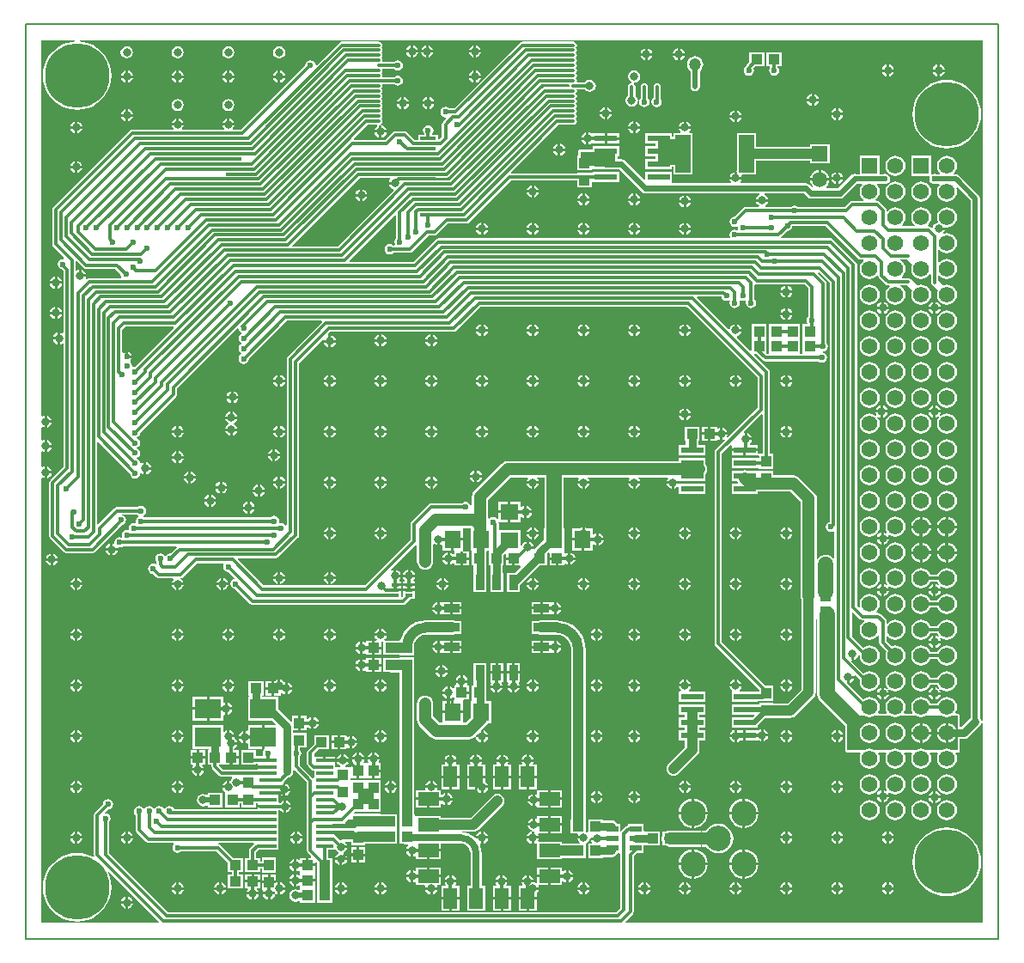
<source format=gtl>
%FSAX24Y24*%
%MOIN*%
G70*
G01*
G75*
G04 Layer_Physical_Order=1*
G04 Layer_Color=255*
%ADD10C,0.0394*%
%ADD11C,0.0276*%
%ADD12R,0.0630X0.0709*%
%ADD13R,0.0433X0.0394*%
%ADD14R,0.0394X0.0433*%
%ADD15R,0.0591X0.1457*%
%ADD16R,0.0866X0.0236*%
%ADD17R,0.0866X0.0236*%
%ADD18R,0.0807X0.0532*%
%ADD19R,0.0532X0.0807*%
%ADD20R,0.0709X0.0630*%
%ADD21R,0.1014X0.0748*%
%ADD22R,0.0453X0.0236*%
%ADD23R,0.0650X0.0118*%
%ADD24R,0.0630X0.0118*%
%ADD25R,0.0591X0.0335*%
%ADD26R,0.0335X0.0591*%
%ADD27C,0.1969*%
%ADD28R,0.0315X0.0118*%
%ADD29C,0.0315*%
%ADD30C,0.0197*%
%ADD31C,0.0236*%
%ADD32C,0.0472*%
%ADD33C,0.0118*%
%ADD34C,0.0157*%
%ADD35C,0.0591*%
%ADD36R,0.1378X0.0565*%
%ADD37R,0.0945X0.1024*%
%ADD38R,0.0823X0.0266*%
%ADD39R,0.0866X0.0108*%
%ADD40R,0.0591X0.0630*%
%ADD41R,0.2520X0.2480*%
%ADD42C,0.0010*%
%ADD43C,0.0080*%
%ADD44R,0.0591X0.0591*%
%ADD45C,0.0591*%
%ADD46C,0.0984*%
%ADD47C,0.0620*%
%ADD48R,0.0620X0.0620*%
%ADD49C,0.2500*%
%ADD50C,0.0236*%
%ADD51C,0.0472*%
%ADD52C,0.0315*%
G36*
X076181Y068118D02*
X076132Y068108D01*
X076096Y068196D01*
X076033Y068277D01*
X075952Y068340D01*
X075857Y068379D01*
X075806Y068386D01*
Y068000D01*
Y067614D01*
X075857Y067621D01*
X075952Y067660D01*
X076033Y067723D01*
X076096Y067804D01*
X076132Y067892D01*
X076181Y067882D01*
Y067323D01*
X075974D01*
X075952Y067340D01*
X075857Y067379D01*
X075756Y067392D01*
X075654Y067379D01*
X075560Y067340D01*
X075538Y067323D01*
X074974D01*
X074952Y067340D01*
X074857Y067379D01*
X074756Y067392D01*
X074654Y067379D01*
X074560Y067340D01*
X074538Y067323D01*
X073974D01*
X073952Y067340D01*
X073857Y067379D01*
X073756Y067392D01*
X073654Y067379D01*
X073560Y067340D01*
X073538Y067323D01*
X072974D01*
X072952Y067340D01*
X072857Y067379D01*
X072756Y067392D01*
X072654Y067379D01*
X072560Y067340D01*
X072538Y067323D01*
X071890D01*
Y068661D01*
X072559D01*
X072560Y068660D01*
X072654Y068621D01*
X072756Y068608D01*
X072857Y068621D01*
X072952Y068660D01*
X072953Y068661D01*
X073559D01*
X073560Y068660D01*
X073654Y068621D01*
X073756Y068608D01*
X073857Y068621D01*
X073952Y068660D01*
X073953Y068661D01*
X074559D01*
X074560Y068660D01*
X074654Y068621D01*
X074756Y068608D01*
X074857Y068621D01*
X074952Y068660D01*
X074953Y068661D01*
X075559D01*
X075560Y068660D01*
X075654Y068621D01*
X075756Y068608D01*
X075857Y068621D01*
X075952Y068660D01*
X075953Y068661D01*
X076181D01*
Y068118D01*
D02*
G37*
G36*
X068386Y085411D02*
X070217D01*
X070371Y085257D01*
Y084159D01*
X070370Y084158D01*
X070326Y084093D01*
X070311Y084016D01*
X070326Y083939D01*
X070351Y083902D01*
X070327Y083858D01*
X070138D01*
Y083307D01*
X070138Y083307D01*
X070138Y083268D01*
X070138D01*
Y082717D01*
D01*
Y082717D01*
X070121Y082700D01*
X070059D01*
Y082700D01*
Y082717D01*
X070059Y082735D01*
X070059Y082735D01*
X070059D01*
Y083268D01*
D01*
Y083268D01*
X070059Y083268D01*
Y083307D01*
X070059D01*
Y083858D01*
X069469D01*
D01*
D01*
X069469Y083858D01*
X069429D01*
Y083858D01*
X068839D01*
Y083307D01*
X068839Y083307D01*
X068839Y083268D01*
X068839D01*
Y082735D01*
X068839Y082735D01*
X068839D01*
X068839Y082717D01*
X068822Y082700D01*
X068760D01*
Y082717D01*
X068760Y082717D01*
X068760Y082717D01*
Y082717D01*
D01*
Y083268D01*
D01*
Y083268D01*
X068760Y083268D01*
Y083307D01*
X068760D01*
Y083858D01*
X068169D01*
Y083307D01*
X068169Y083307D01*
X068169Y083268D01*
X068169D01*
Y082843D01*
X068123Y082824D01*
X067602Y083345D01*
X067616Y083393D01*
X067651Y083400D01*
X067729Y083452D01*
X067782Y083530D01*
X067790Y083572D01*
X067559D01*
Y083622D01*
X067509D01*
Y083853D01*
X067467Y083845D01*
X067389Y083792D01*
X067337Y083714D01*
X067330Y083679D01*
X067282Y083665D01*
X066055Y084892D01*
X066074Y084938D01*
X067008D01*
X067019Y084884D01*
X067063Y084819D01*
X067128Y084775D01*
X067205Y084760D01*
X067282Y084775D01*
X067291Y084782D01*
X067333Y084754D01*
X067319Y084685D01*
X067334Y084608D01*
X067378Y084543D01*
X067443Y084500D01*
X067520Y084484D01*
X067596Y084500D01*
X067662Y084543D01*
X067705Y084608D01*
X067720Y084685D01*
X067707Y084754D01*
X067748Y084782D01*
X067758Y084775D01*
X067835Y084760D01*
X067911Y084775D01*
X067921Y084782D01*
X067963Y084754D01*
X067949Y084685D01*
X067964Y084608D01*
X068008Y084543D01*
X068073Y084500D01*
X068150Y084484D01*
X068226Y084500D01*
X068292Y084543D01*
X068335Y084608D01*
X068350Y084685D01*
X068335Y084762D01*
X068292Y084827D01*
X068290Y084828D01*
Y085359D01*
X068332Y085421D01*
X068386Y085411D01*
D02*
G37*
G36*
X060135Y075945D02*
X060118D01*
Y075498D01*
X059790Y075170D01*
X059767Y075135D01*
X059721Y075154D01*
X059719Y075147D01*
X059488D01*
Y075197D01*
X059438D01*
Y075428D01*
X059396Y075419D01*
X059318Y075367D01*
X059266Y075289D01*
X059262Y075272D01*
X059213Y075277D01*
Y075866D01*
X058369D01*
Y076102D01*
X058358Y076156D01*
X058348Y076171D01*
X058350Y076181D01*
X058350Y076181D01*
X058350D01*
X058350Y076181D01*
X058730D01*
Y076525D01*
X058346D01*
Y076327D01*
X058299Y076312D01*
X058292Y076323D01*
X058226Y076367D01*
X058150Y076382D01*
X058073Y076367D01*
X058008Y076323D01*
X058003Y076316D01*
X057955Y076331D01*
Y077034D01*
X058832Y077911D01*
X059478D01*
X059501Y077867D01*
X059463Y077809D01*
X059454Y077767D01*
X059916D01*
X059908Y077809D01*
X059855Y077887D01*
X059863Y077911D01*
X060135D01*
Y075945D01*
D02*
G37*
G36*
X045756Y083711D02*
X044254Y082208D01*
X044252Y082209D01*
X044175Y082193D01*
X044175Y082193D01*
X044133Y082221D01*
X044138Y082244D01*
X044122Y082321D01*
X044079Y082386D01*
X044064Y082396D01*
Y082446D01*
X044079Y082457D01*
X044122Y082522D01*
X044128Y082548D01*
X043937D01*
Y082598D01*
X043887D01*
Y082789D01*
X043860Y082784D01*
X043807Y082748D01*
X043763Y082772D01*
Y083643D01*
X043877Y083757D01*
X045737D01*
X045756Y083711D01*
D02*
G37*
G36*
X054160Y089500D02*
X054108Y089423D01*
X054100Y089381D01*
X054331D01*
Y089281D01*
X054100D01*
X054108Y089239D01*
X054160Y089160D01*
X054239Y089108D01*
X054273Y089101D01*
X054288Y089053D01*
X052107Y086873D01*
X050382D01*
X050363Y086919D01*
X052989Y089545D01*
X054136D01*
X054160Y089500D01*
D02*
G37*
G36*
X042263Y086042D02*
X042308Y086012D01*
X042362Y086001D01*
X043485D01*
X043697Y085789D01*
X043697Y085787D01*
X043712Y085711D01*
X043722Y085696D01*
X043698Y085652D01*
X042480D01*
X042427Y085642D01*
X042381Y085611D01*
X042373Y085604D01*
X042335Y085635D01*
X042348Y085656D01*
X042357Y085698D01*
X042126D01*
Y085748D01*
X042076D01*
Y085979D01*
X042034Y085971D01*
X041996Y085945D01*
X041952Y085969D01*
Y086288D01*
X041998Y086308D01*
X042263Y086042D01*
D02*
G37*
G36*
X051504Y083947D02*
X050176Y082619D01*
X050146Y082573D01*
X050135Y082520D01*
Y076065D01*
X050087Y076051D01*
X050063Y076087D01*
X049998Y076130D01*
X049921Y076146D01*
X049872Y076136D01*
X049837Y076171D01*
X049846Y076220D01*
X049831Y076297D01*
X049788Y076362D01*
X049722Y076406D01*
X049646Y076421D01*
X049569Y076406D01*
X049504Y076362D01*
X049503Y076361D01*
X044631D01*
X044630Y076362D01*
X044565Y076406D01*
Y076429D01*
X044630Y076472D01*
X044674Y076537D01*
X044689Y076614D01*
X044674Y076691D01*
X044630Y076756D01*
X044565Y076800D01*
X044488Y076815D01*
X044411Y076800D01*
X044346Y076756D01*
X044345Y076755D01*
X043543D01*
X043490Y076744D01*
X043444Y076714D01*
X042824Y076094D01*
X042778Y076113D01*
Y079281D01*
X042824Y079300D01*
X044052Y078073D01*
X044051Y078071D01*
X044067Y077994D01*
X044110Y077929D01*
X044175Y077885D01*
X044252Y077870D01*
X044329Y077885D01*
X044394Y077929D01*
X044437Y077994D01*
X044451Y078064D01*
X044484Y078077D01*
X044501Y078080D01*
X044553Y078045D01*
X044596Y078037D01*
Y078268D01*
Y078499D01*
X044553Y078490D01*
X044501Y078455D01*
X044484Y078458D01*
X044451Y078472D01*
X044437Y078541D01*
X044394Y078606D01*
X044329Y078650D01*
Y078673D01*
X044394Y078716D01*
X044437Y078781D01*
X044453Y078858D01*
X044437Y078935D01*
X044394Y079000D01*
X044329Y079044D01*
Y079067D01*
X044394Y079110D01*
X044437Y079175D01*
X044453Y079252D01*
X044437Y079329D01*
X044394Y079394D01*
X044329Y079437D01*
Y079460D01*
X044394Y079504D01*
X044437Y079569D01*
X044453Y079646D01*
X044452Y079647D01*
X045847Y081042D01*
X045878Y081088D01*
X045889Y081142D01*
Y081359D01*
X048221Y083691D01*
X048269Y083677D01*
X048279Y083624D01*
X048323Y083559D01*
X048367Y083529D01*
Y083479D01*
X048323Y083449D01*
X048279Y083384D01*
X048264Y083307D01*
X048279Y083230D01*
X048323Y083165D01*
X048367Y083135D01*
Y083085D01*
X048323Y083055D01*
X048279Y082990D01*
X048264Y082913D01*
X048279Y082837D01*
X048323Y082771D01*
X048367Y082742D01*
Y082692D01*
X048323Y082662D01*
X048279Y082596D01*
X048264Y082520D01*
X048279Y082443D01*
X048323Y082378D01*
X048388Y082334D01*
X048465Y082319D01*
X048541Y082334D01*
X048606Y082378D01*
X048650Y082443D01*
X048665Y082520D01*
X048665Y082521D01*
X050137Y083993D01*
X051485D01*
X051504Y083947D01*
D02*
G37*
G36*
X061123Y093128D02*
X061119Y093110D01*
X061123Y093093D01*
X061091Y093054D01*
X060141D01*
X060087Y093043D01*
X060041Y093013D01*
X056460Y089432D01*
X056024D01*
Y089438D01*
X055630D01*
Y089538D01*
X056024D01*
Y089545D01*
X056336D01*
X056390Y089555D01*
X056435Y089586D01*
X060016Y093167D01*
X060630D01*
X060630Y093167D01*
X061091D01*
X061123Y093128D01*
D02*
G37*
G36*
X077131Y068481D02*
X077081Y068476D01*
X077073Y068517D01*
X077031Y068580D01*
Y088740D01*
X077017Y088809D01*
X076978Y088868D01*
X076230Y089616D01*
X076171Y089655D01*
X076102Y089669D01*
X076041D01*
X076025Y089716D01*
X076033Y089723D01*
X076096Y089804D01*
X076135Y089899D01*
X076148Y090000D01*
X076135Y090101D01*
X076096Y090196D01*
X076033Y090277D01*
X075952Y090340D01*
X075857Y090379D01*
X075756Y090392D01*
X075654Y090379D01*
X075560Y090340D01*
X075479Y090277D01*
X075416Y090196D01*
X075377Y090101D01*
X075364Y090000D01*
X075377Y089899D01*
X075416Y089804D01*
X075479Y089723D01*
X075487Y089716D01*
X075471Y089669D01*
X075360D01*
X075352Y089674D01*
X075276Y089689D01*
X075199Y089674D01*
X075189Y089667D01*
X075145Y089691D01*
Y090389D01*
X074367D01*
Y089611D01*
X075068D01*
X075092Y089567D01*
X075090Y089565D01*
X075075Y089488D01*
X075090Y089411D01*
X075134Y089346D01*
X075199Y089303D01*
X075276Y089287D01*
X075352Y089303D01*
X075360Y089308D01*
X075445D01*
X075467Y089263D01*
X075416Y089196D01*
X075377Y089101D01*
X075364Y089000D01*
X075377Y088899D01*
X075416Y088804D01*
X075479Y088723D01*
X075560Y088660D01*
X075654Y088621D01*
X075756Y088608D01*
X075857Y088621D01*
X075952Y088660D01*
X076033Y088723D01*
X076096Y088804D01*
X076135Y088899D01*
X076148Y089000D01*
X076135Y089101D01*
X076114Y089152D01*
X076155Y089180D01*
X076670Y088665D01*
Y068585D01*
X076325Y068241D01*
X076261D01*
Y068661D01*
X076255Y068692D01*
X076238Y068718D01*
X076212Y068736D01*
X076181Y068742D01*
X076104D01*
X076082Y068787D01*
X076096Y068804D01*
X076135Y068899D01*
X076148Y069000D01*
X076135Y069101D01*
X076096Y069196D01*
X076033Y069277D01*
X075952Y069340D01*
X075857Y069379D01*
X075756Y069392D01*
X075654Y069379D01*
X075560Y069340D01*
X075479Y069277D01*
X075416Y069196D01*
X075393Y069141D01*
X075119D01*
X075096Y069196D01*
X075033Y069277D01*
X074952Y069340D01*
X074857Y069379D01*
X074756Y069392D01*
X074654Y069379D01*
X074560Y069340D01*
X074479Y069277D01*
X074416Y069196D01*
X074377Y069101D01*
X074364Y069000D01*
X074377Y068899D01*
X074416Y068804D01*
X074430Y068787D01*
X074408Y068742D01*
X074104D01*
X074082Y068787D01*
X074096Y068804D01*
X074135Y068899D01*
X074148Y069000D01*
X074135Y069101D01*
X074096Y069196D01*
X074033Y069277D01*
X073952Y069340D01*
X073857Y069379D01*
X073756Y069392D01*
X073654Y069379D01*
X073560Y069340D01*
X073479Y069277D01*
X073416Y069196D01*
X073377Y069101D01*
X073364Y069000D01*
X073377Y068899D01*
X073416Y068804D01*
X073430Y068787D01*
X073408Y068742D01*
X073104D01*
X073082Y068787D01*
X073096Y068804D01*
X073135Y068899D01*
X073148Y069000D01*
X073135Y069101D01*
X073096Y069196D01*
X073033Y069277D01*
X072952Y069340D01*
X072857Y069379D01*
X072756Y069392D01*
X072654Y069379D01*
X072560Y069340D01*
X072511Y069302D01*
X071918Y069895D01*
X071929Y069917D01*
X071888Y069925D01*
X071879Y069934D01*
Y070158D01*
X071929D01*
Y070207D01*
X072160D01*
X072159Y070212D01*
X072203Y070236D01*
X072373Y070067D01*
X072364Y070000D01*
X072377Y069899D01*
X072416Y069804D01*
X072479Y069723D01*
X072560Y069660D01*
X072654Y069621D01*
X072756Y069608D01*
X072857Y069621D01*
X072952Y069660D01*
X073033Y069723D01*
X073096Y069804D01*
X073135Y069899D01*
X073148Y070000D01*
X073135Y070101D01*
X073096Y070196D01*
X073033Y070277D01*
X072952Y070340D01*
X072857Y070379D01*
X072756Y070392D01*
X072654Y070379D01*
X072560Y070340D01*
X072524Y070312D01*
X072057Y070779D01*
X072081Y070823D01*
X072037Y070832D01*
Y071063D01*
X072137D01*
Y070832D01*
X072179Y070840D01*
X072257Y070893D01*
X072309Y070971D01*
X072314Y070997D01*
X072364Y070996D01*
X072377Y070899D01*
X072416Y070804D01*
X072479Y070723D01*
X072560Y070660D01*
X072654Y070621D01*
X072756Y070608D01*
X072857Y070621D01*
X072952Y070660D01*
X073033Y070723D01*
X073096Y070804D01*
X073135Y070899D01*
X073148Y071000D01*
X073135Y071101D01*
X073096Y071196D01*
X073033Y071277D01*
X072952Y071340D01*
X072857Y071379D01*
X072756Y071392D01*
X072654Y071379D01*
X072560Y071340D01*
X072515Y071305D01*
X072070Y071751D01*
Y072666D01*
X072116Y072685D01*
X072381Y072420D01*
X072427Y072390D01*
X072480Y072379D01*
X072534D01*
X072550Y072332D01*
X072479Y072277D01*
X072416Y072196D01*
X072377Y072101D01*
X072364Y072000D01*
X072377Y071899D01*
X072416Y071804D01*
X072479Y071723D01*
X072560Y071660D01*
X072654Y071621D01*
X072756Y071608D01*
X072857Y071621D01*
X072952Y071660D01*
X073033Y071723D01*
X073080Y071784D01*
X073127Y071767D01*
Y071488D01*
X073127Y071488D01*
X073127D01*
X073138Y071434D01*
X073168Y071389D01*
X073400Y071157D01*
X073377Y071101D01*
X073364Y071000D01*
X073377Y070899D01*
X073416Y070804D01*
X073479Y070723D01*
X073560Y070660D01*
X073654Y070621D01*
X073756Y070608D01*
X073857Y070621D01*
X073952Y070660D01*
X074033Y070723D01*
X074096Y070804D01*
X074135Y070899D01*
X074148Y071000D01*
X074135Y071101D01*
X074096Y071196D01*
X074033Y071277D01*
X073952Y071340D01*
X073857Y071379D01*
X073756Y071392D01*
X073654Y071379D01*
X073599Y071356D01*
X073408Y071546D01*
Y071737D01*
X073456Y071753D01*
X073479Y071723D01*
X073560Y071660D01*
X073654Y071621D01*
X073756Y071608D01*
X073857Y071621D01*
X073952Y071660D01*
X074033Y071723D01*
X074096Y071804D01*
X074135Y071899D01*
X074148Y072000D01*
X074135Y072101D01*
X074096Y072196D01*
X074033Y072277D01*
X073952Y072340D01*
X073857Y072379D01*
X073756Y072392D01*
X073654Y072379D01*
X073560Y072340D01*
X073479Y072277D01*
X073456Y072247D01*
X073408Y072263D01*
Y072323D01*
X073398Y072377D01*
X073367Y072422D01*
X073170Y072619D01*
X073125Y072649D01*
X073071Y072660D01*
X073029D01*
X073013Y072708D01*
X073033Y072723D01*
X073096Y072804D01*
X073135Y072899D01*
X073148Y073000D01*
X073135Y073101D01*
X073096Y073196D01*
X073033Y073277D01*
X072952Y073340D01*
X072857Y073379D01*
X072756Y073392D01*
X072654Y073379D01*
X072560Y073340D01*
X072479Y073277D01*
X072416Y073196D01*
X072377Y073101D01*
X072364Y073000D01*
X072377Y072899D01*
X072383Y072886D01*
X072341Y072858D01*
X072266Y072932D01*
Y086181D01*
X072256Y086235D01*
X072225Y086280D01*
X071359Y087147D01*
X071314Y087177D01*
X071260Y087188D01*
X069342D01*
X069322Y087234D01*
X069565Y087477D01*
X069567Y087476D01*
X069644Y087492D01*
X069709Y087535D01*
X069752Y087600D01*
X069763Y087655D01*
X071044D01*
X072302Y086397D01*
X072348Y086366D01*
X072402Y086356D01*
X072503D01*
X072519Y086308D01*
X072479Y086277D01*
X072416Y086196D01*
X072377Y086101D01*
X072364Y086000D01*
X072377Y085899D01*
X072416Y085804D01*
X072479Y085723D01*
X072560Y085660D01*
X072654Y085621D01*
X072756Y085608D01*
X072857Y085621D01*
X072952Y085660D01*
X073033Y085723D01*
X073044Y085736D01*
X073092Y085725D01*
X073099Y085694D01*
X073129Y085649D01*
X073365Y085412D01*
X073411Y085382D01*
X073465Y085371D01*
X073523D01*
X073539Y085324D01*
X073479Y085277D01*
X073416Y085196D01*
X073377Y085101D01*
X073364Y085000D01*
X073377Y084899D01*
X073416Y084804D01*
X073479Y084723D01*
X073560Y084660D01*
X073654Y084621D01*
X073756Y084608D01*
X073857Y084621D01*
X073952Y084660D01*
X074033Y084723D01*
X074096Y084804D01*
X074135Y084899D01*
X074148Y085000D01*
X074135Y085101D01*
X074096Y085196D01*
X074033Y085277D01*
X073952Y085340D01*
X073958Y085371D01*
X074186D01*
X074400Y085157D01*
X074377Y085101D01*
X074364Y085000D01*
X074377Y084899D01*
X074416Y084804D01*
X074479Y084723D01*
X074560Y084660D01*
X074654Y084621D01*
X074756Y084608D01*
X074857Y084621D01*
X074952Y084660D01*
X075033Y084723D01*
X075096Y084804D01*
X075135Y084899D01*
X075148Y085000D01*
X075135Y085101D01*
X075096Y085196D01*
X075033Y085277D01*
X074952Y085340D01*
X074857Y085379D01*
X074756Y085392D01*
X074654Y085379D01*
X074599Y085356D01*
X074343Y085611D01*
X074298Y085642D01*
X074244Y085652D01*
X074019D01*
X074003Y085700D01*
X074033Y085723D01*
X074096Y085804D01*
X074135Y085899D01*
X074148Y086000D01*
X074135Y086101D01*
X074096Y086196D01*
X074033Y086277D01*
X073952Y086340D01*
X073955Y086356D01*
X074202D01*
X074400Y086157D01*
X074377Y086101D01*
X074364Y086000D01*
X074377Y085899D01*
X074416Y085804D01*
X074479Y085723D01*
X074560Y085660D01*
X074654Y085621D01*
X074756Y085608D01*
X074857Y085621D01*
X074952Y085660D01*
X075033Y085723D01*
X075088Y085794D01*
X075135Y085778D01*
Y085480D01*
X075146Y085427D01*
X075176Y085381D01*
X075400Y085157D01*
X075377Y085101D01*
X075364Y085000D01*
X075377Y084899D01*
X075416Y084804D01*
X075479Y084723D01*
X075560Y084660D01*
X075654Y084621D01*
X075756Y084608D01*
X075857Y084621D01*
X075952Y084660D01*
X076033Y084723D01*
X076096Y084804D01*
X076135Y084899D01*
X076148Y085000D01*
X076135Y085101D01*
X076096Y085196D01*
X076033Y085277D01*
X075952Y085340D01*
X075857Y085379D01*
X075756Y085392D01*
X075654Y085379D01*
X075599Y085356D01*
X075416Y085539D01*
Y085726D01*
X075463Y085743D01*
X075479Y085723D01*
X075560Y085660D01*
X075654Y085621D01*
X075756Y085608D01*
X075857Y085621D01*
X075952Y085660D01*
X076033Y085723D01*
X076096Y085804D01*
X076135Y085899D01*
X076148Y086000D01*
X076135Y086101D01*
X076096Y086196D01*
X076033Y086277D01*
X075952Y086340D01*
X075857Y086379D01*
X075756Y086392D01*
X075654Y086379D01*
X075560Y086340D01*
X075479Y086277D01*
X075463Y086257D01*
X075416Y086274D01*
Y086726D01*
X075463Y086743D01*
X075479Y086723D01*
X075560Y086660D01*
X075654Y086621D01*
X075756Y086608D01*
X075857Y086621D01*
X075952Y086660D01*
X076033Y086723D01*
X076096Y086804D01*
X076135Y086899D01*
X076148Y087000D01*
X076135Y087101D01*
X076096Y087196D01*
X076033Y087277D01*
X075952Y087340D01*
X075857Y087379D01*
X075756Y087392D01*
X075654Y087379D01*
X075654Y087379D01*
X075622Y087417D01*
X075656Y087467D01*
X075664Y087509D01*
X075433D01*
Y087609D01*
X075664D01*
X075670Y087578D01*
X075704Y087615D01*
X075756Y087608D01*
X075857Y087621D01*
X075952Y087660D01*
X076033Y087723D01*
X076096Y087804D01*
X076135Y087899D01*
X076148Y088000D01*
X076135Y088101D01*
X076096Y088196D01*
X076033Y088277D01*
X075952Y088340D01*
X075857Y088379D01*
X075756Y088392D01*
X075654Y088379D01*
X075560Y088340D01*
X075479Y088277D01*
X075416Y088196D01*
X075377Y088101D01*
X075364Y088000D01*
X075377Y087899D01*
X075404Y087834D01*
X075380Y087789D01*
X075341Y087782D01*
X075263Y087729D01*
X075211Y087651D01*
X075204Y087616D01*
X075156Y087602D01*
X075139Y087619D01*
X075093Y087649D01*
X075039Y087660D01*
X075029D01*
X075013Y087708D01*
X075033Y087723D01*
X075096Y087804D01*
X075135Y087899D01*
X075148Y088000D01*
X075135Y088101D01*
X075096Y088196D01*
X075033Y088277D01*
X074952Y088340D01*
X074857Y088379D01*
X074756Y088392D01*
X074654Y088379D01*
X074560Y088340D01*
X074479Y088277D01*
X074416Y088196D01*
X074377Y088101D01*
X074364Y088000D01*
X074377Y087899D01*
X074416Y087804D01*
X074479Y087723D01*
X074498Y087708D01*
X074482Y087660D01*
X074029D01*
X074013Y087708D01*
X074033Y087723D01*
X074096Y087804D01*
X074135Y087899D01*
X074148Y088000D01*
X074135Y088101D01*
X074096Y088196D01*
X074033Y088277D01*
X073952Y088340D01*
X073857Y088379D01*
X073756Y088392D01*
X073654Y088379D01*
X073560Y088340D01*
X073479Y088277D01*
X073456Y088247D01*
X073408Y088263D01*
Y088268D01*
X073398Y088321D01*
X073367Y088367D01*
X073131Y088603D01*
X073085Y088634D01*
X073032Y088644D01*
X073009D01*
X072993Y088692D01*
X073033Y088723D01*
X073096Y088804D01*
X073135Y088899D01*
X073148Y089000D01*
X073135Y089101D01*
X073096Y089196D01*
X073033Y089277D01*
X073043Y089308D01*
X073262D01*
X073270Y089303D01*
X073346Y089287D01*
X073423Y089303D01*
X073473Y089336D01*
X073503Y089296D01*
X073479Y089277D01*
X073416Y089196D01*
X073377Y089101D01*
X073364Y089000D01*
X073377Y088899D01*
X073416Y088804D01*
X073479Y088723D01*
X073560Y088660D01*
X073654Y088621D01*
X073756Y088608D01*
X073857Y088621D01*
X073952Y088660D01*
X074033Y088723D01*
X074096Y088804D01*
X074135Y088899D01*
X074148Y089000D01*
X074135Y089101D01*
X074096Y089196D01*
X074033Y089277D01*
X073952Y089340D01*
X073857Y089379D01*
X073756Y089392D01*
X073654Y089379D01*
X073560Y089340D01*
X073526Y089313D01*
X073489Y089348D01*
X073532Y089411D01*
X073547Y089488D01*
X073532Y089565D01*
X073488Y089630D01*
X073423Y089674D01*
X073346Y089689D01*
X073270Y089674D01*
X073262Y089669D01*
X073145D01*
Y090389D01*
X072367D01*
Y089669D01*
X072249D01*
X072242Y089674D01*
X072165Y089689D01*
X072089Y089674D01*
X072023Y089630D01*
X071531Y089138D01*
X071083D01*
X071067Y089185D01*
X071094Y089206D01*
X071153Y089284D01*
X071191Y089375D01*
X071197Y089422D01*
X070456D01*
X070462Y089375D01*
X070500Y089284D01*
X070560Y089206D01*
X070587Y089185D01*
X070582Y089171D01*
X070533Y089160D01*
X070418Y089276D01*
X070352Y089319D01*
X070276Y089335D01*
X067767D01*
X067744Y089379D01*
X067782Y089435D01*
X067790Y089478D01*
X067328D01*
X067337Y089435D01*
X067374Y089379D01*
X067351Y089335D01*
X065079D01*
Y089368D01*
X065079D01*
Y089762D01*
X064055D01*
Y089483D01*
X064009Y089464D01*
X063266Y090207D01*
X063201Y090250D01*
X063124Y090266D01*
X062994D01*
Y090368D01*
X063031D01*
Y090762D01*
X062008D01*
Y090645D01*
X061535D01*
X061505Y090639D01*
X061479Y090622D01*
X061461Y090596D01*
X061455Y090565D01*
Y090413D01*
X061417D01*
Y089823D01*
X061968D01*
Y089868D01*
X062008D01*
Y089868D01*
X062500D01*
X062520Y089864D01*
X063041D01*
X063913Y088992D01*
X063978Y088948D01*
X064055Y088933D01*
X068481D01*
X068491Y088884D01*
X068412Y088832D01*
X068360Y088754D01*
X068352Y088711D01*
X068814D01*
X068805Y088754D01*
X068753Y088832D01*
X068675Y088884D01*
X068685Y088933D01*
X070192D01*
X070331Y088795D01*
X070396Y088752D01*
X070472Y088736D01*
X071614D01*
X071691Y088752D01*
X071756Y088795D01*
X072269Y089308D01*
X072445D01*
X072467Y089263D01*
X072416Y089196D01*
X072377Y089101D01*
X072364Y089000D01*
X072377Y088899D01*
X072416Y088804D01*
X072479Y088723D01*
X072519Y088692D01*
X072503Y088644D01*
X072087D01*
X072033Y088634D01*
X071987Y088603D01*
X071792Y088408D01*
X069985D01*
X069984Y088410D01*
X069919Y088453D01*
X069843Y088468D01*
X069766Y088453D01*
X069701Y088410D01*
X069700Y088408D01*
X068715D01*
X068701Y088456D01*
X068753Y088491D01*
X068805Y088569D01*
X068814Y088611D01*
X068352D01*
X068360Y088569D01*
X068412Y088491D01*
X068465Y088456D01*
X068450Y088408D01*
X067953D01*
X067899Y088398D01*
X067853Y088367D01*
X067521Y088035D01*
X067520Y088035D01*
X067443Y088020D01*
X067378Y087977D01*
X067334Y087911D01*
X067319Y087835D01*
X067334Y087758D01*
X067378Y087693D01*
X067443Y087649D01*
X067520Y087634D01*
X067596Y087649D01*
X067597Y087650D01*
X067639Y087622D01*
X067634Y087598D01*
X067648Y087530D01*
X067606Y087502D01*
X067596Y087508D01*
X067520Y087524D01*
X067443Y087508D01*
X067378Y087465D01*
X067334Y087400D01*
X067319Y087323D01*
X067334Y087246D01*
X067344Y087232D01*
X067320Y087188D01*
X056024D01*
X055970Y087177D01*
X055924Y087147D01*
X055060Y086282D01*
X052590D01*
X052570Y086328D01*
X054341Y088099D01*
X054387Y088080D01*
Y087190D01*
X054386Y087189D01*
X054342Y087124D01*
X054327Y087047D01*
X054342Y086970D01*
X054352Y086956D01*
X054328Y086912D01*
X054277D01*
X054276Y086914D01*
X054211Y086957D01*
X054134Y086972D01*
X054057Y086957D01*
X053992Y086914D01*
X053948Y086848D01*
X053933Y086772D01*
X053948Y086695D01*
X053992Y086630D01*
X054057Y086586D01*
X054134Y086571D01*
X054211Y086586D01*
X054276Y086630D01*
X054277Y086631D01*
X054921D01*
X054975Y086642D01*
X055021Y086672D01*
X055649Y087300D01*
X055866D01*
X055920Y087311D01*
X055965Y087342D01*
X056397Y087773D01*
X057126D01*
X057180Y087784D01*
X057225Y087814D01*
X058836Y089424D01*
X061417D01*
Y089154D01*
X061968D01*
Y089368D01*
X062008D01*
Y089368D01*
X063031D01*
Y089762D01*
X062008D01*
Y089744D01*
X061968D01*
Y089744D01*
X061417D01*
Y089705D01*
X058867D01*
X058848Y089752D01*
X060688Y091592D01*
X061260D01*
X061314Y091602D01*
X061359Y091633D01*
X061390Y091679D01*
X061400Y091732D01*
X061390Y091786D01*
X061360Y091831D01*
X061390Y091875D01*
X061400Y091929D01*
X061390Y091983D01*
X061360Y092028D01*
X061390Y092072D01*
X061400Y092126D01*
X061390Y092180D01*
X061360Y092224D01*
X061390Y092269D01*
X061400Y092323D01*
X061390Y092377D01*
X061360Y092421D01*
X061390Y092466D01*
X061400Y092520D01*
X061390Y092573D01*
X061360Y092618D01*
X061390Y092663D01*
X061400Y092717D01*
X061390Y092770D01*
X061360Y092815D01*
X061390Y092860D01*
X061400Y092913D01*
X061390Y092967D01*
X061391Y092970D01*
X061700D01*
X061719Y092940D01*
X061798Y092888D01*
X061890Y092869D01*
X061982Y092888D01*
X062060Y092940D01*
X062112Y093018D01*
X062131Y093110D01*
X062112Y093202D01*
X062060Y093281D01*
X061982Y093333D01*
X061890Y093351D01*
X061798Y093333D01*
X061719Y093281D01*
X061700Y093251D01*
X061429D01*
X061397Y093289D01*
X061400Y093307D01*
X061390Y093361D01*
X061360Y093406D01*
X061390Y093450D01*
X061400Y093504D01*
X061390Y093558D01*
X061360Y093602D01*
X061390Y093647D01*
X061400Y093701D01*
X061390Y093755D01*
X061360Y093799D01*
X061390Y093844D01*
X061400Y093898D01*
X061390Y093951D01*
X061360Y093996D01*
X061390Y094041D01*
X061400Y094094D01*
X061390Y094148D01*
X061360Y094193D01*
X061390Y094238D01*
X061400Y094291D01*
X061390Y094345D01*
X061360Y094390D01*
X061390Y094434D01*
X061400Y094488D01*
X061390Y094542D01*
X061360Y094587D01*
X061390Y094631D01*
X061400Y094685D01*
X061390Y094739D01*
X061359Y094784D01*
X061314Y094815D01*
X061260Y094826D01*
X059291D01*
X059238Y094815D01*
X059192Y094784D01*
X056635Y092227D01*
X056442D01*
X056441Y092229D01*
X056376Y092272D01*
X056299Y092287D01*
X056222Y092272D01*
X056157Y092229D01*
X056114Y092163D01*
X056099Y092087D01*
X056114Y092010D01*
X056157Y091945D01*
X056222Y091901D01*
X056299Y091886D01*
X056306Y091887D01*
X056329Y091843D01*
X056200Y091714D01*
X056169Y091668D01*
X056159Y091614D01*
Y091121D01*
X056070Y091032D01*
X056024Y091051D01*
Y091201D01*
X055801D01*
X055778Y091245D01*
X055815Y091301D01*
X055831Y091378D01*
X055815Y091455D01*
X055772Y091520D01*
X055707Y091563D01*
X055630Y091579D01*
X055553Y091563D01*
X055488Y091520D01*
X055444Y091455D01*
X055429Y091378D01*
X055444Y091301D01*
X055482Y091245D01*
X055459Y091201D01*
X055236D01*
Y091007D01*
X055098D01*
X054804Y091300D01*
X054758Y091331D01*
X054705Y091341D01*
X054350D01*
X054297Y091331D01*
X054251Y091300D01*
X053958Y091007D01*
X052767D01*
X052748Y091053D01*
X053287Y091592D01*
X053647D01*
X053662Y091544D01*
X053609Y091509D01*
X053557Y091431D01*
X053549Y091389D01*
X053730D01*
Y091570D01*
X053780Y091579D01*
X053798Y091576D01*
X053788Y091625D01*
X053800Y091633D01*
X053831Y091679D01*
X053841Y091732D01*
X053831Y091786D01*
X053801Y091831D01*
X053831Y091875D01*
X053841Y091929D01*
X053831Y091983D01*
X053801Y092028D01*
X053831Y092072D01*
X053841Y092126D01*
X053831Y092180D01*
X053801Y092224D01*
X053831Y092269D01*
X053841Y092323D01*
X053831Y092377D01*
X053801Y092421D01*
X053831Y092466D01*
X053841Y092520D01*
X053831Y092573D01*
X053801Y092618D01*
X053831Y092663D01*
X053841Y092717D01*
X053831Y092770D01*
X053801Y092815D01*
X053831Y092860D01*
X053841Y092913D01*
X053831Y092967D01*
X053801Y093012D01*
X053831Y093056D01*
X053841Y093110D01*
X053831Y093164D01*
X053832Y093167D01*
X054306D01*
X054307Y093165D01*
X054372Y093122D01*
X054449Y093106D01*
X054526Y093122D01*
X054591Y093165D01*
X054634Y093230D01*
X054650Y093307D01*
X054634Y093384D01*
X054591Y093449D01*
X054526Y093493D01*
X054449Y093508D01*
X054372Y093493D01*
X054307Y093449D01*
X054306Y093448D01*
X053869D01*
X053838Y093486D01*
X053841Y093504D01*
X053831Y093558D01*
X053801Y093602D01*
X053831Y093647D01*
X053841Y093701D01*
X053831Y093755D01*
X053832Y093757D01*
X054306D01*
X054307Y093756D01*
X054372Y093712D01*
X054449Y093697D01*
X054526Y093712D01*
X054591Y093756D01*
X054634Y093821D01*
X054650Y093898D01*
X054634Y093974D01*
X054591Y094040D01*
X054526Y094083D01*
X054449Y094098D01*
X054372Y094083D01*
X054307Y094040D01*
X054306Y094038D01*
X053869D01*
X053838Y094077D01*
X053841Y094094D01*
X053831Y094148D01*
X053801Y094193D01*
X053831Y094238D01*
X053841Y094291D01*
X053831Y094345D01*
X053801Y094390D01*
X053831Y094434D01*
X053841Y094488D01*
X053831Y094542D01*
X053801Y094587D01*
X053831Y094631D01*
X053841Y094685D01*
X053831Y094739D01*
X053800Y094784D01*
X053755Y094815D01*
X053701Y094826D01*
X052756D01*
X052756Y094826D01*
X052275D01*
X052221Y094815D01*
X052176Y094784D01*
X051305Y093914D01*
X051258Y093929D01*
X051248Y093974D01*
X051205Y094040D01*
X051140Y094083D01*
X051063Y094098D01*
X050986Y094083D01*
X050921Y094040D01*
X050878Y093974D01*
X050862Y093898D01*
X050863Y093896D01*
X048367Y091400D01*
X048068D01*
X048045Y091444D01*
X048097Y091522D01*
X048105Y091564D01*
X047643D01*
X047652Y091522D01*
X047703Y091444D01*
X047680Y091400D01*
X046100D01*
X046076Y091444D01*
X046128Y091522D01*
X046136Y091564D01*
X045675D01*
X045683Y091522D01*
X045735Y091444D01*
X045711Y091400D01*
X044134D01*
X044080Y091390D01*
X044035Y091359D01*
X041082Y088406D01*
X041051Y088361D01*
X041041Y088307D01*
Y086969D01*
X041041Y086968D01*
X041041D01*
X041051Y086915D01*
X041082Y086869D01*
X041082Y086869D01*
X041082Y086869D01*
D01*
X041490Y086424D01*
X041466Y086380D01*
X041457Y086382D01*
X041380Y086367D01*
X041315Y086323D01*
X041271Y086258D01*
X041256Y086181D01*
X041271Y086104D01*
X041315Y086039D01*
X041380Y085996D01*
X041410Y085990D01*
X041474Y085926D01*
Y083528D01*
X041430Y083504D01*
X041391Y083530D01*
X041349Y083538D01*
Y083307D01*
Y083076D01*
X041391Y083085D01*
X041430Y083110D01*
X041474Y083087D01*
Y078326D01*
X040964Y077816D01*
X040933Y077770D01*
X040922Y077717D01*
Y075630D01*
X040922Y075630D01*
X040922D01*
X040933Y075576D01*
X040964Y075531D01*
X041475Y075019D01*
X041521Y074988D01*
X041575Y074978D01*
X042598D01*
X042652Y074988D01*
X042698Y075019D01*
X043747Y076068D01*
X043778Y076074D01*
X043843Y076118D01*
X043886Y076183D01*
X043901Y076260D01*
X043886Y076337D01*
X043843Y076402D01*
X043778Y076445D01*
X043701Y076461D01*
X043714Y076474D01*
X044345D01*
X044346Y076472D01*
X044391Y076442D01*
Y076392D01*
X044346Y076362D01*
X044303Y076297D01*
X044287Y076220D01*
X044297Y076171D01*
X044262Y076136D01*
X044213Y076146D01*
X044136Y076130D01*
X044071Y076087D01*
X044027Y076022D01*
X044012Y075945D01*
X044022Y075896D01*
X043986Y075860D01*
X043937Y075870D01*
X043860Y075855D01*
X043795Y075811D01*
X043752Y075746D01*
X043736Y075669D01*
X043746Y075620D01*
X043711Y075585D01*
X043661Y075594D01*
X043585Y075579D01*
X043519Y075536D01*
X043476Y075471D01*
X043461Y075394D01*
X043464Y075378D01*
X043463Y075377D01*
X043428Y075343D01*
X043396Y075349D01*
Y075168D01*
X043577D01*
X043578Y075167D01*
X043613Y075203D01*
X043661Y075193D01*
X043738Y075208D01*
X043803Y075252D01*
X043804Y075253D01*
X045855D01*
X045874Y075207D01*
X045632Y074964D01*
X045630Y074964D01*
X045553Y074949D01*
X045488Y074906D01*
X045458Y074861D01*
X045408D01*
X045378Y074906D01*
X045313Y074949D01*
X045236Y074964D01*
X045159Y074949D01*
X045094Y074906D01*
X045051Y074841D01*
X045036Y074764D01*
X045051Y074687D01*
X045094Y074622D01*
X045096Y074621D01*
Y074570D01*
X045052Y074546D01*
X045037Y074556D01*
X044961Y074571D01*
X044884Y074556D01*
X044819Y074512D01*
X044775Y074447D01*
X044760Y074370D01*
X044775Y074293D01*
X044819Y074228D01*
X044884Y074185D01*
X044961Y074169D01*
X044962Y074170D01*
X045097Y074035D01*
Y074035D01*
D01*
Y074035D01*
X045098D01*
X045097Y074035D01*
X045098D01*
D01*
D01*
D01*
D01*
X045098D01*
X045098Y074035D01*
Y074035D01*
X045098Y074035D01*
Y074035D01*
X045143Y074004D01*
X045197Y073993D01*
X045711D01*
X045735Y073949D01*
X045683Y073872D01*
X045675Y073830D01*
X046136D01*
X046128Y073872D01*
X046076Y073950D01*
X046021Y073986D01*
X046024Y073993D01*
X046077Y074004D01*
X046123Y074035D01*
X046672Y074584D01*
X047674D01*
X047698Y074540D01*
X047689Y074526D01*
X047673Y074449D01*
X047689Y074372D01*
X047732Y074307D01*
X047797Y074263D01*
X047874Y074248D01*
X047876Y074248D01*
X048107Y074017D01*
X048093Y073969D01*
X048073Y073965D01*
X048008Y073921D01*
X047964Y073856D01*
X047949Y073780D01*
X047964Y073703D01*
X048008Y073638D01*
X048073Y073594D01*
X048150Y073579D01*
X048151Y073579D01*
X048720Y073011D01*
X048765Y072980D01*
X048819Y072970D01*
X054646D01*
X054699Y072980D01*
X054745Y073011D01*
X054943Y073209D01*
X055118D01*
Y073406D01*
Y073493D01*
X054646D01*
Y073406D01*
Y073309D01*
X054613Y073276D01*
X054567Y073296D01*
Y073333D01*
X054570Y073346D01*
X054567Y073360D01*
Y073406D01*
Y073493D01*
X054331D01*
Y073593D01*
X054567D01*
Y073602D01*
Y073690D01*
X054331D01*
Y073790D01*
X054567D01*
Y073878D01*
X054515D01*
X054501Y073924D01*
X054553Y074002D01*
X054562Y074044D01*
X054331D01*
Y074094D01*
X054281D01*
Y074325D01*
X054239Y074317D01*
X054218Y074303D01*
X054186Y074342D01*
X055148Y075304D01*
X055194Y075284D01*
Y074646D01*
X055205Y074563D01*
X055237Y074487D01*
X055287Y074421D01*
X055353Y074371D01*
X055430Y074339D01*
X055512Y074328D01*
X055594Y074339D01*
X055671Y074371D01*
X055736Y074421D01*
X055787Y074487D01*
X055819Y074563D01*
X055829Y074646D01*
Y075304D01*
X055874Y075328D01*
X055931Y075289D01*
X055974Y075281D01*
Y075512D01*
X056074D01*
Y075281D01*
X056116Y075289D01*
X056137Y075303D01*
X056181Y075280D01*
Y075079D01*
X056525D01*
Y075512D01*
X056575D01*
Y075562D01*
X056968D01*
Y075942D01*
X057270D01*
X057283Y075929D01*
Y075079D01*
X057303D01*
Y075039D01*
X057303D01*
Y074488D01*
X057397D01*
Y074203D01*
X057392D01*
Y073455D01*
X057884D01*
Y074203D01*
X057879D01*
Y074488D01*
X057894D01*
Y075039D01*
X057894D01*
Y075043D01*
X057929Y075079D01*
X057972D01*
Y075039D01*
X057972D01*
Y074488D01*
X058047D01*
Y074203D01*
X058041D01*
Y073455D01*
X058533D01*
Y074203D01*
X058528D01*
Y074488D01*
X058563D01*
Y074915D01*
X058596Y074948D01*
X058642Y074929D01*
Y074814D01*
X058937D01*
Y074764D01*
X058987D01*
Y074488D01*
X059191D01*
X059210Y074442D01*
X058970Y074203D01*
X058691D01*
Y073455D01*
X059183D01*
Y073734D01*
X059937Y074488D01*
X060256D01*
Y074955D01*
X060288Y074987D01*
X060335Y074968D01*
Y074814D01*
X060630D01*
Y074764D01*
X060680D01*
Y074488D01*
X060925D01*
Y074545D01*
X060969Y074569D01*
X061010Y074541D01*
X061052Y074533D01*
Y074764D01*
Y074995D01*
X061010Y074986D01*
X060969Y074959D01*
X060925Y074983D01*
Y075039D01*
X060906D01*
Y075079D01*
X060906D01*
Y075945D01*
X060889D01*
Y077911D01*
X061446D01*
X061470Y077867D01*
X061431Y077809D01*
X061423Y077767D01*
X061884D01*
X061876Y077809D01*
X061824Y077887D01*
X061831Y077911D01*
X063415D01*
X063438Y077867D01*
X063400Y077809D01*
X063391Y077767D01*
X063853D01*
X063845Y077809D01*
X063792Y077887D01*
X063800Y077911D01*
X064911D01*
X064934Y077867D01*
X064896Y077809D01*
X064887Y077767D01*
X065349D01*
X065348Y077772D01*
X065354Y077782D01*
D01*
X065354Y077782D01*
X066378D01*
Y078019D01*
X066417Y078070D01*
X066449Y078146D01*
X066459Y078228D01*
X066449Y078311D01*
X066417Y078387D01*
X066378Y078438D01*
Y078675D01*
X065354D01*
Y078546D01*
X058701D01*
X058619Y078535D01*
X058542Y078503D01*
X058476Y078453D01*
X057413Y077390D01*
X057363Y077324D01*
X057331Y077248D01*
X057320Y077165D01*
Y076858D01*
X057272Y076848D01*
X057229Y076914D01*
X057163Y076957D01*
X057087Y076972D01*
X057010Y076957D01*
X056945Y076914D01*
X056944Y076912D01*
X055748D01*
X055694Y076901D01*
X055649Y076871D01*
X054979Y076202D01*
X054949Y076156D01*
X054938Y076102D01*
Y075491D01*
X053170Y073723D01*
X049231D01*
X048220Y074735D01*
X048239Y074781D01*
X049724D01*
X049778Y074791D01*
X049824Y074822D01*
X049824Y074822D01*
X049824Y074822D01*
X050572Y075570D01*
X050602Y075616D01*
X050613Y075669D01*
X050613Y075669D01*
X050613Y075669D01*
Y075669D01*
Y082343D01*
X051537Y083267D01*
X051581Y083244D01*
X051580Y083239D01*
X051761D01*
Y083420D01*
X051756Y083419D01*
X051733Y083463D01*
X051830Y083560D01*
X056614D01*
X056668Y083571D01*
X056714Y083601D01*
X056714Y083601D01*
X056714Y083601D01*
X057657Y084545D01*
X065650D01*
X068403Y081792D01*
Y080609D01*
X067255Y079462D01*
X067217Y079494D01*
X067230Y079514D01*
X067239Y079556D01*
X067058D01*
Y079375D01*
X067100Y079384D01*
X067121Y079397D01*
X067152Y079359D01*
X066790Y078997D01*
X066760Y078951D01*
X066749Y078898D01*
Y071457D01*
X066749Y071457D01*
X066749D01*
X066760Y071403D01*
X066790Y071357D01*
X068465Y069683D01*
Y069608D01*
X068425D01*
Y069608D01*
X067720D01*
X067705Y069656D01*
X067729Y069672D01*
X067782Y069750D01*
X067790Y069793D01*
X067328D01*
X067337Y069750D01*
X067389Y069672D01*
X067402Y069664D01*
X067402Y069608D01*
X067402D01*
Y069215D01*
X068425D01*
Y069231D01*
X068624D01*
X068632Y069232D01*
X069016D01*
Y069823D01*
X068722D01*
X067030Y071515D01*
Y078839D01*
X067355Y079165D01*
X067402Y079145D01*
Y079028D01*
X068425D01*
Y079175D01*
X068113D01*
X068099Y079223D01*
X068123Y079239D01*
X068175Y079317D01*
X068184Y079359D01*
X067953D01*
Y079409D01*
X067903D01*
Y079640D01*
X067898Y079639D01*
X067874Y079683D01*
X068553Y080363D01*
X068600Y080344D01*
Y078839D01*
X068465D01*
Y078839D01*
X068461D01*
X068425Y078874D01*
Y078928D01*
X067963D01*
Y078781D01*
X068425D01*
Y078781D01*
X068429D01*
X068465Y078746D01*
Y078675D01*
X068425D01*
Y078675D01*
X067402D01*
Y078281D01*
X068425D01*
Y078281D01*
X068431D01*
X068465Y078248D01*
Y078248D01*
X069016D01*
Y078839D01*
X068881D01*
Y082008D01*
X068870Y082062D01*
X068840Y082107D01*
X068276Y082670D01*
X068296Y082717D01*
X068345D01*
X068601Y082460D01*
X068647Y082429D01*
X068701Y082419D01*
X070763D01*
X070764Y082417D01*
X070829Y082374D01*
X070906Y082358D01*
X070982Y082374D01*
X071047Y082417D01*
X071091Y082482D01*
X071106Y082559D01*
X071091Y082636D01*
X071047Y082701D01*
X070982Y082744D01*
X070937Y082753D01*
X070945Y082791D01*
X071022Y082807D01*
X071087Y082850D01*
X071130Y082915D01*
X071146Y082992D01*
X071130Y083069D01*
X071087Y083134D01*
X071085Y083135D01*
Y085433D01*
X071075Y085487D01*
X071044Y085532D01*
X070740Y085837D01*
X070744Y085848D01*
X070794Y085858D01*
X071198Y085454D01*
Y076177D01*
X071183Y076174D01*
X071118Y076130D01*
X071074Y076065D01*
X071059Y075988D01*
X071074Y075911D01*
X071118Y075846D01*
X071183Y075803D01*
X071260Y075787D01*
X071337Y075803D01*
X071351Y075812D01*
X071395Y075789D01*
Y074787D01*
X071348Y074771D01*
X071330Y074794D01*
X071252Y074854D01*
X071161Y074892D01*
X071063Y074905D01*
X070965Y074892D01*
X070874Y074854D01*
X070796Y074794D01*
X070759Y074745D01*
X070711Y074761D01*
Y077087D01*
X070701Y077169D01*
X070669Y077245D01*
X070618Y077311D01*
X070028Y077902D01*
X069962Y077952D01*
X069885Y077984D01*
X069803Y077995D01*
X069016D01*
Y078169D01*
X068465D01*
Y078169D01*
X068431D01*
X068425Y078175D01*
Y078175D01*
X068009D01*
X067996Y078181D01*
X067913Y078192D01*
X067831Y078181D01*
X067817Y078175D01*
X067402D01*
Y077782D01*
X067611D01*
X067638Y077717D01*
X067610Y077675D01*
X067402D01*
Y077281D01*
X068425D01*
Y077359D01*
X069672D01*
X070076Y076955D01*
Y073307D01*
X070087Y073225D01*
X070098Y073197D01*
Y073032D01*
X070098Y073032D01*
X070098Y072992D01*
X070098D01*
Y072441D01*
X070116D01*
Y069682D01*
X069570Y069136D01*
X069016D01*
Y069154D01*
X068465D01*
Y069108D01*
X068425D01*
Y069108D01*
X067402D01*
Y068715D01*
X068276D01*
X068295Y068668D01*
X068235Y068608D01*
X067402D01*
Y068215D01*
X068425D01*
Y068288D01*
X068700Y068563D01*
X069016D01*
Y068580D01*
X069685D01*
X069757Y068590D01*
X069824Y068618D01*
X069882Y068662D01*
X069882Y068662D01*
X069882Y068662D01*
X070590Y069370D01*
X070634Y069428D01*
X070662Y069495D01*
X070672Y069567D01*
X070672Y069567D01*
X070672Y069567D01*
Y069567D01*
Y072441D01*
X070689Y072441D01*
Y072441D01*
X070690D01*
X070725Y072406D01*
Y069488D01*
X070738Y069391D01*
X070776Y069300D01*
X070836Y069221D01*
X071809Y068248D01*
Y067323D01*
X071816Y067292D01*
X071833Y067266D01*
X071859Y067249D01*
X071890Y067243D01*
X072395D01*
X072418Y067198D01*
X072416Y067196D01*
X072377Y067101D01*
X072364Y067000D01*
X072377Y066899D01*
X072416Y066804D01*
X072479Y066723D01*
X072560Y066660D01*
X072654Y066621D01*
X072756Y066608D01*
X072857Y066621D01*
X072952Y066660D01*
X073033Y066723D01*
X073096Y066804D01*
X073135Y066899D01*
X073148Y067000D01*
X073135Y067101D01*
X073096Y067196D01*
X073094Y067198D01*
X073116Y067243D01*
X073395D01*
X073418Y067198D01*
X073416Y067196D01*
X073377Y067101D01*
X073364Y067000D01*
X073377Y066899D01*
X073416Y066804D01*
X073479Y066723D01*
X073560Y066660D01*
X073654Y066621D01*
X073756Y066608D01*
X073857Y066621D01*
X073952Y066660D01*
X074033Y066723D01*
X074096Y066804D01*
X074135Y066899D01*
X074148Y067000D01*
X074135Y067101D01*
X074096Y067196D01*
X074094Y067198D01*
X074116Y067243D01*
X074395D01*
X074418Y067198D01*
X074416Y067196D01*
X074377Y067101D01*
X074364Y067000D01*
X074377Y066899D01*
X074416Y066804D01*
X074479Y066723D01*
X074560Y066660D01*
X074654Y066621D01*
X074756Y066608D01*
X074857Y066621D01*
X074952Y066660D01*
X075033Y066723D01*
X075096Y066804D01*
X075135Y066899D01*
X075148Y067000D01*
X075135Y067101D01*
X075096Y067196D01*
X075094Y067198D01*
X075116Y067243D01*
X075395D01*
X075418Y067198D01*
X075416Y067196D01*
X075377Y067101D01*
X075364Y067000D01*
X075377Y066899D01*
X075416Y066804D01*
X075479Y066723D01*
X075560Y066660D01*
X075654Y066621D01*
X075756Y066608D01*
X075857Y066621D01*
X075952Y066660D01*
X076033Y066723D01*
X076096Y066804D01*
X076135Y066899D01*
X076148Y067000D01*
X076135Y067101D01*
X076096Y067196D01*
X076094Y067198D01*
X076116Y067243D01*
X076181D01*
X076212Y067249D01*
X076238Y067266D01*
X076255Y067292D01*
X076261Y067323D01*
Y067759D01*
X076425D01*
X076517Y067777D01*
X076596Y067830D01*
X077021Y068255D01*
X077073Y068333D01*
X077081Y068375D01*
X077131Y068370D01*
Y060621D01*
X063287D01*
X063267Y060667D01*
X063564Y060964D01*
X063594Y061009D01*
X063605Y061063D01*
X063605Y061063D01*
X063605Y061063D01*
Y061063D01*
Y063219D01*
X063712Y063327D01*
X063996D01*
Y063622D01*
X064035D01*
Y063622D01*
X064626D01*
Y064173D01*
X064035D01*
Y064173D01*
X064031D01*
X063996Y064209D01*
Y064468D01*
X063386D01*
Y064408D01*
X063352Y064401D01*
X063306Y064371D01*
X063129Y064194D01*
X063119Y064178D01*
X063071Y064193D01*
Y064468D01*
X062974D01*
X062926Y064540D01*
X062848Y064593D01*
X062756Y064611D01*
X062421D01*
Y064646D01*
X061831D01*
Y064156D01*
X061795Y064137D01*
X061752Y064162D01*
Y064646D01*
X061735D01*
Y071257D01*
X061725Y071329D01*
X061717Y071348D01*
X061711Y071431D01*
X061670Y071600D01*
X061604Y071760D01*
X061513Y071909D01*
X061400Y072041D01*
X061268Y072154D01*
X061119Y072245D01*
X060959Y072311D01*
X060790Y072352D01*
X060616Y072366D01*
Y072365D01*
X060030D01*
X059958Y072355D01*
X059903Y072333D01*
X059656D01*
Y071841D01*
X059903D01*
X059958Y071818D01*
X060030Y071809D01*
X060616D01*
X060624Y071810D01*
X060759Y071792D01*
X060893Y071737D01*
X061008Y071649D01*
X061095Y071534D01*
X061151Y071401D01*
X061169Y071259D01*
X061168Y071257D01*
X061168D01*
X061177Y071185D01*
X061179Y071181D01*
Y064646D01*
X061161D01*
Y064094D01*
X061422D01*
X061445Y064050D01*
X061431Y064029D01*
X061423Y063987D01*
X061654D01*
Y063887D01*
X061423D01*
X061431Y063845D01*
X061483Y063767D01*
X061510Y063749D01*
X061496Y063701D01*
X061475D01*
X061457Y063703D01*
X060827D01*
Y063781D01*
X059918D01*
X059895Y063826D01*
X059908Y063845D01*
X059916Y063887D01*
X059735D01*
Y063706D01*
X059777Y063714D01*
X059818Y063742D01*
X059862Y063718D01*
Y063093D01*
X060827D01*
Y063147D01*
X061457D01*
X061475Y063150D01*
X061752D01*
Y063701D01*
X061752D01*
X061752Y063719D01*
X061824Y063767D01*
X061876Y063845D01*
X061881Y063867D01*
X061931D01*
X061924Y063898D01*
X061934Y063948D01*
X062165D01*
Y063848D01*
X061934D01*
X061943Y063805D01*
X061983Y063745D01*
X061960Y063701D01*
X061831D01*
Y063150D01*
X062421D01*
Y063184D01*
X062756D01*
X062848Y063203D01*
X062926Y063255D01*
X062974Y063327D01*
X063052D01*
X063088Y063291D01*
Y061200D01*
X062934Y061046D01*
X045531D01*
X043251Y063326D01*
Y064542D01*
X043252Y064543D01*
X043296Y064608D01*
X043311Y064685D01*
X043296Y064762D01*
X043252Y064827D01*
X043187Y064870D01*
X043110Y064886D01*
X043094Y064915D01*
X043201Y065022D01*
X043203Y065022D01*
X043280Y065037D01*
X043345Y065080D01*
X043388Y065146D01*
X043404Y065222D01*
X043388Y065299D01*
X043345Y065364D01*
X043280Y065408D01*
X043203Y065423D01*
X043126Y065408D01*
X043061Y065364D01*
X043017Y065299D01*
X043002Y065222D01*
X043002Y065221D01*
X042696Y064914D01*
X042665Y064869D01*
X042655Y064815D01*
Y063268D01*
X042665Y063217D01*
X042624Y063189D01*
X042613Y063195D01*
X042420Y063275D01*
X042216Y063324D01*
X042008Y063341D01*
X041799Y063324D01*
X041596Y063275D01*
X041403Y063195D01*
X041224Y063086D01*
X041065Y062950D01*
X040930Y062791D01*
X040820Y062613D01*
X040740Y062420D01*
X040691Y062216D01*
X040675Y062008D01*
X040691Y061799D01*
X040740Y061596D01*
X040820Y061403D01*
X040930Y061224D01*
X041065Y061065D01*
X041224Y060930D01*
X041403Y060820D01*
X041596Y060740D01*
X041799Y060691D01*
X042008Y060675D01*
X042216Y060691D01*
X042420Y060740D01*
X042613Y060820D01*
X042791Y060930D01*
X042950Y061065D01*
X043086Y061224D01*
X043195Y061403D01*
X043275Y061596D01*
X043324Y061799D01*
X043341Y062008D01*
X043324Y062216D01*
X043275Y062420D01*
X043205Y062590D01*
X043247Y062618D01*
X045197Y060667D01*
X045178Y060621D01*
X040621D01*
Y077884D01*
X040665Y077908D01*
X040695Y077888D01*
X040737Y077879D01*
Y078110D01*
Y078341D01*
X040695Y078333D01*
X040665Y078313D01*
X040621Y078336D01*
Y078908D01*
X040665Y078931D01*
X040695Y078911D01*
X040737Y078903D01*
Y079134D01*
Y079365D01*
X040695Y079356D01*
X040665Y079336D01*
X040621Y079360D01*
Y079853D01*
X040665Y079876D01*
X040695Y079856D01*
X040737Y079848D01*
Y080079D01*
Y080310D01*
X040695Y080301D01*
X040665Y080281D01*
X040621Y080305D01*
Y094879D01*
X041907D01*
X041909Y094829D01*
X041799Y094820D01*
X041596Y094772D01*
X041403Y094692D01*
X041224Y094582D01*
X041065Y094446D01*
X040930Y094287D01*
X040820Y094109D01*
X040740Y093916D01*
X040691Y093712D01*
X040675Y093504D01*
X040691Y093295D01*
X040740Y093092D01*
X040820Y092899D01*
X040930Y092721D01*
X041065Y092561D01*
X041224Y092426D01*
X041403Y092316D01*
X041596Y092236D01*
X041799Y092188D01*
X042008Y092171D01*
X042216Y092188D01*
X042420Y092236D01*
X042613Y092316D01*
X042791Y092426D01*
X042950Y092561D01*
X043086Y092721D01*
X043195Y092899D01*
X043275Y093092D01*
X043324Y093295D01*
X043341Y093504D01*
X043324Y093712D01*
X043275Y093916D01*
X043195Y094109D01*
X043086Y094287D01*
X042950Y094446D01*
X042791Y094582D01*
X042613Y094692D01*
X042420Y094772D01*
X042216Y094820D01*
X042107Y094829D01*
X042109Y094879D01*
X077131D01*
Y068481D01*
D02*
G37*
%LPC*%
G36*
X075226Y069758D02*
X075183Y069750D01*
X075105Y069698D01*
X075053Y069620D01*
X075045Y069578D01*
X075226D01*
Y069758D01*
D02*
G37*
G36*
X073218D02*
X073176Y069750D01*
X073097Y069698D01*
X073045Y069620D01*
X073037Y069578D01*
X073218D01*
Y069758D01*
D02*
G37*
G36*
X069758Y069793D02*
X069578D01*
Y069612D01*
X069620Y069620D01*
X069698Y069672D01*
X069750Y069750D01*
X069758Y069793D01*
D02*
G37*
G36*
X063572D02*
X063391D01*
X063400Y069750D01*
X063452Y069672D01*
X063530Y069620D01*
X063572Y069612D01*
Y069793D01*
D02*
G37*
G36*
X063853D02*
X063672D01*
Y069612D01*
X063714Y069620D01*
X063792Y069672D01*
X063845Y069750D01*
X063853Y069793D01*
D02*
G37*
G36*
X069478D02*
X069297D01*
X069305Y069750D01*
X069357Y069672D01*
X069435Y069620D01*
X069478Y069612D01*
Y069793D01*
D02*
G37*
G36*
X056367Y069798D02*
X056325Y069789D01*
X056247Y069737D01*
X056195Y069659D01*
X056186Y069617D01*
X056367D01*
Y069798D01*
D02*
G37*
G36*
X059168Y069753D02*
X058987D01*
Y069572D01*
X059029Y069581D01*
X059107Y069633D01*
X059160Y069711D01*
X059168Y069753D01*
D02*
G37*
G36*
X050168Y069955D02*
Y069774D01*
X050349D01*
X050341Y069817D01*
X050288Y069895D01*
X050210Y069947D01*
X050168Y069955D01*
D02*
G37*
G36*
X049893Y070073D02*
Y069842D01*
X049793D01*
Y070073D01*
X049750Y070065D01*
X049672Y070013D01*
X049664Y070000D01*
X049656D01*
Y069724D01*
Y069449D01*
X049902D01*
Y069523D01*
X049948Y069554D01*
X050026Y069502D01*
X050068Y069494D01*
Y069724D01*
Y069955D01*
X050053Y069952D01*
X050013Y070013D01*
X049935Y070065D01*
X049893Y070073D01*
D02*
G37*
G36*
X073756Y070392D02*
X073654Y070379D01*
X073560Y070340D01*
X073479Y070277D01*
X073416Y070196D01*
X073377Y070101D01*
X073364Y070000D01*
X073377Y069899D01*
X073416Y069804D01*
X073467Y069738D01*
X073466Y069737D01*
Y069737D01*
X073465Y069736D01*
D01*
X073464Y069734D01*
X073439Y069708D01*
X073424Y069707D01*
X073425Y069707D01*
X073360Y069750D01*
X073318Y069758D01*
Y069578D01*
X073499D01*
X073490Y069620D01*
X073446Y069685D01*
X073447Y069686D01*
X073447D01*
X073476Y069712D01*
X073490Y069714D01*
X073560Y069660D01*
X073654Y069621D01*
X073756Y069608D01*
X073857Y069621D01*
X073952Y069660D01*
X074033Y069723D01*
X074096Y069804D01*
X074135Y069899D01*
X074148Y070000D01*
X074135Y070101D01*
X074096Y070196D01*
X074033Y070277D01*
X073952Y070340D01*
X073857Y070379D01*
X073756Y070392D01*
D02*
G37*
G36*
X057160Y069950D02*
X056698D01*
X056707Y069908D01*
X056721Y069887D01*
X056697Y069843D01*
X056634D01*
Y069751D01*
X056588Y069737D01*
X056509Y069789D01*
X056467Y069798D01*
Y069567D01*
Y069336D01*
X056509Y069344D01*
X056588Y069397D01*
X056634Y069383D01*
Y069291D01*
X056634D01*
Y069287D01*
X056599Y069252D01*
X056625D01*
Y068869D01*
X056968D01*
Y069252D01*
X056968D01*
Y069256D01*
X057004Y069291D01*
X057224D01*
Y069517D01*
X056929D01*
Y069617D01*
X057224D01*
Y069843D01*
X057161D01*
X057137Y069887D01*
X057152Y069908D01*
X057160Y069950D01*
D02*
G37*
G36*
X049556Y070000D02*
X049311D01*
Y069774D01*
X049556D01*
Y070000D01*
D02*
G37*
G36*
X051761Y069793D02*
X051580D01*
X051589Y069750D01*
X051641Y069672D01*
X051719Y069620D01*
X051761Y069612D01*
Y069793D01*
D02*
G37*
G36*
X052042D02*
X051861D01*
Y069612D01*
X051903Y069620D01*
X051981Y069672D01*
X052034Y069750D01*
X052042Y069793D01*
D02*
G37*
G36*
X053730D02*
X053549D01*
X053557Y069750D01*
X053609Y069672D01*
X053687Y069620D01*
X053730Y069612D01*
Y069793D01*
D02*
G37*
G36*
X048105D02*
X047924D01*
Y069612D01*
X047966Y069620D01*
X048044Y069672D01*
X048097Y069750D01*
X048105Y069793D01*
D02*
G37*
G36*
X046136D02*
X045956D01*
Y069612D01*
X045998Y069620D01*
X046076Y069672D01*
X046128Y069750D01*
X046136Y069793D01*
D02*
G37*
G36*
X045856D02*
X045675D01*
X045683Y069750D01*
X045735Y069672D01*
X045813Y069620D01*
X045856Y069612D01*
Y069793D01*
D02*
G37*
G36*
X047824D02*
X047643D01*
X047652Y069750D01*
X047704Y069672D01*
X047782Y069620D01*
X047824Y069612D01*
Y069793D01*
D02*
G37*
G36*
X059916D02*
X059735D01*
Y069612D01*
X059777Y069620D01*
X059855Y069672D01*
X059908Y069750D01*
X059916Y069793D01*
D02*
G37*
G36*
X062115D02*
X061934D01*
X061943Y069750D01*
X061995Y069672D01*
X062073Y069620D01*
X062115Y069612D01*
Y069793D01*
D02*
G37*
G36*
X062396D02*
X062215D01*
Y069612D01*
X062258Y069620D01*
X062336Y069672D01*
X062388Y069750D01*
X062396Y069793D01*
D02*
G37*
G36*
X059635D02*
X059454D01*
X059463Y069750D01*
X059515Y069672D01*
X059593Y069620D01*
X059635Y069612D01*
Y069793D01*
D02*
G37*
G36*
X042199D02*
X042018D01*
Y069612D01*
X042061Y069620D01*
X042139Y069672D01*
X042191Y069750D01*
X042199Y069793D01*
D02*
G37*
G36*
X054010D02*
X053830D01*
Y069612D01*
X053872Y069620D01*
X053950Y069672D01*
X054002Y069750D01*
X054010Y069793D01*
D02*
G37*
G36*
X041919D02*
X041738D01*
X041746Y069750D01*
X041798Y069672D01*
X041876Y069620D01*
X041919Y069612D01*
Y069793D01*
D02*
G37*
G36*
X058533Y070294D02*
X058041D01*
Y069970D01*
X058042D01*
X058066Y069926D01*
X058045Y069895D01*
X058037Y069853D01*
X058499D01*
X058490Y069895D01*
X058469Y069926D01*
X058493Y069970D01*
X058533D01*
Y070294D01*
D02*
G37*
G36*
X069478Y070073D02*
X069435Y070065D01*
X069357Y070013D01*
X069305Y069935D01*
X069297Y069893D01*
X069478D01*
Y070073D01*
D02*
G37*
G36*
X067609D02*
Y069893D01*
X067790D01*
X067782Y069935D01*
X067729Y070013D01*
X067651Y070065D01*
X067609Y070073D01*
D02*
G37*
G36*
X072160Y070107D02*
X071979D01*
Y069927D01*
X072021Y069935D01*
X072099Y069987D01*
X072152Y070065D01*
X072160Y070107D01*
D02*
G37*
G36*
X069578Y070073D02*
Y069893D01*
X069758D01*
X069750Y069935D01*
X069698Y070013D01*
X069620Y070065D01*
X069578Y070073D01*
D02*
G37*
G36*
X065541D02*
X065498Y070065D01*
X065420Y070013D01*
X065368Y069935D01*
X065360Y069893D01*
X065541D01*
Y070073D01*
D02*
G37*
G36*
X063672D02*
Y069893D01*
X063853D01*
X063845Y069935D01*
X063792Y070013D01*
X063714Y070065D01*
X063672Y070073D01*
D02*
G37*
G36*
X067509D02*
X067467Y070065D01*
X067389Y070013D01*
X067337Y069935D01*
X067328Y069893D01*
X067509D01*
Y070073D01*
D02*
G37*
G36*
X065641D02*
Y069893D01*
X065821D01*
X065813Y069935D01*
X065761Y070013D01*
X065683Y070065D01*
X065641Y070073D01*
D02*
G37*
G36*
X053799Y070580D02*
X053554D01*
Y070354D01*
X053799D01*
Y070580D01*
D02*
G37*
G36*
X056373Y070344D02*
X056192D01*
Y070163D01*
X056234Y070171D01*
X056312Y070223D01*
X056364Y070302D01*
X056373Y070344D01*
D02*
G37*
G36*
X058533Y070718D02*
X058337D01*
Y070394D01*
X058533D01*
Y070718D01*
D02*
G37*
G36*
X058237D02*
X058041D01*
Y070394D01*
X058237D01*
Y070718D01*
D02*
G37*
G36*
X056979Y070231D02*
Y070050D01*
X057160D01*
X057152Y070092D01*
X057099Y070170D01*
X057021Y070223D01*
X056979Y070231D01*
D02*
G37*
G36*
X056879D02*
X056837Y070223D01*
X056759Y070170D01*
X056707Y070092D01*
X056698Y070050D01*
X056879D01*
Y070231D01*
D02*
G37*
G36*
X056092Y070344D02*
X055911D01*
X055919Y070302D01*
X055971Y070223D01*
X056050Y070171D01*
X056092Y070163D01*
Y070344D01*
D02*
G37*
G36*
X075756Y070392D02*
X075654Y070379D01*
X075560Y070340D01*
X075479Y070277D01*
X075416Y070196D01*
X075393Y070141D01*
X075119D01*
X075096Y070196D01*
X075033Y070277D01*
X074952Y070340D01*
X074857Y070379D01*
X074756Y070392D01*
X074654Y070379D01*
X074560Y070340D01*
X074479Y070277D01*
X074416Y070196D01*
X074377Y070101D01*
X074364Y070000D01*
X074377Y069899D01*
X074416Y069804D01*
X074479Y069723D01*
X074560Y069660D01*
X074654Y069621D01*
X074756Y069608D01*
X074857Y069621D01*
X074952Y069660D01*
X075033Y069723D01*
X075096Y069804D01*
X075119Y069859D01*
X075393D01*
X075416Y069804D01*
X075459Y069749D01*
X075425Y069712D01*
X075368Y069750D01*
X075326Y069758D01*
Y069578D01*
X075506D01*
X075498Y069620D01*
X075463Y069673D01*
X075499Y069707D01*
X075560Y069660D01*
X075654Y069621D01*
X075756Y069608D01*
X075857Y069621D01*
X075952Y069660D01*
X076033Y069723D01*
X076096Y069804D01*
X076135Y069899D01*
X076148Y070000D01*
X076135Y070101D01*
X076096Y070196D01*
X076033Y070277D01*
X075952Y070340D01*
X075857Y070379D01*
X075756Y070392D01*
D02*
G37*
G36*
X047824Y070073D02*
X047782Y070065D01*
X047704Y070013D01*
X047652Y069935D01*
X047643Y069893D01*
X047824D01*
Y070073D01*
D02*
G37*
G36*
X045956D02*
Y069893D01*
X046136D01*
X046128Y069935D01*
X046076Y070013D01*
X045998Y070065D01*
X045956Y070073D01*
D02*
G37*
G36*
X051761D02*
X051719Y070065D01*
X051641Y070013D01*
X051589Y069935D01*
X051580Y069893D01*
X051761D01*
Y070073D01*
D02*
G37*
G36*
X047924D02*
Y069893D01*
X048105D01*
X048097Y069935D01*
X048044Y070013D01*
X047966Y070065D01*
X047924Y070073D01*
D02*
G37*
G36*
X041919D02*
X041876Y070065D01*
X041798Y070013D01*
X041746Y069935D01*
X041738Y069893D01*
X041919D01*
Y070073D01*
D02*
G37*
G36*
X059183Y070294D02*
X058691D01*
Y069970D01*
X058712D01*
X058735Y069926D01*
X058714Y069895D01*
X058706Y069853D01*
X059168D01*
X059160Y069895D01*
X059139Y069926D01*
X059162Y069970D01*
X059183D01*
Y070294D01*
D02*
G37*
G36*
X045856Y070073D02*
X045813Y070065D01*
X045735Y070013D01*
X045683Y069935D01*
X045675Y069893D01*
X045856D01*
Y070073D01*
D02*
G37*
G36*
X042018D02*
Y069893D01*
X042199D01*
X042191Y069935D01*
X042139Y070013D01*
X042061Y070065D01*
X042018Y070073D01*
D02*
G37*
G36*
X062115D02*
X062073Y070065D01*
X061995Y070013D01*
X061943Y069935D01*
X061934Y069893D01*
X062115D01*
Y070073D01*
D02*
G37*
G36*
X059735D02*
Y069893D01*
X059916D01*
X059908Y069935D01*
X059855Y070013D01*
X059777Y070065D01*
X059735Y070073D01*
D02*
G37*
G36*
X063572D02*
X063530Y070065D01*
X063452Y070013D01*
X063400Y069935D01*
X063391Y069893D01*
X063572D01*
Y070073D01*
D02*
G37*
G36*
X062215D02*
Y069893D01*
X062396D01*
X062388Y069935D01*
X062336Y070013D01*
X062258Y070065D01*
X062215Y070073D01*
D02*
G37*
G36*
X053730D02*
X053687Y070065D01*
X053609Y070013D01*
X053557Y069935D01*
X053549Y069893D01*
X053730D01*
Y070073D01*
D02*
G37*
G36*
X051861D02*
Y069893D01*
X052042D01*
X052034Y069935D01*
X051981Y070013D01*
X051903Y070065D01*
X051861Y070073D01*
D02*
G37*
G36*
X059635D02*
X059593Y070065D01*
X059515Y070013D01*
X059463Y069935D01*
X059454Y069893D01*
X059635D01*
Y070073D01*
D02*
G37*
G36*
X053830D02*
Y069893D01*
X054010D01*
X054002Y069935D01*
X053950Y070013D01*
X053872Y070065D01*
X053830Y070073D01*
D02*
G37*
G36*
X058887Y069753D02*
X058706D01*
X058714Y069711D01*
X058767Y069633D01*
X058845Y069581D01*
X058887Y069572D01*
Y069753D01*
D02*
G37*
G36*
X042018Y068105D02*
Y067924D01*
X042199D01*
X042191Y067966D01*
X042139Y068044D01*
X042061Y068097D01*
X042018Y068105D01*
D02*
G37*
G36*
X041919D02*
X041876Y068097D01*
X041798Y068044D01*
X041746Y067966D01*
X041738Y067924D01*
X041919D01*
Y068105D01*
D02*
G37*
G36*
X045956D02*
Y067924D01*
X046136D01*
X046128Y067966D01*
X046076Y068044D01*
X045998Y068097D01*
X045956Y068105D01*
D02*
G37*
G36*
X045856D02*
X045813Y068097D01*
X045735Y068044D01*
X045683Y067966D01*
X045675Y067924D01*
X045856D01*
Y068105D01*
D02*
G37*
G36*
X052115Y067913D02*
X051870D01*
Y067688D01*
X052115D01*
Y067913D01*
D02*
G37*
G36*
X068812Y067861D02*
X068631D01*
Y067681D01*
X068673Y067689D01*
X068751Y067741D01*
X068803Y067819D01*
X068812Y067861D01*
D02*
G37*
G36*
X048454Y068066D02*
X048412Y068057D01*
X048334Y068005D01*
X048281Y067927D01*
X048273Y067885D01*
X048454D01*
Y068066D01*
D02*
G37*
G36*
X052688Y067869D02*
Y067688D01*
X052869D01*
X052860Y067730D01*
X052808Y067808D01*
X052730Y067860D01*
X052688Y067869D01*
D02*
G37*
G36*
X059735Y068105D02*
Y067924D01*
X059916D01*
X059908Y067966D01*
X059855Y068044D01*
X059777Y068097D01*
X059735Y068105D01*
D02*
G37*
G36*
X059635D02*
X059593Y068097D01*
X059515Y068044D01*
X059463Y067966D01*
X059454Y067924D01*
X059635D01*
Y068105D01*
D02*
G37*
G36*
X062215D02*
Y067924D01*
X062396D01*
X062388Y067966D01*
X062336Y068044D01*
X062258Y068097D01*
X062215Y068105D01*
D02*
G37*
G36*
X062115D02*
X062073Y068097D01*
X061995Y068044D01*
X061943Y067966D01*
X061934Y067924D01*
X062115D01*
Y068105D01*
D02*
G37*
G36*
X053730D02*
X053687Y068097D01*
X053609Y068044D01*
X053557Y067966D01*
X053549Y067924D01*
X053730D01*
Y068105D01*
D02*
G37*
G36*
X047924D02*
Y067924D01*
X048105D01*
X048097Y067966D01*
X048044Y068044D01*
X047966Y068097D01*
X047924Y068105D01*
D02*
G37*
G36*
X057767D02*
Y067924D01*
X057947D01*
X057939Y067966D01*
X057887Y068044D01*
X057809Y068097D01*
X057767Y068105D01*
D02*
G37*
G36*
X053830D02*
Y067924D01*
X054010D01*
X054002Y067966D01*
X053950Y068044D01*
X053872Y068097D01*
X053830Y068105D01*
D02*
G37*
G36*
X071727Y067824D02*
X071546D01*
Y067643D01*
X071588Y067652D01*
X071666Y067704D01*
X071719Y067782D01*
X071727Y067824D01*
D02*
G37*
G36*
X059635D02*
X059454D01*
X059463Y067782D01*
X059515Y067704D01*
X059593Y067652D01*
X059635Y067643D01*
Y067824D01*
D02*
G37*
G36*
X057947D02*
X057767D01*
Y067643D01*
X057809Y067652D01*
X057887Y067704D01*
X057939Y067782D01*
X057947Y067824D01*
D02*
G37*
G36*
X062115D02*
X061934D01*
X061943Y067782D01*
X061995Y067704D01*
X062073Y067652D01*
X062115Y067643D01*
Y067824D01*
D02*
G37*
G36*
X059916D02*
X059735D01*
Y067643D01*
X059777Y067652D01*
X059855Y067704D01*
X059908Y067782D01*
X059916Y067824D01*
D02*
G37*
G36*
X053730D02*
X053549D01*
X053557Y067782D01*
X053609Y067704D01*
X053687Y067652D01*
X053730Y067643D01*
Y067824D01*
D02*
G37*
G36*
X046136D02*
X045956D01*
Y067643D01*
X045998Y067652D01*
X046076Y067704D01*
X046128Y067782D01*
X046136Y067824D01*
D02*
G37*
G36*
X057667D02*
X057486D01*
X057494Y067782D01*
X057546Y067704D01*
X057624Y067652D01*
X057667Y067643D01*
Y067824D01*
D02*
G37*
G36*
X054010D02*
X053830D01*
Y067643D01*
X053872Y067652D01*
X053950Y067704D01*
X054002Y067782D01*
X054010Y067824D01*
D02*
G37*
G36*
X069478D02*
X069297D01*
X069305Y067782D01*
X069357Y067704D01*
X069435Y067652D01*
X069478Y067643D01*
Y067824D01*
D02*
G37*
G36*
X067863Y068108D02*
X067592D01*
X067609Y068105D01*
Y067874D01*
Y067643D01*
X067651Y067652D01*
X067729Y067704D01*
X067737Y067715D01*
X067863D01*
Y067911D01*
Y068108D01*
D02*
G37*
G36*
X071446Y067824D02*
X071265D01*
X071274Y067782D01*
X071326Y067704D01*
X071404Y067652D01*
X071446Y067643D01*
Y067824D01*
D02*
G37*
G36*
X069758D02*
X069578D01*
Y067643D01*
X069620Y067652D01*
X069698Y067704D01*
X069750Y067782D01*
X069758Y067824D01*
D02*
G37*
G36*
X063572D02*
X063391D01*
X063400Y067782D01*
X063452Y067704D01*
X063530Y067652D01*
X063572Y067643D01*
Y067824D01*
D02*
G37*
G36*
X062396D02*
X062215D01*
Y067643D01*
X062258Y067652D01*
X062336Y067704D01*
X062388Y067782D01*
X062396Y067824D01*
D02*
G37*
G36*
X067509D02*
X067328D01*
X067337Y067782D01*
X067389Y067704D01*
X067467Y067652D01*
X067509Y067643D01*
Y067824D01*
D02*
G37*
G36*
X063853D02*
X063672D01*
Y067643D01*
X063714Y067652D01*
X063792Y067704D01*
X063845Y067782D01*
X063853Y067824D01*
D02*
G37*
G36*
X047845Y069168D02*
Y068987D01*
X048026D01*
X048018Y069029D01*
X047966Y069107D01*
X047887Y069160D01*
X047845Y069168D01*
D02*
G37*
G36*
X047032Y069390D02*
X046496D01*
Y068987D01*
X047032D01*
Y069390D01*
D02*
G37*
G36*
X073218Y069478D02*
X073037D01*
X073045Y069435D01*
X073097Y069357D01*
X073176Y069305D01*
X073218Y069297D01*
Y069478D01*
D02*
G37*
G36*
X065821Y069793D02*
X065360D01*
X065368Y069750D01*
X065420Y069672D01*
X065444Y069656D01*
X065430Y069608D01*
X065354D01*
Y069215D01*
X066378D01*
Y069608D01*
X065751D01*
X065737Y069656D01*
X065761Y069672D01*
X065813Y069750D01*
X065821Y069793D01*
D02*
G37*
G36*
X047667Y069390D02*
X047132D01*
Y068937D01*
Y068484D01*
X047667D01*
Y068682D01*
X047706Y068714D01*
X047745Y068706D01*
Y068937D01*
Y069168D01*
X047706Y069160D01*
X047667Y069192D01*
Y069390D01*
D02*
G37*
G36*
X047032Y068887D02*
X046496D01*
Y068484D01*
X047032D01*
Y068887D01*
D02*
G37*
G36*
X056525Y069252D02*
X056181D01*
Y068869D01*
X056525D01*
Y069252D01*
D02*
G37*
G36*
X048026Y068887D02*
X047845D01*
Y068706D01*
X047887Y068714D01*
X047966Y068767D01*
X048018Y068845D01*
X048026Y068887D01*
D02*
G37*
G36*
X050349Y069674D02*
X050168D01*
Y069494D01*
X050210Y069502D01*
X050288Y069554D01*
X050341Y069632D01*
X050349Y069674D01*
D02*
G37*
G36*
X049556D02*
X049311D01*
Y069449D01*
X049556D01*
Y069674D01*
D02*
G37*
G36*
X058499Y069753D02*
X058318D01*
Y069572D01*
X058360Y069581D01*
X058438Y069633D01*
X058490Y069711D01*
X058499Y069753D01*
D02*
G37*
G36*
X058218D02*
X058037D01*
X058045Y069711D01*
X058097Y069633D01*
X058176Y069581D01*
X058218Y069572D01*
Y069753D01*
D02*
G37*
G36*
X075226Y069478D02*
X075045D01*
X075053Y069435D01*
X075105Y069357D01*
X075183Y069305D01*
X075226Y069297D01*
Y069478D01*
D02*
G37*
G36*
X073499D02*
X073318D01*
Y069297D01*
X073360Y069305D01*
X073438Y069357D01*
X073490Y069435D01*
X073499Y069478D01*
D02*
G37*
G36*
X056367Y069517D02*
X056186D01*
X056195Y069475D01*
X056247Y069397D01*
X056325Y069344D01*
X056367Y069336D01*
Y069517D01*
D02*
G37*
G36*
X075506Y069478D02*
X075326D01*
Y069297D01*
X075368Y069305D01*
X075446Y069357D01*
X075498Y069435D01*
X075506Y069478D01*
D02*
G37*
G36*
X051192Y068617D02*
Y068436D01*
X051373D01*
X051364Y068478D01*
X051312Y068556D01*
X051234Y068608D01*
X051192Y068617D01*
D02*
G37*
G36*
X071446Y068105D02*
X071404Y068097D01*
X071326Y068044D01*
X071274Y067966D01*
X071265Y067924D01*
X071446D01*
Y068105D01*
D02*
G37*
G36*
X069578D02*
Y067924D01*
X069758D01*
X069750Y067966D01*
X069698Y068044D01*
X069620Y068097D01*
X069578Y068105D01*
D02*
G37*
G36*
X068631Y068142D02*
Y067961D01*
X068812D01*
X068803Y068004D01*
X068751Y068082D01*
X068673Y068134D01*
X068631Y068142D01*
D02*
G37*
G36*
X071546Y068105D02*
Y067924D01*
X071727D01*
X071719Y067966D01*
X071666Y068044D01*
X071588Y068097D01*
X071546Y068105D01*
D02*
G37*
G36*
X063672D02*
Y067924D01*
X063853D01*
X063845Y067966D01*
X063792Y068044D01*
X063714Y068097D01*
X063672Y068105D01*
D02*
G37*
G36*
X063572D02*
X063530Y068097D01*
X063452Y068044D01*
X063400Y067966D01*
X063391Y067924D01*
X063572D01*
Y068105D01*
D02*
G37*
G36*
X069478D02*
X069435Y068097D01*
X069357Y068044D01*
X069305Y067966D01*
X069297Y067924D01*
X069478D01*
Y068105D01*
D02*
G37*
G36*
X067526Y068108D02*
X067402D01*
Y068053D01*
X067389Y068044D01*
X067337Y067966D01*
X067328Y067924D01*
X067509D01*
Y068105D01*
X067526Y068108D01*
D02*
G37*
G36*
X050906Y068681D02*
X050680D01*
Y068386D01*
Y068091D01*
X050906D01*
Y068228D01*
X050953Y068243D01*
X050971Y068216D01*
X051050Y068163D01*
X051092Y068155D01*
Y068386D01*
Y068617D01*
X051050Y068608D01*
X050971Y068556D01*
X050953Y068529D01*
X050906Y068544D01*
Y068681D01*
D02*
G37*
G36*
X068531Y068142D02*
X068489Y068134D01*
X068439Y068101D01*
X068425Y068108D01*
Y068108D01*
X068425Y068108D01*
X067963D01*
Y067911D01*
Y067715D01*
X068425D01*
X068425Y067715D01*
Y067715D01*
X068439Y067722D01*
X068489Y067689D01*
X068531Y067681D01*
Y067911D01*
Y068142D01*
D02*
G37*
G36*
X057884Y070718D02*
X057392D01*
Y069970D01*
X057397D01*
Y069843D01*
X057303D01*
Y069291D01*
X057303D01*
Y069272D01*
X057283Y069252D01*
X057283D01*
Y068599D01*
X057073Y068389D01*
X056968D01*
Y068769D01*
X056181D01*
Y068389D01*
X056076D01*
X055829Y068636D01*
Y069134D01*
X055819Y069216D01*
X055787Y069293D01*
X055736Y069358D01*
X055671Y069409D01*
X055594Y069441D01*
X055512Y069452D01*
X055430Y069441D01*
X055353Y069409D01*
X055287Y069358D01*
X055237Y069293D01*
X055205Y069216D01*
X055194Y069134D01*
Y068504D01*
D01*
Y068504D01*
X055205Y068422D01*
X055237Y068345D01*
X055287Y068279D01*
X055720Y067846D01*
X055786Y067796D01*
X055863Y067764D01*
X055945Y067753D01*
X057205D01*
X057287Y067764D01*
X057364Y067796D01*
X057429Y067846D01*
X057435Y067852D01*
X057483Y067837D01*
X057476Y067874D01*
X057480Y067897D01*
X057507Y067924D01*
X057667D01*
Y068083D01*
X057693Y068110D01*
X057717Y068115D01*
X057710Y068127D01*
X057902Y068319D01*
X057952Y068384D01*
X057953Y068386D01*
X058071D01*
Y069252D01*
X057894D01*
Y069291D01*
X057894D01*
Y069843D01*
X057879D01*
Y069970D01*
X057884D01*
Y070718D01*
D02*
G37*
G36*
X051373Y068336D02*
X051192D01*
Y068155D01*
X051234Y068163D01*
X051312Y068216D01*
X051364Y068294D01*
X051373Y068336D01*
D02*
G37*
G36*
X074806Y068386D02*
Y068050D01*
X075141D01*
X075135Y068101D01*
X075096Y068196D01*
X075033Y068277D01*
X074952Y068340D01*
X074857Y068379D01*
X074806Y068386D01*
D02*
G37*
G36*
X074706D02*
X074654Y068379D01*
X074560Y068340D01*
X074479Y068277D01*
X074416Y068196D01*
X074377Y068101D01*
X074370Y068050D01*
X074706D01*
Y068386D01*
D02*
G37*
G36*
X049168Y068287D02*
X048632D01*
Y068089D01*
X048593Y068058D01*
X048554Y068066D01*
Y067835D01*
Y067604D01*
X048593Y067612D01*
X048632Y067580D01*
Y067382D01*
X049168D01*
Y067835D01*
Y068287D01*
D02*
G37*
G36*
X075706Y068386D02*
X075654Y068379D01*
X075560Y068340D01*
X075479Y068277D01*
X075416Y068196D01*
X075377Y068101D01*
X075370Y068050D01*
X075706D01*
Y068386D01*
D02*
G37*
G36*
X058887Y070718D02*
X058691D01*
Y070394D01*
X058887D01*
Y070718D01*
D02*
G37*
G36*
X073218Y073493D02*
X073037D01*
X073045Y073451D01*
X073097Y073373D01*
X073176Y073321D01*
X073218Y073312D01*
Y073493D01*
D02*
G37*
G36*
X075756Y073392D02*
X075654Y073379D01*
X075560Y073340D01*
X075479Y073277D01*
X075416Y073196D01*
X075393Y073141D01*
X075119D01*
X075096Y073196D01*
X075033Y073277D01*
X074952Y073340D01*
X074857Y073379D01*
X074756Y073392D01*
X074654Y073379D01*
X074560Y073340D01*
X074479Y073277D01*
X074416Y073196D01*
X074377Y073101D01*
X074364Y073000D01*
X074377Y072899D01*
X074416Y072804D01*
X074479Y072723D01*
X074560Y072660D01*
X074654Y072621D01*
X074756Y072608D01*
X074857Y072621D01*
X074952Y072660D01*
X075033Y072723D01*
X075096Y072804D01*
X075119Y072860D01*
X075393D01*
X075416Y072804D01*
X075479Y072723D01*
X075560Y072660D01*
X075654Y072621D01*
X075756Y072608D01*
X075857Y072621D01*
X075952Y072660D01*
X076033Y072723D01*
X076096Y072804D01*
X076135Y072899D01*
X076148Y073000D01*
X076135Y073101D01*
X076096Y073196D01*
X076033Y073277D01*
X075952Y073340D01*
X075857Y073379D01*
X075756Y073392D01*
D02*
G37*
G36*
X075226Y073493D02*
X075045D01*
X075053Y073451D01*
X075105Y073373D01*
X075183Y073321D01*
X075226Y073312D01*
Y073493D01*
D02*
G37*
G36*
X073499D02*
X073318D01*
Y073312D01*
X073360Y073321D01*
X073438Y073373D01*
X073490Y073451D01*
X073499Y073493D01*
D02*
G37*
G36*
X059144Y073144D02*
Y073003D01*
X059285D01*
X059280Y073030D01*
X059236Y073095D01*
X059171Y073138D01*
X059144Y073144D01*
D02*
G37*
G36*
X057391D02*
X057364Y073138D01*
X057299Y073095D01*
X057256Y073030D01*
X057250Y073003D01*
X057391D01*
Y073144D01*
D02*
G37*
G36*
X058237Y073149D02*
X058121Y073140D01*
X058081Y073130D01*
X058069Y073138D01*
X058042Y073144D01*
Y072953D01*
X057942D01*
Y073144D01*
X057915Y073138D01*
X057854Y073097D01*
X057793Y073138D01*
X057767Y073144D01*
Y072953D01*
X057667D01*
Y073144D01*
X057640Y073138D01*
X057579Y073097D01*
X057518Y073138D01*
X057491Y073144D01*
Y072953D01*
X057441D01*
Y072903D01*
X057250D01*
X057256Y072876D01*
X057296Y072815D01*
X057256Y072754D01*
X057250Y072727D01*
X057441D01*
Y072627D01*
X057250D01*
X057256Y072600D01*
X057296Y072539D01*
X057256Y072478D01*
X057250Y072452D01*
X057441D01*
Y072352D01*
X057250D01*
X057254Y072334D01*
X057234Y072253D01*
X057225Y072137D01*
X058237D01*
Y072953D01*
X058218D01*
Y073144D01*
X058237Y073147D01*
Y073149D01*
D02*
G37*
G36*
X056495Y073085D02*
X056171D01*
Y073073D01*
X056127Y073050D01*
X056116Y073057D01*
X056074Y073066D01*
Y072835D01*
Y072604D01*
X056116Y072612D01*
X056127Y072620D01*
X056171Y072596D01*
Y072593D01*
X056495D01*
Y072838D01*
Y073085D01*
D02*
G37*
G36*
X059635Y073730D02*
X059454D01*
X059463Y073687D01*
X059515Y073609D01*
X059593Y073557D01*
X059635Y073549D01*
Y073730D01*
D02*
G37*
G36*
X046136D02*
X045956D01*
Y073549D01*
X045998Y073557D01*
X046076Y073609D01*
X046128Y073687D01*
X046136Y073730D01*
D02*
G37*
G36*
X061604D02*
X061423D01*
X061431Y073687D01*
X061483Y073609D01*
X061561Y073557D01*
X061604Y073549D01*
Y073730D01*
D02*
G37*
G36*
X059916D02*
X059735D01*
Y073549D01*
X059777Y073557D01*
X059855Y073609D01*
X059908Y073687D01*
X059916Y073730D01*
D02*
G37*
G36*
X041919D02*
X041738D01*
X041746Y073687D01*
X041798Y073609D01*
X041876Y073557D01*
X041919Y073549D01*
Y073730D01*
D02*
G37*
G36*
X075506Y073493D02*
X075326D01*
Y073312D01*
X075368Y073321D01*
X075446Y073373D01*
X075498Y073451D01*
X075506Y073493D01*
D02*
G37*
G36*
X045856Y073730D02*
X045675D01*
X045683Y073687D01*
X045735Y073609D01*
X045813Y073557D01*
X045856Y073549D01*
Y073730D01*
D02*
G37*
G36*
X042199D02*
X042018D01*
Y073549D01*
X042061Y073557D01*
X042139Y073609D01*
X042191Y073687D01*
X042199Y073730D01*
D02*
G37*
G36*
X059980Y073085D02*
X059656D01*
Y072889D01*
X059980D01*
Y073085D01*
D02*
G37*
G36*
X058337Y073149D02*
Y072137D01*
X059350D01*
X059341Y072253D01*
X059301Y072416D01*
X059284Y072459D01*
X059280Y072478D01*
X059269Y072495D01*
X059246Y072550D01*
X059280Y072600D01*
X059285Y072627D01*
X059094D01*
Y072727D01*
X059285D01*
X059280Y072754D01*
X059239Y072815D01*
X059280Y072876D01*
X059285Y072903D01*
X059094D01*
Y072953D01*
X059044D01*
Y073144D01*
X059018Y073138D01*
X058957Y073097D01*
X058896Y073138D01*
X058869Y073144D01*
Y072953D01*
X058769D01*
Y073144D01*
X058742Y073138D01*
X058681Y073097D01*
X058620Y073138D01*
X058593Y073144D01*
Y072953D01*
X058493D01*
Y073144D01*
X058467Y073138D01*
X058465Y073137D01*
X058454Y073140D01*
X058337Y073149D01*
D02*
G37*
G36*
X069578Y072042D02*
Y071861D01*
X069758D01*
X069750Y071903D01*
X069698Y071981D01*
X069620Y072034D01*
X069578Y072042D01*
D02*
G37*
G36*
X056919Y072789D02*
X056595D01*
Y072593D01*
X056919D01*
Y072789D01*
D02*
G37*
G36*
X075756Y072392D02*
X075654Y072379D01*
X075560Y072340D01*
X075479Y072277D01*
X075416Y072196D01*
X075393Y072140D01*
X075119D01*
X075096Y072196D01*
X075033Y072277D01*
X074952Y072340D01*
X074857Y072379D01*
X074756Y072392D01*
X074654Y072379D01*
X074560Y072340D01*
X074479Y072277D01*
X074416Y072196D01*
X074377Y072101D01*
X074364Y072000D01*
X074377Y071899D01*
X074416Y071804D01*
X074479Y071723D01*
X074560Y071660D01*
X074654Y071621D01*
X074756Y071608D01*
X074857Y071621D01*
X074952Y071660D01*
X075033Y071723D01*
X075096Y071804D01*
X075119Y071859D01*
X075393D01*
X075416Y071804D01*
X075446Y071765D01*
X075412Y071728D01*
X075368Y071758D01*
X075326Y071766D01*
Y071585D01*
X075506D01*
X075498Y071628D01*
X075473Y071665D01*
X075510Y071699D01*
X075560Y071660D01*
X075654Y071621D01*
X075756Y071608D01*
X075857Y071621D01*
X075952Y071660D01*
X076033Y071723D01*
X076096Y071804D01*
X076135Y071899D01*
X076148Y072000D01*
X076135Y072101D01*
X076096Y072196D01*
X076033Y072277D01*
X075952Y072340D01*
X075857Y072379D01*
X075756Y072392D01*
D02*
G37*
G36*
X067509Y072042D02*
X067467Y072034D01*
X067389Y071981D01*
X067337Y071903D01*
X067328Y071861D01*
X067509D01*
Y072042D01*
D02*
G37*
G36*
X065641D02*
Y071861D01*
X065821D01*
X065813Y071903D01*
X065761Y071981D01*
X065683Y072034D01*
X065641Y072042D01*
D02*
G37*
G36*
X069478D02*
X069435Y072034D01*
X069357Y071981D01*
X069305Y071903D01*
X069297Y071861D01*
X069478D01*
Y072042D01*
D02*
G37*
G36*
X067609D02*
Y071861D01*
X067790D01*
X067782Y071903D01*
X067729Y071981D01*
X067651Y072034D01*
X067609Y072042D01*
D02*
G37*
G36*
X055974Y073066D02*
X055931Y073057D01*
X055853Y073005D01*
X055801Y072927D01*
X055793Y072885D01*
X055974D01*
Y073066D01*
D02*
G37*
G36*
X073756Y073392D02*
X073654Y073379D01*
X073560Y073340D01*
X073479Y073277D01*
X073416Y073196D01*
X073377Y073101D01*
X073364Y073000D01*
X073377Y072899D01*
X073416Y072804D01*
X073479Y072723D01*
X073560Y072660D01*
X073654Y072621D01*
X073756Y072608D01*
X073857Y072621D01*
X073952Y072660D01*
X074033Y072723D01*
X074096Y072804D01*
X074135Y072899D01*
X074148Y073000D01*
X074135Y073101D01*
X074096Y073196D01*
X074033Y073277D01*
X073952Y073340D01*
X073857Y073379D01*
X073756Y073392D01*
D02*
G37*
G36*
X056919Y073085D02*
X056595D01*
Y072889D01*
X056919D01*
Y073085D01*
D02*
G37*
G36*
X060601Y073066D02*
Y072885D01*
X060782D01*
X060774Y072927D01*
X060721Y073005D01*
X060643Y073057D01*
X060601Y073066D01*
D02*
G37*
G36*
X055974Y072785D02*
X055793D01*
X055801Y072742D01*
X055853Y072664D01*
X055931Y072612D01*
X055974Y072604D01*
Y072785D01*
D02*
G37*
G36*
X059980Y072789D02*
X059656D01*
Y072593D01*
X059980D01*
Y072789D01*
D02*
G37*
G36*
X060782Y072785D02*
X060601D01*
Y072604D01*
X060643Y072612D01*
X060721Y072664D01*
X060774Y072742D01*
X060782Y072785D01*
D02*
G37*
G36*
X060404Y073085D02*
X060080D01*
Y072838D01*
Y072593D01*
X060404D01*
Y072596D01*
X060448Y072620D01*
X060459Y072612D01*
X060501Y072604D01*
Y072835D01*
Y073066D01*
X060459Y073057D01*
X060448Y073050D01*
X060404Y073073D01*
Y073085D01*
D02*
G37*
G36*
X061884Y073730D02*
X061704D01*
Y073549D01*
X061746Y073557D01*
X061824Y073609D01*
X061876Y073687D01*
X061884Y073730D01*
D02*
G37*
G36*
X041919Y074010D02*
X041876Y074002D01*
X041798Y073950D01*
X041746Y073872D01*
X041738Y073830D01*
X041919D01*
Y074010D01*
D02*
G37*
G36*
X055113Y074044D02*
X054651D01*
X054659Y074002D01*
X054712Y073924D01*
X054698Y073878D01*
X054646D01*
Y073790D01*
X055118D01*
Y073878D01*
X055066D01*
X055052Y073924D01*
X055104Y074002D01*
X055113Y074044D01*
D02*
G37*
G36*
X059635Y074010D02*
X059593Y074002D01*
X059515Y073950D01*
X059463Y073872D01*
X059454Y073830D01*
X059635D01*
Y074010D01*
D02*
G37*
G36*
X042018D02*
Y073830D01*
X042199D01*
X042191Y073872D01*
X042139Y073950D01*
X042061Y074002D01*
X042018Y074010D01*
D02*
G37*
G36*
X050073Y073966D02*
X049893D01*
Y073785D01*
X049935Y073793D01*
X050013Y073845D01*
X050065Y073924D01*
X050073Y073966D01*
D02*
G37*
G36*
X049793D02*
X049612D01*
X049620Y073924D01*
X049672Y073845D01*
X049750Y073793D01*
X049793Y073785D01*
Y073966D01*
D02*
G37*
G36*
X052042D02*
X051861D01*
Y073785D01*
X051903Y073793D01*
X051981Y073845D01*
X052034Y073924D01*
X052042Y073966D01*
D02*
G37*
G36*
X051761D02*
X051580D01*
X051589Y073924D01*
X051641Y073845D01*
X051719Y073793D01*
X051761Y073785D01*
Y073966D01*
D02*
G37*
G36*
X065541Y074010D02*
X065498Y074002D01*
X065420Y073950D01*
X065368Y073872D01*
X065360Y073830D01*
X065541D01*
Y074010D01*
D02*
G37*
G36*
X063672D02*
Y073830D01*
X063853D01*
X063845Y073872D01*
X063792Y073950D01*
X063714Y074002D01*
X063672Y074010D01*
D02*
G37*
G36*
X067509D02*
X067467Y074002D01*
X067389Y073950D01*
X067337Y073872D01*
X067328Y073830D01*
X067509D01*
Y074010D01*
D02*
G37*
G36*
X065641D02*
Y073830D01*
X065821D01*
X065813Y073872D01*
X065761Y073950D01*
X065683Y074002D01*
X065641Y074010D01*
D02*
G37*
G36*
X061604D02*
X061561Y074002D01*
X061483Y073950D01*
X061431Y073872D01*
X061423Y073830D01*
X061604D01*
Y074010D01*
D02*
G37*
G36*
X059735D02*
Y073830D01*
X059916D01*
X059908Y073872D01*
X059855Y073950D01*
X059777Y074002D01*
X059735Y074010D01*
D02*
G37*
G36*
X063572D02*
X063530Y074002D01*
X063452Y073950D01*
X063400Y073872D01*
X063391Y073830D01*
X063572D01*
Y074010D01*
D02*
G37*
G36*
X061704D02*
Y073830D01*
X061884D01*
X061876Y073872D01*
X061824Y073950D01*
X061746Y074002D01*
X061704Y074010D01*
D02*
G37*
G36*
X073756Y074392D02*
X073654Y074379D01*
X073560Y074340D01*
X073479Y074277D01*
X073416Y074196D01*
X073377Y074101D01*
X073364Y074000D01*
X073377Y073899D01*
X073416Y073804D01*
X073442Y073770D01*
X073408Y073734D01*
X073360Y073766D01*
X073318Y073774D01*
Y073593D01*
X073499D01*
X073490Y073635D01*
X073468Y073669D01*
X073505Y073703D01*
X073560Y073660D01*
X073654Y073621D01*
X073756Y073608D01*
X073857Y073621D01*
X073952Y073660D01*
X074033Y073723D01*
X074096Y073804D01*
X074135Y073899D01*
X074148Y074000D01*
X074135Y074101D01*
X074096Y074196D01*
X074033Y074277D01*
X073952Y074340D01*
X073857Y074379D01*
X073756Y074392D01*
D02*
G37*
G36*
X067790Y073730D02*
X067609D01*
Y073549D01*
X067651Y073557D01*
X067729Y073609D01*
X067782Y073687D01*
X067790Y073730D01*
D02*
G37*
G36*
X067509D02*
X067328D01*
X067337Y073687D01*
X067389Y073609D01*
X067467Y073557D01*
X067509Y073549D01*
Y073730D01*
D02*
G37*
G36*
X069758D02*
X069578D01*
Y073549D01*
X069620Y073557D01*
X069698Y073609D01*
X069750Y073687D01*
X069758Y073730D01*
D02*
G37*
G36*
X069478D02*
X069297D01*
X069305Y073687D01*
X069357Y073609D01*
X069435Y073557D01*
X069478Y073549D01*
Y073730D01*
D02*
G37*
G36*
X063853D02*
X063672D01*
Y073549D01*
X063714Y073557D01*
X063792Y073609D01*
X063845Y073687D01*
X063853Y073730D01*
D02*
G37*
G36*
X063572D02*
X063391D01*
X063400Y073687D01*
X063452Y073609D01*
X063530Y073557D01*
X063572Y073549D01*
Y073730D01*
D02*
G37*
G36*
X065821D02*
X065641D01*
Y073549D01*
X065683Y073557D01*
X065761Y073609D01*
X065813Y073687D01*
X065821Y073730D01*
D02*
G37*
G36*
X065541D02*
X065360D01*
X065368Y073687D01*
X065420Y073609D01*
X065498Y073557D01*
X065541Y073549D01*
Y073730D01*
D02*
G37*
G36*
X073218Y073774D02*
X073176Y073766D01*
X073097Y073714D01*
X073045Y073635D01*
X073037Y073593D01*
X073218D01*
Y073774D01*
D02*
G37*
G36*
X055118Y073690D02*
X054646D01*
Y073602D01*
Y073593D01*
X055118D01*
Y073602D01*
Y073690D01*
D02*
G37*
G36*
X072756Y074392D02*
X072654Y074379D01*
X072560Y074340D01*
X072479Y074277D01*
X072416Y074196D01*
X072377Y074101D01*
X072364Y074000D01*
X072377Y073899D01*
X072416Y073804D01*
X072479Y073723D01*
X072560Y073660D01*
X072654Y073621D01*
X072756Y073608D01*
X072857Y073621D01*
X072952Y073660D01*
X073033Y073723D01*
X073096Y073804D01*
X073135Y073899D01*
X073148Y074000D01*
X073135Y074101D01*
X073096Y074196D01*
X073033Y074277D01*
X072952Y074340D01*
X072857Y074379D01*
X072756Y074392D01*
D02*
G37*
G36*
X075226Y073774D02*
X075183Y073766D01*
X075105Y073714D01*
X075053Y073635D01*
X075045Y073593D01*
X075226D01*
Y073774D01*
D02*
G37*
G36*
X047869Y073730D02*
X047688D01*
Y073549D01*
X047730Y073557D01*
X047808Y073609D01*
X047860Y073687D01*
X047869Y073730D01*
D02*
G37*
G36*
X047588D02*
X047407D01*
X047415Y073687D01*
X047467Y073609D01*
X047546Y073557D01*
X047588Y073549D01*
Y073730D01*
D02*
G37*
G36*
X056412D02*
X056231D01*
Y073549D01*
X056273Y073557D01*
X056351Y073609D01*
X056404Y073687D01*
X056412Y073730D01*
D02*
G37*
G36*
X056131D02*
X055950D01*
X055959Y073687D01*
X056011Y073609D01*
X056089Y073557D01*
X056131Y073549D01*
Y073730D01*
D02*
G37*
G36*
X056919Y071581D02*
X056595D01*
Y071385D01*
X056919D01*
Y071581D01*
D02*
G37*
G36*
X052982Y071530D02*
X052939Y071522D01*
X052861Y071470D01*
X052809Y071391D01*
X052801Y071349D01*
X052982D01*
Y071530D01*
D02*
G37*
G36*
X055974Y071569D02*
X055931Y071561D01*
X055853Y071509D01*
X055801Y071431D01*
X055793Y071389D01*
X055974D01*
Y071569D01*
D02*
G37*
G36*
X059980Y071581D02*
X059656D01*
Y071385D01*
X059980D01*
Y071581D01*
D02*
G37*
G36*
X075756Y071392D02*
X075654Y071379D01*
X075560Y071340D01*
X075479Y071277D01*
X075416Y071196D01*
X075393Y071140D01*
X075119D01*
X075096Y071196D01*
X075033Y071277D01*
X074952Y071340D01*
X074857Y071379D01*
X074756Y071392D01*
X074654Y071379D01*
X074560Y071340D01*
X074479Y071277D01*
X074416Y071196D01*
X074377Y071101D01*
X074364Y071000D01*
X074377Y070899D01*
X074416Y070804D01*
X074479Y070723D01*
X074560Y070660D01*
X074654Y070621D01*
X074756Y070608D01*
X074857Y070621D01*
X074952Y070660D01*
X075033Y070723D01*
X075096Y070804D01*
X075119Y070859D01*
X075393D01*
X075416Y070804D01*
X075479Y070723D01*
X075560Y070660D01*
X075654Y070621D01*
X075756Y070608D01*
X075857Y070621D01*
X075952Y070660D01*
X076033Y070723D01*
X076096Y070804D01*
X076135Y070899D01*
X076148Y071000D01*
X076135Y071101D01*
X076096Y071196D01*
X076033Y071277D01*
X075952Y071340D01*
X075857Y071379D01*
X075756Y071392D01*
D02*
G37*
G36*
X059285Y071249D02*
X059144D01*
Y071108D01*
X059171Y071114D01*
X059236Y071157D01*
X059280Y071222D01*
X059285Y071249D01*
D02*
G37*
G36*
X075506Y071485D02*
X075326D01*
Y071305D01*
X075368Y071313D01*
X075446Y071365D01*
X075498Y071443D01*
X075506Y071485D01*
D02*
G37*
G36*
X075226D02*
X075045D01*
X075053Y071443D01*
X075105Y071365D01*
X075183Y071313D01*
X075226Y071305D01*
Y071485D01*
D02*
G37*
G36*
X045856Y071761D02*
X045675D01*
X045683Y071719D01*
X045735Y071641D01*
X045813Y071589D01*
X045856Y071580D01*
Y071761D01*
D02*
G37*
G36*
X042199D02*
X042018D01*
Y071580D01*
X042061Y071589D01*
X042139Y071641D01*
X042191Y071719D01*
X042199Y071761D01*
D02*
G37*
G36*
X047824D02*
X047643D01*
X047652Y071719D01*
X047704Y071641D01*
X047782Y071589D01*
X047824Y071580D01*
Y071761D01*
D02*
G37*
G36*
X046136D02*
X045956D01*
Y071580D01*
X045998Y071589D01*
X046076Y071641D01*
X046128Y071719D01*
X046136Y071761D01*
D02*
G37*
G36*
X053454Y071575D02*
X053209D01*
Y071518D01*
X053165Y071494D01*
X053124Y071522D01*
X053081Y071530D01*
Y071299D01*
Y071068D01*
X053124Y071077D01*
X053165Y071104D01*
X053209Y071080D01*
Y071024D01*
X053454D01*
Y071299D01*
Y071575D01*
D02*
G37*
G36*
X060601Y071569D02*
Y071389D01*
X060782D01*
X060774Y071431D01*
X060721Y071509D01*
X060643Y071561D01*
X060601Y071569D01*
D02*
G37*
G36*
X041919Y071761D02*
X041738D01*
X041746Y071719D01*
X041798Y071641D01*
X041876Y071589D01*
X041919Y071580D01*
Y071761D01*
D02*
G37*
G36*
X056495Y071581D02*
X056171D01*
Y071577D01*
X056127Y071554D01*
X056116Y071561D01*
X056074Y071569D01*
Y071338D01*
Y071108D01*
X056116Y071116D01*
X056127Y071124D01*
X056171Y071100D01*
Y071089D01*
X056495D01*
Y071335D01*
Y071581D01*
D02*
G37*
G36*
X059350Y072037D02*
X058337D01*
Y071024D01*
X058454Y071033D01*
X058617Y071073D01*
X058732Y071120D01*
X058742Y071114D01*
X058769Y071108D01*
Y071299D01*
X058869D01*
Y071108D01*
X058896Y071114D01*
X058957Y071155D01*
X059018Y071114D01*
X059044Y071108D01*
Y071299D01*
X059094D01*
Y071349D01*
X059285D01*
X059280Y071376D01*
X059239Y071437D01*
X059280Y071498D01*
X059285Y071525D01*
X059094D01*
Y071625D01*
X059285D01*
X059280Y071652D01*
X059266Y071672D01*
X059301Y071757D01*
X059341Y071920D01*
X059350Y072037D01*
D02*
G37*
G36*
X053799Y070906D02*
X053554D01*
Y070680D01*
X053799D01*
Y070906D01*
D02*
G37*
G36*
X052982Y070861D02*
X052939Y070852D01*
X052861Y070800D01*
X052809Y070722D01*
X052801Y070680D01*
X052982D01*
Y070861D01*
D02*
G37*
G36*
X053799Y071249D02*
X053554D01*
Y071024D01*
X053799D01*
Y071249D01*
D02*
G37*
G36*
X053454Y070906D02*
X053209D01*
Y070849D01*
X053165Y070825D01*
X053124Y070852D01*
X053081Y070861D01*
Y070630D01*
Y070399D01*
X053124Y070407D01*
X053165Y070435D01*
X053209Y070411D01*
Y070354D01*
X053454D01*
Y070630D01*
Y070906D01*
D02*
G37*
G36*
X052982Y070580D02*
X052801D01*
X052809Y070538D01*
X052861Y070460D01*
X052939Y070407D01*
X052982Y070399D01*
Y070580D01*
D02*
G37*
G36*
X059183Y070718D02*
X058987D01*
Y070394D01*
X059183D01*
Y070718D01*
D02*
G37*
G36*
X056192Y070625D02*
Y070444D01*
X056373D01*
X056364Y070486D01*
X056312Y070564D01*
X056234Y070616D01*
X056192Y070625D01*
D02*
G37*
G36*
X056092D02*
X056050Y070616D01*
X055971Y070564D01*
X055919Y070486D01*
X055911Y070444D01*
X056092D01*
Y070625D01*
D02*
G37*
G36*
X060404Y071581D02*
X060080D01*
Y071335D01*
Y071089D01*
X060404D01*
Y071100D01*
X060448Y071124D01*
X060459Y071116D01*
X060501Y071108D01*
Y071338D01*
Y071569D01*
X060459Y071561D01*
X060448Y071554D01*
X060404Y071577D01*
Y071581D01*
D02*
G37*
G36*
X055974Y071289D02*
X055793D01*
X055801Y071246D01*
X055853Y071168D01*
X055931Y071116D01*
X055974Y071108D01*
Y071289D01*
D02*
G37*
G36*
X057391Y071249D02*
X057250D01*
X057256Y071222D01*
X057299Y071157D01*
X057364Y071114D01*
X057391Y071108D01*
Y071249D01*
D02*
G37*
G36*
X060782Y071289D02*
X060601D01*
Y071108D01*
X060643Y071116D01*
X060721Y071168D01*
X060774Y071246D01*
X060782Y071289D01*
D02*
G37*
G36*
X052982Y071249D02*
X052801D01*
X052809Y071207D01*
X052861Y071129D01*
X052939Y071077D01*
X052982Y071068D01*
Y071249D01*
D02*
G37*
G36*
X058237Y072037D02*
X057225D01*
X057234Y071920D01*
X057245Y071875D01*
X057250Y071900D01*
X057441D01*
Y071800D01*
X057250D01*
X057256Y071774D01*
X057284Y071730D01*
X057293Y071708D01*
X057256Y071652D01*
X057250Y071625D01*
X057441D01*
Y071525D01*
X057250D01*
X057256Y071498D01*
X057296Y071437D01*
X057256Y071376D01*
X057250Y071349D01*
X057441D01*
Y071299D01*
X057491D01*
Y071108D01*
X057518Y071114D01*
X057579Y071155D01*
X057640Y071114D01*
X057667Y071108D01*
Y071299D01*
X057767D01*
Y071108D01*
X057793Y071114D01*
X057818Y071130D01*
X057958Y071073D01*
X058121Y071033D01*
X058237Y071024D01*
Y072037D01*
D02*
G37*
G36*
X059980Y071285D02*
X059656D01*
Y071089D01*
X059980D01*
Y071285D01*
D02*
G37*
G36*
X056919D02*
X056595D01*
Y071089D01*
X056919D01*
Y071285D01*
D02*
G37*
G36*
X048105Y071761D02*
X047924D01*
Y071580D01*
X047966Y071589D01*
X048044Y071641D01*
X048097Y071719D01*
X048105Y071761D01*
D02*
G37*
G36*
X049793Y072042D02*
X049750Y072034D01*
X049672Y071981D01*
X049620Y071903D01*
X049612Y071861D01*
X049793D01*
Y072042D01*
D02*
G37*
G36*
X047924D02*
Y071861D01*
X048105D01*
X048097Y071903D01*
X048044Y071981D01*
X047966Y072034D01*
X047924Y072042D01*
D02*
G37*
G36*
X051761D02*
X051719Y072034D01*
X051641Y071981D01*
X051589Y071903D01*
X051580Y071861D01*
X051761D01*
Y072042D01*
D02*
G37*
G36*
X049893D02*
Y071861D01*
X050073D01*
X050065Y071903D01*
X050013Y071981D01*
X049935Y072034D01*
X049893Y072042D01*
D02*
G37*
G36*
X045856D02*
X045813Y072034D01*
X045735Y071981D01*
X045683Y071903D01*
X045675Y071861D01*
X045856D01*
Y072042D01*
D02*
G37*
G36*
X042018D02*
Y071861D01*
X042199D01*
X042191Y071903D01*
X042139Y071981D01*
X042061Y072034D01*
X042018Y072042D01*
D02*
G37*
G36*
X047824D02*
X047782Y072034D01*
X047704Y071981D01*
X047652Y071903D01*
X047643Y071861D01*
X047824D01*
Y072042D01*
D02*
G37*
G36*
X045956D02*
Y071861D01*
X046136D01*
X046128Y071903D01*
X046076Y071981D01*
X045998Y072034D01*
X045956Y072042D01*
D02*
G37*
G36*
X063572D02*
X063530Y072034D01*
X063452Y071981D01*
X063400Y071903D01*
X063391Y071861D01*
X063572D01*
Y072042D01*
D02*
G37*
G36*
X062215D02*
Y071861D01*
X062396D01*
X062388Y071903D01*
X062336Y071981D01*
X062258Y072034D01*
X062215Y072042D01*
D02*
G37*
G36*
X065541D02*
X065498Y072034D01*
X065420Y071981D01*
X065368Y071903D01*
X065360Y071861D01*
X065541D01*
Y072042D01*
D02*
G37*
G36*
X063672D02*
Y071861D01*
X063853D01*
X063845Y071903D01*
X063792Y071981D01*
X063714Y072034D01*
X063672Y072042D01*
D02*
G37*
G36*
X053730D02*
X053687Y072034D01*
X053609Y071981D01*
X053557Y071903D01*
X053549Y071861D01*
X053730D01*
Y072042D01*
D02*
G37*
G36*
X051861D02*
Y071861D01*
X052042D01*
X052034Y071903D01*
X051981Y071981D01*
X051903Y072034D01*
X051861Y072042D01*
D02*
G37*
G36*
X062115D02*
X062073Y072034D01*
X061995Y071981D01*
X061943Y071903D01*
X061934Y071861D01*
X062115D01*
Y072042D01*
D02*
G37*
G36*
X053830D02*
Y071861D01*
X054010D01*
X054002Y071903D01*
X053950Y071981D01*
X053872Y072034D01*
X053830Y072042D01*
D02*
G37*
G36*
X041919D02*
X041876Y072034D01*
X041798Y071981D01*
X041746Y071903D01*
X041738Y071861D01*
X041919D01*
Y072042D01*
D02*
G37*
G36*
X062396Y071761D02*
X062215D01*
Y071580D01*
X062258Y071589D01*
X062336Y071641D01*
X062388Y071719D01*
X062396Y071761D01*
D02*
G37*
G36*
X062115D02*
X061934D01*
X061943Y071719D01*
X061995Y071641D01*
X062073Y071589D01*
X062115Y071580D01*
Y071761D01*
D02*
G37*
G36*
X063853D02*
X063672D01*
Y071580D01*
X063714Y071589D01*
X063792Y071641D01*
X063845Y071719D01*
X063853Y071761D01*
D02*
G37*
G36*
X063572D02*
X063391D01*
X063400Y071719D01*
X063452Y071641D01*
X063530Y071589D01*
X063572Y071580D01*
Y071761D01*
D02*
G37*
G36*
X050073D02*
X049893D01*
Y071580D01*
X049935Y071589D01*
X050013Y071641D01*
X050065Y071719D01*
X050073Y071761D01*
D02*
G37*
G36*
X049793D02*
X049612D01*
X049620Y071719D01*
X049672Y071641D01*
X049750Y071589D01*
X049793Y071580D01*
Y071761D01*
D02*
G37*
G36*
X052042D02*
X051861D01*
Y071580D01*
X051903Y071589D01*
X051981Y071641D01*
X052034Y071719D01*
X052042Y071761D01*
D02*
G37*
G36*
X051761D02*
X051580D01*
X051589Y071719D01*
X051641Y071641D01*
X051719Y071589D01*
X051761Y071580D01*
Y071761D01*
D02*
G37*
G36*
X069758D02*
X069578D01*
Y071580D01*
X069620Y071589D01*
X069698Y071641D01*
X069750Y071719D01*
X069758Y071761D01*
D02*
G37*
G36*
X069478D02*
X069297D01*
X069305Y071719D01*
X069357Y071641D01*
X069435Y071589D01*
X069478Y071580D01*
Y071761D01*
D02*
G37*
G36*
X055551Y072367D02*
X055351Y072347D01*
X055158Y072289D01*
X054980Y072194D01*
X054824Y072066D01*
X054696Y071910D01*
X054601Y071732D01*
X054559Y071595D01*
X054528D01*
Y071577D01*
X054173D01*
X054155Y071575D01*
X053937D01*
X053923Y071623D01*
X053950Y071641D01*
X054002Y071719D01*
X054010Y071761D01*
X053549D01*
X053557Y071719D01*
X053609Y071641D01*
X053636Y071623D01*
X053622Y071575D01*
X053554D01*
Y071349D01*
X053799D01*
Y071557D01*
X053844Y071578D01*
X053878Y071550D01*
Y071024D01*
X054155D01*
X054173Y071021D01*
X054528D01*
Y071004D01*
X055079D01*
Y071281D01*
X055081Y071299D01*
X055079Y071317D01*
Y071321D01*
X055081Y071339D01*
X055081D01*
X055080Y071340D01*
X055096Y071461D01*
X055143Y071574D01*
X055218Y071672D01*
X055315Y071747D01*
X055429Y071794D01*
X055546Y071809D01*
X055551Y071809D01*
X056545D01*
X056617Y071818D01*
X056671Y071841D01*
X056919D01*
Y072333D01*
X056671D01*
X056617Y072355D01*
X056545Y072365D01*
X055551D01*
Y072367D01*
D02*
G37*
G36*
X075226Y071766D02*
X075183Y071758D01*
X075105Y071706D01*
X075053Y071628D01*
X075045Y071585D01*
X075226D01*
Y071766D01*
D02*
G37*
G36*
X065821Y071761D02*
X065641D01*
Y071580D01*
X065683Y071589D01*
X065761Y071641D01*
X065813Y071719D01*
X065821Y071761D01*
D02*
G37*
G36*
X065541D02*
X065360D01*
X065368Y071719D01*
X065420Y071641D01*
X065498Y071589D01*
X065541Y071580D01*
Y071761D01*
D02*
G37*
G36*
X067790D02*
X067609D01*
Y071580D01*
X067651Y071589D01*
X067729Y071641D01*
X067782Y071719D01*
X067790Y071761D01*
D02*
G37*
G36*
X067509D02*
X067328D01*
X067337Y071719D01*
X067389Y071641D01*
X067467Y071589D01*
X067509Y071580D01*
Y071761D01*
D02*
G37*
G36*
X045856Y067824D02*
X045675D01*
X045683Y067782D01*
X045735Y067704D01*
X045813Y067652D01*
X045856Y067643D01*
Y067824D01*
D02*
G37*
G36*
X060294Y062782D02*
X059862D01*
Y062487D01*
X060294D01*
Y062782D01*
D02*
G37*
G36*
X056122D02*
X055690D01*
Y062487D01*
X056122D01*
Y062782D01*
D02*
G37*
G36*
X050422Y062824D02*
X050242D01*
X050250Y062782D01*
X050302Y062704D01*
X050380Y062652D01*
X050422Y062643D01*
Y062824D01*
D02*
G37*
G36*
X061064Y062668D02*
Y062487D01*
X061245D01*
X061236Y062529D01*
X061184Y062607D01*
X061106Y062660D01*
X061064Y062668D01*
D02*
G37*
G36*
X067824Y062863D02*
X067305D01*
X067318Y062764D01*
X067375Y062625D01*
X067467Y062506D01*
X067586Y062415D01*
X067725Y062357D01*
X067824Y062344D01*
Y062863D01*
D02*
G37*
G36*
X066475D02*
X065956D01*
Y062344D01*
X066055Y062357D01*
X066193Y062415D01*
X066313Y062506D01*
X066404Y062625D01*
X066462Y062764D01*
X066475Y062863D01*
D02*
G37*
G36*
X054950Y062668D02*
X054908Y062660D01*
X054830Y062607D01*
X054777Y062529D01*
X054769Y062487D01*
X054950D01*
Y062668D01*
D02*
G37*
G36*
X068443Y062863D02*
X067924D01*
Y062344D01*
X068023Y062357D01*
X068162Y062415D01*
X068281Y062506D01*
X068373Y062625D01*
X068430Y062764D01*
X068443Y062863D01*
D02*
G37*
G36*
X065956Y063483D02*
Y062963D01*
X066475D01*
X066462Y063062D01*
X066404Y063201D01*
X066313Y063321D01*
X066193Y063412D01*
X066055Y063470D01*
X065956Y063483D01*
D02*
G37*
G36*
X065856D02*
X065756Y063470D01*
X065618Y063412D01*
X065498Y063321D01*
X065407Y063201D01*
X065349Y063062D01*
X065336Y062963D01*
X065856D01*
Y063483D01*
D02*
G37*
G36*
X067924D02*
Y062963D01*
X068443D01*
X068430Y063062D01*
X068373Y063201D01*
X068281Y063321D01*
X068162Y063412D01*
X068023Y063470D01*
X067924Y063483D01*
D02*
G37*
G36*
X067824D02*
X067725Y063470D01*
X067586Y063412D01*
X067467Y063321D01*
X067375Y063201D01*
X067318Y063062D01*
X067305Y062963D01*
X067824D01*
Y063483D01*
D02*
G37*
G36*
X052194Y063060D02*
X052013D01*
X052022Y063018D01*
X052074Y062940D01*
X052152Y062888D01*
X052194Y062879D01*
Y063060D01*
D02*
G37*
G36*
X055590Y062782D02*
X055157D01*
Y062669D01*
X055113Y062645D01*
X055092Y062660D01*
X055050Y062668D01*
Y062437D01*
Y062206D01*
X055092Y062214D01*
X055113Y062229D01*
X055157Y062205D01*
Y062093D01*
X055492D01*
X055524Y062054D01*
X055517Y062018D01*
X055979D01*
X055971Y062061D01*
X055988Y062093D01*
X056112D01*
X056117Y062088D01*
D01*
X056143Y062062D01*
D01*
X056148Y062057D01*
D01*
Y061635D01*
X056837D01*
Y062067D01*
X056715D01*
X056691Y062111D01*
X056719Y062152D01*
X056727Y062194D01*
X056265D01*
X056274Y062152D01*
X056301Y062111D01*
X056277Y062067D01*
X056157D01*
D01*
X056148Y062067D01*
D01*
X056122Y062093D01*
D01*
D01*
X056122Y062102D01*
D01*
Y062387D01*
X055640D01*
Y062437D01*
X055590D01*
Y062782D01*
D02*
G37*
G36*
X050422Y063105D02*
X050380Y063097D01*
X050302Y063044D01*
X050250Y062966D01*
X050242Y062924D01*
X050422D01*
Y063105D01*
D02*
G37*
G36*
X052475Y063060D02*
X052294D01*
Y062879D01*
X052336Y062888D01*
X052414Y062940D01*
X052467Y063018D01*
X052475Y063060D01*
D02*
G37*
G36*
X065856Y062863D02*
X065336D01*
X065349Y062764D01*
X065407Y062625D01*
X065498Y062506D01*
X065618Y062415D01*
X065756Y062357D01*
X065856Y062344D01*
Y062863D01*
D02*
G37*
G36*
X049399Y062500D02*
X049173D01*
Y062255D01*
X049399D01*
Y062500D01*
D02*
G37*
G36*
X061245Y062387D02*
X061064D01*
Y062206D01*
X061106Y062214D01*
X061184Y062267D01*
X061236Y062345D01*
X061245Y062387D01*
D02*
G37*
G36*
X056446Y062475D02*
X056404Y062467D01*
X056326Y062414D01*
X056274Y062336D01*
X056265Y062294D01*
X056446D01*
Y062475D01*
D02*
G37*
G36*
X049724Y062500D02*
X049499D01*
Y062255D01*
X049724D01*
Y062500D01*
D02*
G37*
G36*
X060294Y062387D02*
X059862D01*
Y062187D01*
X059818Y062164D01*
X059777Y062191D01*
X059755Y062195D01*
X059728Y062237D01*
X059719Y062194D01*
X059257D01*
X059266Y062152D01*
X059293Y062111D01*
X059269Y062067D01*
X059148D01*
Y061635D01*
X059837D01*
Y061786D01*
X059855Y061798D01*
X059908Y061876D01*
X059916Y061919D01*
X059685D01*
Y062018D01*
X059916D01*
X059908Y062061D01*
X059925Y062093D01*
X060294D01*
Y062387D01*
D02*
G37*
G36*
X050422Y062233D02*
X050242D01*
X050250Y062191D01*
X050302Y062113D01*
X050380Y062061D01*
X050422Y062053D01*
Y062233D01*
D02*
G37*
G36*
X060827Y062782D02*
X060394D01*
Y062437D01*
Y062093D01*
X060827D01*
Y062225D01*
X060871Y062248D01*
X060922Y062214D01*
X060964Y062206D01*
Y062437D01*
Y062668D01*
X060922Y062660D01*
X060871Y062626D01*
X060827Y062649D01*
Y062782D01*
D02*
G37*
G36*
X054950Y062387D02*
X054769D01*
X054777Y062345D01*
X054830Y062267D01*
X054908Y062214D01*
X054950Y062206D01*
Y062387D01*
D02*
G37*
G36*
X048769Y062520D02*
X048524D01*
Y062294D01*
X048769D01*
Y062520D01*
D02*
G37*
G36*
X059538Y062475D02*
Y062294D01*
X059719D01*
X059711Y062336D01*
X059658Y062414D01*
X059580Y062467D01*
X059538Y062475D01*
D02*
G37*
G36*
X050422Y062514D02*
X050380Y062506D01*
X050302Y062454D01*
X050250Y062376D01*
X050242Y062333D01*
X050422D01*
Y062514D01*
D02*
G37*
G36*
X049114Y062520D02*
X048869D01*
Y062294D01*
X049114D01*
Y062520D01*
D02*
G37*
G36*
X058415Y062475D02*
X058372Y062467D01*
X058294Y062414D01*
X058242Y062336D01*
X058234Y062294D01*
X058415D01*
Y062475D01*
D02*
G37*
G36*
X056546D02*
Y062294D01*
X056727D01*
X056719Y062336D01*
X056666Y062414D01*
X056588Y062467D01*
X056546Y062475D01*
D02*
G37*
G36*
X059438D02*
X059396Y062467D01*
X059318Y062414D01*
X059266Y062336D01*
X059257Y062294D01*
X059438D01*
Y062475D01*
D02*
G37*
G36*
X058515D02*
Y062294D01*
X058695D01*
X058687Y062336D01*
X058635Y062414D01*
X058557Y062467D01*
X058515Y062475D01*
D02*
G37*
G36*
X041919Y064168D02*
X041876Y064160D01*
X041798Y064107D01*
X041746Y064029D01*
X041738Y063987D01*
X041919D01*
Y064168D01*
D02*
G37*
G36*
X073695Y063887D02*
X073515D01*
Y063706D01*
X073557Y063714D01*
X073635Y063767D01*
X073687Y063845D01*
X073695Y063887D01*
D02*
G37*
G36*
X043887Y064168D02*
X043845Y064160D01*
X043767Y064107D01*
X043714Y064029D01*
X043706Y063987D01*
X043887D01*
Y064168D01*
D02*
G37*
G36*
X042018D02*
Y063987D01*
X042199D01*
X042191Y064029D01*
X042139Y064107D01*
X042061Y064160D01*
X042018Y064168D01*
D02*
G37*
G36*
X071446Y063887D02*
X071265D01*
X071274Y063845D01*
X071326Y063767D01*
X071404Y063714D01*
X071446Y063706D01*
Y063887D01*
D02*
G37*
G36*
X069758D02*
X069578D01*
Y063706D01*
X069620Y063714D01*
X069698Y063767D01*
X069750Y063845D01*
X069758Y063887D01*
D02*
G37*
G36*
X073415D02*
X073234D01*
X073242Y063845D01*
X073294Y063767D01*
X073372Y063714D01*
X073415Y063706D01*
Y063887D01*
D02*
G37*
G36*
X071727D02*
X071546D01*
Y063706D01*
X071588Y063714D01*
X071666Y063767D01*
X071719Y063845D01*
X071727Y063887D01*
D02*
G37*
G36*
X059635Y064168D02*
X059593Y064160D01*
X059515Y064107D01*
X059463Y064029D01*
X059454Y063987D01*
X059635D01*
Y064168D01*
D02*
G37*
G36*
X057767D02*
Y063987D01*
X057947D01*
X057939Y064029D01*
X057887Y064107D01*
X057809Y064160D01*
X057767Y064168D01*
D02*
G37*
G36*
X069578D02*
Y063987D01*
X069758D01*
X069750Y064029D01*
X069698Y064107D01*
X069620Y064160D01*
X069578Y064168D01*
D02*
G37*
G36*
X069478D02*
X069435Y064160D01*
X069357Y064107D01*
X069305Y064029D01*
X069297Y063987D01*
X069478D01*
Y064168D01*
D02*
G37*
G36*
X050462D02*
X050420Y064160D01*
X050342Y064107D01*
X050289Y064029D01*
X050281Y063987D01*
X050462D01*
Y064168D01*
D02*
G37*
G36*
X043987D02*
Y063987D01*
X044168D01*
X044160Y064029D01*
X044107Y064107D01*
X044029Y064160D01*
X043987Y064168D01*
D02*
G37*
G36*
X057667D02*
X057624Y064160D01*
X057546Y064107D01*
X057494Y064029D01*
X057486Y063987D01*
X057667D01*
Y064168D01*
D02*
G37*
G36*
X050562D02*
Y063987D01*
X050743D01*
X050734Y064029D01*
X050682Y064107D01*
X050604Y064160D01*
X050562Y064168D01*
D02*
G37*
G36*
X069478Y063887D02*
X069297D01*
X069305Y063845D01*
X069357Y063767D01*
X069435Y063714D01*
X069478Y063706D01*
Y063887D01*
D02*
G37*
G36*
X052863Y063563D02*
X052638D01*
Y063318D01*
X052863D01*
Y063563D01*
D02*
G37*
G36*
X054950Y063387D02*
X054769D01*
X054777Y063345D01*
X054830Y063267D01*
X054908Y063214D01*
X054950Y063206D01*
Y063387D01*
D02*
G37*
G36*
X066890Y064473D02*
X066741Y064454D01*
X066602Y064396D01*
X066483Y064305D01*
X066414Y064215D01*
X065000D01*
X064918Y064204D01*
X064842Y064173D01*
X064705D01*
Y064008D01*
X064693Y063980D01*
X064682Y063898D01*
X064693Y063815D01*
X064705Y063787D01*
Y063622D01*
X064842D01*
X064918Y063591D01*
X065000Y063580D01*
X066414D01*
X066483Y063490D01*
X066602Y063399D01*
X066741Y063341D01*
X066890Y063322D01*
X067039Y063341D01*
X067178Y063399D01*
X067297Y063490D01*
X067388Y063610D01*
X067446Y063749D01*
X067466Y063898D01*
X067446Y064047D01*
X067388Y064186D01*
X067297Y064305D01*
X067178Y064396D01*
X067039Y064454D01*
X066890Y064473D01*
D02*
G37*
G36*
X053189Y063563D02*
X052963D01*
Y063318D01*
X053189D01*
Y063563D01*
D02*
G37*
G36*
Y063218D02*
X052963D01*
Y062972D01*
X053189D01*
Y063218D01*
D02*
G37*
G36*
X052863D02*
X052638D01*
Y062972D01*
X052863D01*
Y063218D01*
D02*
G37*
G36*
X056122Y063387D02*
X055690D01*
Y063093D01*
X056122D01*
Y063387D01*
D02*
G37*
G36*
X050895Y063150D02*
X050650D01*
Y063093D01*
X050606Y063069D01*
X050565Y063097D01*
X050522Y063105D01*
Y062874D01*
Y062643D01*
X050565Y062652D01*
X050606Y062679D01*
X050650Y062655D01*
Y062598D01*
X050650Y062598D01*
X050650Y062559D01*
X050650D01*
Y062502D01*
X050606Y062479D01*
X050565Y062506D01*
X050522Y062514D01*
Y062283D01*
Y062053D01*
X050565Y062061D01*
X050606Y062088D01*
X050650Y062065D01*
Y062008D01*
D01*
D01*
X050650Y062008D01*
X050650Y061968D01*
X050650D01*
Y061912D01*
X050606Y061888D01*
X050565Y061915D01*
X050472Y061934D01*
X050380Y061915D01*
X050302Y061863D01*
X050250Y061785D01*
X050232Y061693D01*
X050250Y061601D01*
X050302Y061523D01*
X050380Y061470D01*
X050472Y061452D01*
X050565Y061470D01*
X050606Y061498D01*
X050650Y061474D01*
Y061417D01*
X051240D01*
Y061968D01*
D01*
Y061968D01*
X051240Y061968D01*
X051240Y062008D01*
X051240D01*
Y062233D01*
X050945D01*
Y062333D01*
X051240D01*
Y062559D01*
D01*
Y062559D01*
X051240Y062559D01*
Y062598D01*
X051240D01*
Y062824D01*
X050945D01*
Y062874D01*
X050895D01*
Y063150D01*
D02*
G37*
G36*
X050743Y063887D02*
X050562D01*
Y063706D01*
X050604Y063714D01*
X050682Y063767D01*
X050734Y063845D01*
X050743Y063887D01*
D02*
G37*
G36*
X050462D02*
X050281D01*
X050289Y063845D01*
X050342Y063767D01*
X050420Y063714D01*
X050462Y063706D01*
Y063887D01*
D02*
G37*
G36*
X059635D02*
X059454D01*
X059463Y063845D01*
X059515Y063767D01*
X059593Y063714D01*
X059635Y063706D01*
Y063887D01*
D02*
G37*
G36*
X057947D02*
X057767D01*
Y063706D01*
X057809Y063714D01*
X057887Y063767D01*
X057939Y063845D01*
X057947Y063887D01*
D02*
G37*
G36*
X042199D02*
X042018D01*
Y063706D01*
X042061Y063714D01*
X042139Y063767D01*
X042191Y063845D01*
X042199Y063887D01*
D02*
G37*
G36*
X041919D02*
X041738D01*
X041746Y063845D01*
X041798Y063767D01*
X041876Y063714D01*
X041919Y063706D01*
Y063887D01*
D02*
G37*
G36*
X044168D02*
X043987D01*
Y063706D01*
X044029Y063714D01*
X044107Y063767D01*
X044160Y063845D01*
X044168Y063887D01*
D02*
G37*
G36*
X043887D02*
X043706D01*
X043714Y063845D01*
X043767Y063767D01*
X043845Y063714D01*
X043887Y063706D01*
Y063887D01*
D02*
G37*
G36*
X052194Y061919D02*
X052013D01*
X052022Y061876D01*
X052074Y061798D01*
X052152Y061746D01*
X052194Y061738D01*
Y061919D01*
D02*
G37*
G36*
X050073D02*
X049893D01*
Y061738D01*
X049935Y061746D01*
X050013Y061798D01*
X050065Y061876D01*
X050073Y061919D01*
D02*
G37*
G36*
X053730D02*
X053549D01*
X053557Y061876D01*
X053609Y061798D01*
X053687Y061746D01*
X053730Y061738D01*
Y061919D01*
D02*
G37*
G36*
X052475D02*
X052294D01*
Y061738D01*
X052336Y061746D01*
X052414Y061798D01*
X052467Y061876D01*
X052475Y061919D01*
D02*
G37*
G36*
X047509D02*
X047328D01*
X047337Y061876D01*
X047389Y061798D01*
X047467Y061746D01*
X047509Y061738D01*
Y061919D01*
D02*
G37*
G36*
X046136D02*
X045956D01*
Y061738D01*
X045998Y061746D01*
X046076Y061798D01*
X046128Y061876D01*
X046136Y061919D01*
D02*
G37*
G36*
X049724Y062225D02*
Y062155D01*
X049173D01*
Y061909D01*
X049204D01*
X049227Y061865D01*
X049226Y061864D01*
X049218Y061822D01*
X049680D01*
X049690Y061772D01*
X049684Y061741D01*
X049730Y061760D01*
X049750Y061746D01*
X049793Y061738D01*
Y061968D01*
Y062199D01*
X049763Y062194D01*
X049724Y062225D01*
D02*
G37*
G36*
X047790Y061919D02*
X047609D01*
Y061738D01*
X047651Y061746D01*
X047729Y061798D01*
X047782Y061876D01*
X047790Y061919D01*
D02*
G37*
G36*
X063966D02*
X063785D01*
X063793Y061876D01*
X063845Y061798D01*
X063924Y061746D01*
X063966Y061738D01*
Y061919D01*
D02*
G37*
G36*
X061884D02*
X061704D01*
Y061738D01*
X061746Y061746D01*
X061824Y061798D01*
X061876Y061876D01*
X061884Y061919D01*
D02*
G37*
G36*
X065541D02*
X065360D01*
X065368Y061876D01*
X065420Y061798D01*
X065498Y061746D01*
X065541Y061738D01*
Y061919D01*
D02*
G37*
G36*
X064247D02*
X064066D01*
Y061738D01*
X064108Y061746D01*
X064186Y061798D01*
X064238Y061876D01*
X064247Y061919D01*
D02*
G37*
G36*
X055698D02*
X055517D01*
X055526Y061876D01*
X055578Y061798D01*
X055656Y061746D01*
X055698Y061738D01*
Y061919D01*
D02*
G37*
G36*
X054010D02*
X053830D01*
Y061738D01*
X053872Y061746D01*
X053950Y061798D01*
X054002Y061876D01*
X054010Y061919D01*
D02*
G37*
G36*
X061604D02*
X061423D01*
X061431Y061876D01*
X061483Y061798D01*
X061561Y061746D01*
X061604Y061738D01*
Y061919D01*
D02*
G37*
G36*
X055979D02*
X055798D01*
Y061738D01*
X055840Y061746D01*
X055918Y061798D01*
X055971Y061876D01*
X055979Y061919D01*
D02*
G37*
G36*
X045856D02*
X045675D01*
X045683Y061876D01*
X045735Y061798D01*
X045813Y061746D01*
X045856Y061738D01*
Y061919D01*
D02*
G37*
G36*
X059837Y061535D02*
X059542D01*
Y061102D01*
X059837D01*
Y061535D01*
D02*
G37*
G36*
X059442D02*
X059148D01*
Y061102D01*
X059442D01*
Y061535D01*
D02*
G37*
G36*
X044168Y061367D02*
X043987D01*
Y061186D01*
X044029Y061195D01*
X044107Y061247D01*
X044160Y061325D01*
X044168Y061367D01*
D02*
G37*
G36*
X043887D02*
X043706D01*
X043714Y061325D01*
X043767Y061247D01*
X043845Y061195D01*
X043887Y061186D01*
Y061367D01*
D02*
G37*
G36*
X056837Y061535D02*
X056542D01*
Y061102D01*
X056837D01*
Y061535D01*
D02*
G37*
G36*
X056442D02*
X056148D01*
Y061102D01*
X056442D01*
Y061535D01*
D02*
G37*
G36*
X058837D02*
X058542D01*
Y061102D01*
X058837D01*
Y061535D01*
D02*
G37*
G36*
X058442D02*
X058148D01*
Y061102D01*
X058442D01*
Y061535D01*
D02*
G37*
G36*
X049680Y061722D02*
X049499D01*
Y061541D01*
X049541Y061549D01*
X049619Y061601D01*
X049671Y061679D01*
X049680Y061722D01*
D02*
G37*
G36*
X049399D02*
X049218D01*
X049226Y061679D01*
X049279Y061601D01*
X049357Y061549D01*
X049399Y061541D01*
Y061722D01*
D02*
G37*
G36*
X075748Y064325D02*
X075540Y064309D01*
X075336Y064260D01*
X075143Y064180D01*
X074965Y064070D01*
X074806Y063935D01*
X074670Y063776D01*
X074560Y063597D01*
X074480Y063404D01*
X074432Y063201D01*
X074415Y062992D01*
X074432Y062784D01*
X074480Y062580D01*
X074560Y062387D01*
X074670Y062209D01*
X074806Y062050D01*
X074965Y061914D01*
X075143Y061805D01*
X075336Y061725D01*
X075540Y061676D01*
X075748Y061659D01*
X075957Y061676D01*
X076160Y061725D01*
X076353Y061805D01*
X076531Y061914D01*
X076691Y062050D01*
X076826Y062209D01*
X076936Y062387D01*
X077016Y062580D01*
X077064Y062784D01*
X077081Y062992D01*
X077064Y063201D01*
X077016Y063404D01*
X076936Y063597D01*
X076826Y063776D01*
X076691Y063935D01*
X076531Y064070D01*
X076353Y064180D01*
X076160Y064260D01*
X075957Y064309D01*
X075748Y064325D01*
D02*
G37*
G36*
X058695Y062194D02*
X058234D01*
X058242Y062152D01*
X058269Y062111D01*
X058246Y062067D01*
X058148D01*
Y061635D01*
X058837D01*
Y062067D01*
X058683D01*
X058660Y062111D01*
X058687Y062152D01*
X058695Y062194D01*
D02*
G37*
G36*
X043987Y061648D02*
Y061467D01*
X044168D01*
X044160Y061509D01*
X044107Y061588D01*
X044029Y061640D01*
X043987Y061648D01*
D02*
G37*
G36*
X043887D02*
X043845Y061640D01*
X043767Y061588D01*
X043714Y061509D01*
X043706Y061467D01*
X043887D01*
Y061648D01*
D02*
G37*
G36*
X049050Y061722D02*
X048869D01*
Y061541D01*
X048911Y061549D01*
X048989Y061601D01*
X049041Y061679D01*
X049050Y061722D01*
D02*
G37*
G36*
X048769D02*
X048588D01*
X048596Y061679D01*
X048649Y061601D01*
X048727Y061549D01*
X048769Y061541D01*
Y061722D01*
D02*
G37*
G36*
X064066Y062199D02*
Y062018D01*
X064247D01*
X064238Y062061D01*
X064186Y062139D01*
X064108Y062191D01*
X064066Y062199D01*
D02*
G37*
G36*
X063966D02*
X063924Y062191D01*
X063845Y062139D01*
X063793Y062061D01*
X063785Y062018D01*
X063966D01*
Y062199D01*
D02*
G37*
G36*
X065641D02*
Y062018D01*
X065821D01*
X065813Y062061D01*
X065761Y062139D01*
X065683Y062191D01*
X065641Y062199D01*
D02*
G37*
G36*
X065541D02*
X065498Y062191D01*
X065420Y062139D01*
X065368Y062061D01*
X065360Y062018D01*
X065541D01*
Y062199D01*
D02*
G37*
G36*
X053830D02*
Y062018D01*
X054010D01*
X054002Y062061D01*
X053950Y062139D01*
X053872Y062191D01*
X053830Y062199D01*
D02*
G37*
G36*
X053730D02*
X053687Y062191D01*
X053609Y062139D01*
X053557Y062061D01*
X053549Y062018D01*
X053730D01*
Y062199D01*
D02*
G37*
G36*
X061704D02*
Y062018D01*
X061884D01*
X061876Y062061D01*
X061824Y062139D01*
X061746Y062191D01*
X061704Y062199D01*
D02*
G37*
G36*
X061604D02*
X061561Y062191D01*
X061483Y062139D01*
X061431Y062061D01*
X061423Y062018D01*
X061604D01*
Y062199D01*
D02*
G37*
G36*
X071546D02*
Y062018D01*
X071727D01*
X071719Y062061D01*
X071666Y062139D01*
X071588Y062191D01*
X071546Y062199D01*
D02*
G37*
G36*
X071446D02*
X071404Y062191D01*
X071326Y062139D01*
X071274Y062061D01*
X071265Y062018D01*
X071446D01*
Y062199D01*
D02*
G37*
G36*
X073515D02*
Y062018D01*
X073695D01*
X073687Y062061D01*
X073635Y062139D01*
X073557Y062191D01*
X073515Y062199D01*
D02*
G37*
G36*
X073415D02*
X073372Y062191D01*
X073294Y062139D01*
X073242Y062061D01*
X073234Y062018D01*
X073415D01*
Y062199D01*
D02*
G37*
G36*
X067609D02*
Y062018D01*
X067790D01*
X067782Y062061D01*
X067729Y062139D01*
X067651Y062191D01*
X067609Y062199D01*
D02*
G37*
G36*
X067509D02*
X067467Y062191D01*
X067389Y062139D01*
X067337Y062061D01*
X067328Y062018D01*
X067509D01*
Y062199D01*
D02*
G37*
G36*
X069578D02*
Y062018D01*
X069758D01*
X069750Y062061D01*
X069698Y062139D01*
X069620Y062191D01*
X069578Y062199D01*
D02*
G37*
G36*
X069478D02*
X069435Y062191D01*
X069357Y062139D01*
X069305Y062061D01*
X069297Y062018D01*
X069478D01*
Y062199D01*
D02*
G37*
G36*
X052294D02*
Y062018D01*
X052475D01*
X052467Y062061D01*
X052414Y062139D01*
X052336Y062191D01*
X052294Y062199D01*
D02*
G37*
G36*
X071446Y061919D02*
X071265D01*
X071274Y061876D01*
X071326Y061798D01*
X071404Y061746D01*
X071446Y061738D01*
Y061919D01*
D02*
G37*
G36*
X069758D02*
X069578D01*
Y061738D01*
X069620Y061746D01*
X069698Y061798D01*
X069750Y061876D01*
X069758Y061919D01*
D02*
G37*
G36*
X073415D02*
X073234D01*
X073242Y061876D01*
X073294Y061798D01*
X073372Y061746D01*
X073415Y061738D01*
Y061919D01*
D02*
G37*
G36*
X071727D02*
X071546D01*
Y061738D01*
X071588Y061746D01*
X071666Y061798D01*
X071719Y061876D01*
X071727Y061919D01*
D02*
G37*
G36*
X067509D02*
X067328D01*
X067337Y061876D01*
X067389Y061798D01*
X067467Y061746D01*
X067509Y061738D01*
Y061919D01*
D02*
G37*
G36*
X065821D02*
X065641D01*
Y061738D01*
X065683Y061746D01*
X065761Y061798D01*
X065813Y061876D01*
X065821Y061919D01*
D02*
G37*
G36*
X069478D02*
X069297D01*
X069305Y061876D01*
X069357Y061798D01*
X069435Y061746D01*
X069478Y061738D01*
Y061919D01*
D02*
G37*
G36*
X067790D02*
X067609D01*
Y061738D01*
X067651Y061746D01*
X067729Y061798D01*
X067782Y061876D01*
X067790Y061919D01*
D02*
G37*
G36*
X047609Y062199D02*
Y062018D01*
X047790D01*
X047782Y062061D01*
X047729Y062139D01*
X047651Y062191D01*
X047609Y062199D01*
D02*
G37*
G36*
X047509D02*
X047467Y062191D01*
X047389Y062139D01*
X047337Y062061D01*
X047328Y062018D01*
X047509D01*
Y062199D01*
D02*
G37*
G36*
X052194D02*
X052152Y062191D01*
X052074Y062139D01*
X052022Y062061D01*
X052013Y062018D01*
X052194D01*
Y062199D01*
D02*
G37*
G36*
X049893D02*
Y062018D01*
X050073D01*
X050065Y062061D01*
X050013Y062139D01*
X049935Y062191D01*
X049893Y062199D01*
D02*
G37*
G36*
X049114Y062194D02*
X048524D01*
Y061968D01*
X048613D01*
X048637Y061924D01*
X048596Y061864D01*
X048588Y061822D01*
X049050D01*
X049041Y061864D01*
X048989Y061942D01*
X048997Y061968D01*
X049114D01*
Y062194D01*
D02*
G37*
G36*
X073695Y061919D02*
X073515D01*
Y061738D01*
X073557Y061746D01*
X073635Y061798D01*
X073687Y061876D01*
X073695Y061919D01*
D02*
G37*
G36*
X045956Y062199D02*
Y062018D01*
X046136D01*
X046128Y062061D01*
X046076Y062139D01*
X045998Y062191D01*
X045956Y062199D01*
D02*
G37*
G36*
X045856D02*
X045813Y062191D01*
X045735Y062139D01*
X045683Y062061D01*
X045675Y062018D01*
X045856D01*
Y062199D01*
D02*
G37*
G36*
X067609Y066136D02*
Y065956D01*
X067790D01*
X067782Y065998D01*
X067729Y066076D01*
X067651Y066128D01*
X067609Y066136D01*
D02*
G37*
G36*
X067509D02*
X067467Y066128D01*
X067389Y066076D01*
X067337Y065998D01*
X067328Y065956D01*
X067509D01*
Y066136D01*
D02*
G37*
G36*
X069578D02*
Y065956D01*
X069758D01*
X069750Y065998D01*
X069698Y066076D01*
X069620Y066128D01*
X069578Y066136D01*
D02*
G37*
G36*
X069478D02*
X069435Y066128D01*
X069357Y066076D01*
X069305Y065998D01*
X069297Y065956D01*
X069478D01*
Y066136D01*
D02*
G37*
G36*
X055798D02*
Y065956D01*
X055979D01*
X055971Y065998D01*
X055918Y066076D01*
X055840Y066128D01*
X055798Y066136D01*
D02*
G37*
G36*
X055698D02*
X055656Y066128D01*
X055578Y066076D01*
X055526Y065998D01*
X055517Y065956D01*
X055698D01*
Y066136D01*
D02*
G37*
G36*
X065641D02*
Y065956D01*
X065821D01*
X065813Y065998D01*
X065761Y066076D01*
X065683Y066128D01*
X065641Y066136D01*
D02*
G37*
G36*
X065541D02*
X065498Y066128D01*
X065420Y066076D01*
X065368Y065998D01*
X065360Y065956D01*
X065541D01*
Y066136D01*
D02*
G37*
G36*
X057711Y066879D02*
X057249D01*
X057258Y066837D01*
X057272Y066816D01*
X057248Y066772D01*
X057148D01*
Y066339D01*
X057837D01*
Y066772D01*
X057712D01*
X057689Y066816D01*
X057703Y066837D01*
X057711Y066879D01*
D02*
G37*
G36*
X056727D02*
X056265D01*
X056274Y066837D01*
X056288Y066816D01*
X056264Y066772D01*
X056148D01*
Y066339D01*
X056837D01*
Y066772D01*
X056728D01*
X056704Y066816D01*
X056719Y066837D01*
X056727Y066879D01*
D02*
G37*
G36*
X059719D02*
X059257D01*
X059266Y066837D01*
X059280Y066816D01*
X059256Y066772D01*
X059148D01*
Y066339D01*
X059837D01*
Y066772D01*
X059720D01*
X059697Y066816D01*
X059711Y066837D01*
X059719Y066879D01*
D02*
G37*
G36*
X058735D02*
X058273D01*
X058281Y066837D01*
X058296Y066816D01*
X058272Y066772D01*
X058148D01*
Y066339D01*
X058837D01*
Y066772D01*
X058736D01*
X058712Y066816D01*
X058726Y066837D01*
X058735Y066879D01*
D02*
G37*
G36*
X071546Y066136D02*
Y065956D01*
X071727D01*
X071719Y065998D01*
X071666Y066076D01*
X071588Y066128D01*
X071546Y066136D01*
D02*
G37*
G36*
X071446D02*
X071404Y066128D01*
X071326Y066076D01*
X071274Y065998D01*
X071265Y065956D01*
X071446D01*
Y066136D01*
D02*
G37*
G36*
X066378Y069108D02*
X065354D01*
Y068715D01*
X065588D01*
Y068608D01*
X065354D01*
Y068215D01*
X065588D01*
Y068108D01*
X065354D01*
Y067715D01*
X065588D01*
Y067438D01*
X064950Y066800D01*
X064906Y066742D01*
X064878Y066675D01*
X064868Y066603D01*
X064878Y066531D01*
X064906Y066464D01*
X064950Y066407D01*
X065007Y066362D01*
X065074Y066335D01*
X065146Y066325D01*
X065218Y066335D01*
X065285Y066362D01*
X065343Y066407D01*
X066063Y067126D01*
X066107Y067184D01*
X066135Y067251D01*
X066144Y067323D01*
Y067715D01*
X066378D01*
Y068108D01*
X066144D01*
Y068215D01*
X066378D01*
Y068608D01*
X066144D01*
Y068715D01*
X066378D01*
Y069108D01*
D02*
G37*
G36*
X053780Y066485D02*
X053554D01*
Y066240D01*
X053780D01*
Y066485D01*
D02*
G37*
G36*
X054223Y066136D02*
Y065956D01*
X054404D01*
X054396Y065998D01*
X054344Y066076D01*
X054265Y066128D01*
X054223Y066136D01*
D02*
G37*
G36*
X057442Y066239D02*
X057148D01*
Y065807D01*
X057442D01*
Y066239D01*
D02*
G37*
G36*
X056837D02*
X056542D01*
Y065807D01*
X056837D01*
Y066239D01*
D02*
G37*
G36*
X058837D02*
X058542D01*
Y065807D01*
X058837D01*
Y066239D01*
D02*
G37*
G36*
X058442D02*
X058148D01*
Y065807D01*
X058442D01*
Y066239D01*
D02*
G37*
G36*
X071727Y065856D02*
X071546D01*
Y065675D01*
X071588Y065683D01*
X071666Y065735D01*
X071719Y065813D01*
X071727Y065856D01*
D02*
G37*
G36*
X071446D02*
X071265D01*
X071274Y065813D01*
X071326Y065735D01*
X071404Y065683D01*
X071446Y065675D01*
Y065856D01*
D02*
G37*
G36*
X056442Y066239D02*
X056148D01*
Y065807D01*
X056442D01*
Y066239D01*
D02*
G37*
G36*
X073756Y066392D02*
X073654Y066379D01*
X073560Y066340D01*
X073479Y066277D01*
X073416Y066196D01*
X073377Y066101D01*
X073364Y066000D01*
X073377Y065899D01*
X073416Y065804D01*
X073430Y065786D01*
X073396Y065750D01*
X073360Y065774D01*
X073318Y065782D01*
Y065601D01*
X073499D01*
X073490Y065643D01*
X073479Y065660D01*
X073515Y065695D01*
X073560Y065660D01*
X073654Y065621D01*
X073756Y065608D01*
X073857Y065621D01*
X073952Y065660D01*
X074033Y065723D01*
X074096Y065804D01*
X074135Y065899D01*
X074148Y066000D01*
X074135Y066101D01*
X074096Y066196D01*
X074033Y066277D01*
X073952Y066340D01*
X073857Y066379D01*
X073756Y066392D01*
D02*
G37*
G36*
X045956Y066136D02*
Y065956D01*
X046136D01*
X046128Y065998D01*
X046076Y066076D01*
X045998Y066128D01*
X045956Y066136D01*
D02*
G37*
G36*
X045856D02*
X045813Y066128D01*
X045735Y066076D01*
X045683Y065998D01*
X045675Y065956D01*
X045856D01*
Y066136D01*
D02*
G37*
G36*
X054123D02*
X054081Y066128D01*
X054003Y066076D01*
X053951Y065998D01*
X053942Y065956D01*
X054123D01*
Y066136D01*
D02*
G37*
G36*
X047824D02*
X047782Y066128D01*
X047704Y066076D01*
X047652Y065998D01*
X047643Y065956D01*
X047824D01*
Y066136D01*
D02*
G37*
G36*
X050089Y066018D02*
Y065837D01*
X050270D01*
X050262Y065880D01*
X050210Y065958D01*
X050132Y066010D01*
X050089Y066018D01*
D02*
G37*
G36*
X059442Y066239D02*
X059148D01*
Y065807D01*
X059442D01*
Y066239D01*
D02*
G37*
G36*
X042018Y066136D02*
Y065956D01*
X042199D01*
X042191Y065998D01*
X042139Y066076D01*
X042061Y066128D01*
X042018Y066136D01*
D02*
G37*
G36*
X041919D02*
X041876Y066128D01*
X041798Y066076D01*
X041746Y065998D01*
X041738Y065956D01*
X041919D01*
Y066136D01*
D02*
G37*
G36*
X052115Y067588D02*
X051870D01*
Y067362D01*
X052115D01*
Y067588D01*
D02*
G37*
G36*
X046988Y067323D02*
X046743D01*
Y067097D01*
X046988D01*
Y067323D01*
D02*
G37*
G36*
X052869Y067588D02*
X052688D01*
Y067407D01*
X052730Y067415D01*
X052808Y067467D01*
X052860Y067546D01*
X052869Y067588D01*
D02*
G37*
G36*
X052461Y067913D02*
X052215D01*
Y067638D01*
Y067362D01*
X052461D01*
Y067419D01*
X052505Y067443D01*
X052546Y067415D01*
X052588Y067407D01*
Y067638D01*
Y067869D01*
X052546Y067860D01*
X052505Y067833D01*
X052461Y067857D01*
Y067913D01*
D02*
G37*
G36*
X053554Y067239D02*
Y067058D01*
X053735D01*
X053726Y067100D01*
X053674Y067178D01*
X053596Y067230D01*
X053554Y067239D01*
D02*
G37*
G36*
X053454D02*
X053412Y067230D01*
X053334Y067178D01*
X053281Y067100D01*
X053273Y067058D01*
X053454D01*
Y067239D01*
D02*
G37*
G36*
X046643Y067323D02*
X046398D01*
Y067097D01*
X046643D01*
Y067323D01*
D02*
G37*
G36*
X049232Y070000D02*
X048642D01*
Y069449D01*
X048696D01*
Y069390D01*
X048632D01*
Y068484D01*
X049561D01*
X049712Y068334D01*
X049692Y068287D01*
X049268D01*
Y067835D01*
Y067382D01*
X049238D01*
X049262Y067338D01*
X049224Y067282D01*
X049209Y067205D01*
X049224Y067128D01*
X049224Y067128D01*
X049192Y067089D01*
X048957D01*
Y067323D01*
X048366D01*
Y066772D01*
X048957D01*
Y066808D01*
X049016D01*
Y066801D01*
Y066733D01*
X049419D01*
Y066633D01*
X049016D01*
Y066568D01*
X047686D01*
X047503Y066751D01*
Y066772D01*
X047657D01*
Y066772D01*
X047657D01*
X047657Y066772D01*
X047697D01*
Y066772D01*
X047942D01*
Y067047D01*
X047992D01*
Y067097D01*
X048287D01*
Y067323D01*
X048073D01*
X048068Y067373D01*
X048084Y067376D01*
X048162Y067428D01*
X048215Y067506D01*
X048223Y067548D01*
X047992D01*
Y067648D01*
X048223D01*
X048215Y067691D01*
X048162Y067769D01*
X048102Y067809D01*
X048105Y067824D01*
X047874D01*
Y067874D01*
X047824D01*
Y068105D01*
X047782Y068097D01*
X047711Y068049D01*
X047667Y068073D01*
Y068287D01*
X046496D01*
Y067382D01*
X047121D01*
Y067323D01*
X047067D01*
Y066772D01*
X047222D01*
Y066693D01*
X047222Y066693D01*
X047222D01*
X047232Y066639D01*
X047263Y066594D01*
X047529Y066328D01*
X047574Y066297D01*
X047628Y066287D01*
X048012D01*
X048027Y066239D01*
X048019Y066233D01*
X047966Y066155D01*
X047966Y066155D01*
Y066155D01*
X047935Y066134D01*
X047924Y066136D01*
Y065905D01*
X047874D01*
Y065856D01*
X047643D01*
X047652Y065813D01*
X047704Y065735D01*
X047736Y065713D01*
X047736Y065669D01*
X047736D01*
Y065118D01*
X048327D01*
Y065263D01*
X048386D01*
Y065098D01*
X048937D01*
Y065263D01*
X049016D01*
Y065198D01*
X049419D01*
Y065098D01*
X049016D01*
Y065032D01*
X045777D01*
X045776Y065037D01*
X045732Y065103D01*
X045667Y065146D01*
X045591Y065161D01*
X045514Y065146D01*
X045449Y065103D01*
X045419Y065058D01*
X045369D01*
X045339Y065103D01*
X045274Y065146D01*
X045197Y065161D01*
X045120Y065146D01*
X045055Y065103D01*
X045025Y065058D01*
X044975D01*
X044945Y065103D01*
X044880Y065146D01*
X044803Y065161D01*
X044726Y065146D01*
X044661Y065103D01*
X044631Y065058D01*
X044581D01*
X044551Y065103D01*
X044486Y065146D01*
X044409Y065161D01*
X044333Y065146D01*
X044268Y065103D01*
X044224Y065037D01*
X044209Y064961D01*
X044224Y064884D01*
X044268Y064819D01*
X044269Y064818D01*
Y064252D01*
X044269Y064252D01*
X044269D01*
X044280Y064198D01*
X044310Y064153D01*
X044694Y063769D01*
X044740Y063738D01*
X044793Y063728D01*
X045739D01*
X045762Y063684D01*
X045720Y063620D01*
X045705Y063543D01*
X045720Y063467D01*
X045764Y063401D01*
X045829Y063358D01*
X045906Y063343D01*
X045982Y063358D01*
X046047Y063401D01*
X046048Y063403D01*
X047422D01*
X047854Y062971D01*
Y062598D01*
X048009D01*
Y062520D01*
X047854D01*
Y061968D01*
X048445D01*
Y062520D01*
X048290D01*
Y062598D01*
X048445D01*
Y063150D01*
X048073D01*
X047580Y063643D01*
X047534Y063673D01*
X047480Y063684D01*
Y063692D01*
X047516Y063728D01*
X048857D01*
X048876Y063681D01*
X048720Y063525D01*
X048689Y063479D01*
X048678Y063425D01*
Y063150D01*
X048524D01*
Y062598D01*
X049114D01*
Y062734D01*
X049173D01*
Y062579D01*
X049724D01*
Y063169D01*
X049173D01*
Y063015D01*
X049114D01*
Y063150D01*
X048959D01*
Y063367D01*
X049064Y063472D01*
X049419D01*
X049433Y063474D01*
X049823D01*
Y063730D01*
Y063986D01*
Y064242D01*
Y064498D01*
Y064754D01*
Y065005D01*
X049840Y065010D01*
X049877Y065010D01*
X049899Y064977D01*
X049977Y064925D01*
X050019Y064917D01*
Y065148D01*
Y065379D01*
X049977Y065370D01*
X049899Y065318D01*
X049871Y065276D01*
X049823Y065291D01*
Y065522D01*
Y065603D01*
X049869Y065617D01*
X049947Y065565D01*
X049989Y065557D01*
Y065787D01*
Y066018D01*
X050033Y066027D01*
X050010Y066071D01*
X050011Y066072D01*
X050011Y066072D01*
X050011D01*
X050041Y066117D01*
X050042Y066123D01*
X050181Y066262D01*
X050240Y066274D01*
X050318Y066326D01*
X050370Y066404D01*
X050388Y066496D01*
Y066552D01*
X050435Y066571D01*
X050922Y066084D01*
Y065512D01*
Y064528D01*
Y063425D01*
X050922Y063425D01*
X050922D01*
X050933Y063371D01*
X050964Y063326D01*
X051094Y063196D01*
X051075Y063150D01*
X050995D01*
Y062924D01*
X051240D01*
Y062984D01*
X051286Y063003D01*
X051319Y062971D01*
Y062598D01*
X051319Y062598D01*
X051319Y062559D01*
X051319D01*
Y062008D01*
D01*
D01*
X051319Y062008D01*
X051319Y061968D01*
X051319D01*
Y061417D01*
X051596D01*
X051614Y061415D01*
X051632Y061417D01*
X051909D01*
Y061968D01*
D01*
Y061968D01*
X051909Y061968D01*
X051909Y062008D01*
X051909D01*
Y062559D01*
D01*
Y062559D01*
X051909Y062559D01*
Y062598D01*
X051909D01*
Y063150D01*
X051745D01*
Y063474D01*
X052008D01*
Y063474D01*
X052032Y063474D01*
X052074Y063412D01*
X052135Y063371D01*
Y063321D01*
X052074Y063281D01*
X052022Y063202D01*
X052013Y063160D01*
X052475D01*
X052467Y063202D01*
X052414Y063281D01*
X052336Y063333D01*
Y063360D01*
X052414Y063412D01*
X052467Y063491D01*
X052475Y063533D01*
X052244D01*
Y063633D01*
X052475D01*
X052467Y063675D01*
X052414Y063753D01*
X052422Y063778D01*
X052638D01*
Y063642D01*
X053189D01*
Y063698D01*
X054134D01*
X054152Y063701D01*
X054429D01*
Y064252D01*
D01*
Y064252D01*
X054429Y064252D01*
X054429Y064291D01*
X054429D01*
Y064843D01*
X054152D01*
X054134Y064845D01*
X053780D01*
Y064862D01*
X053228D01*
D01*
D01*
X053228Y064862D01*
X053189D01*
Y064862D01*
X052764D01*
X052745Y064908D01*
X052777Y064941D01*
X053189D01*
Y064941D01*
X053189D01*
X053189Y064941D01*
X053228D01*
Y064941D01*
X053780D01*
Y065532D01*
D01*
Y065532D01*
X053780Y065532D01*
X053780Y065571D01*
X053780D01*
Y066161D01*
X053228D01*
D01*
D01*
X053228Y066161D01*
X053189D01*
Y066161D01*
X052638D01*
Y066161D01*
X052634D01*
X052598Y066197D01*
Y066240D01*
X052638D01*
Y066240D01*
X052863D01*
Y066536D01*
X052963D01*
Y066240D01*
X053189D01*
Y066240D01*
X053189D01*
X053189Y066240D01*
X053228D01*
Y066240D01*
X053454D01*
Y066536D01*
X053504D01*
Y066585D01*
X053780D01*
Y066831D01*
X053723D01*
X053699Y066875D01*
X053726Y066916D01*
X053735Y066958D01*
X053273D01*
X053281Y066916D01*
X053309Y066875D01*
X053285Y066831D01*
X053228D01*
D01*
D01*
X053228Y066831D01*
X053189D01*
Y066831D01*
X053132D01*
X053109Y066875D01*
X053136Y066916D01*
X053144Y066958D01*
X052682D01*
X052691Y066916D01*
X052718Y066875D01*
X052695Y066831D01*
X052638D01*
Y066673D01*
X052598D01*
Y066673D01*
X052427D01*
X052412Y066721D01*
X052483Y066769D01*
X052536Y066847D01*
X052544Y066889D01*
X052082D01*
X052090Y066847D01*
X052143Y066769D01*
X052214Y066721D01*
X052199Y066673D01*
X052047D01*
Y066673D01*
X052043D01*
X052008Y066709D01*
Y066801D01*
Y066889D01*
X051604D01*
Y066939D01*
X051554D01*
Y067077D01*
X051203D01*
Y067186D01*
X051380Y067362D01*
X051791D01*
Y067913D01*
X051201D01*
Y067581D01*
X050964Y067343D01*
X050933Y067298D01*
X050922Y067244D01*
Y066811D01*
X050922Y066811D01*
X050922D01*
X050933Y066757D01*
X050964Y066712D01*
X051092Y066584D01*
X051137Y066553D01*
X051191Y066543D01*
X051201D01*
Y066289D01*
Y066268D01*
X051155Y066249D01*
X050652Y066751D01*
Y067062D01*
X050654Y067063D01*
X050697Y067128D01*
X050713Y067205D01*
X050697Y067282D01*
X050654Y067347D01*
X050652Y067348D01*
Y067421D01*
X050906D01*
Y068012D01*
X050388D01*
Y068091D01*
X050580D01*
Y068386D01*
Y068681D01*
X050354D01*
Y068437D01*
X050308Y068418D01*
X049803Y068923D01*
Y069390D01*
X049178D01*
Y069449D01*
X049232D01*
Y070000D01*
D02*
G37*
G36*
X075706Y067950D02*
X075370D01*
X075377Y067899D01*
X075416Y067804D01*
X075479Y067723D01*
X075560Y067660D01*
X075654Y067621D01*
X075706Y067614D01*
Y067950D01*
D02*
G37*
G36*
X075141D02*
X074806D01*
Y067614D01*
X074857Y067621D01*
X074952Y067660D01*
X075033Y067723D01*
X075096Y067804D01*
X075135Y067899D01*
X075141Y067950D01*
D02*
G37*
G36*
X042199Y067824D02*
X042018D01*
Y067643D01*
X042061Y067652D01*
X042139Y067704D01*
X042191Y067782D01*
X042199Y067824D01*
D02*
G37*
G36*
X041919D02*
X041738D01*
X041746Y067782D01*
X041798Y067704D01*
X041876Y067652D01*
X041919Y067643D01*
Y067824D01*
D02*
G37*
G36*
X072756Y068392D02*
X072654Y068379D01*
X072560Y068340D01*
X072479Y068277D01*
X072416Y068196D01*
X072377Y068101D01*
X072364Y068000D01*
X072377Y067899D01*
X072416Y067804D01*
X072479Y067723D01*
X072560Y067660D01*
X072654Y067621D01*
X072756Y067608D01*
X072857Y067621D01*
X072952Y067660D01*
X073033Y067723D01*
X073096Y067804D01*
X073135Y067899D01*
X073148Y068000D01*
X073135Y068101D01*
X073096Y068196D01*
X073033Y068277D01*
X072952Y068340D01*
X072857Y068379D01*
X072756Y068392D01*
D02*
G37*
G36*
X048454Y067785D02*
X048273D01*
X048281Y067742D01*
X048334Y067664D01*
X048412Y067612D01*
X048454Y067604D01*
Y067785D01*
D02*
G37*
G36*
X074706Y067950D02*
X074370D01*
X074377Y067899D01*
X074416Y067804D01*
X074479Y067723D01*
X074560Y067660D01*
X074654Y067621D01*
X074706Y067614D01*
Y067950D01*
D02*
G37*
G36*
X073756Y068392D02*
X073654Y068379D01*
X073560Y068340D01*
X073479Y068277D01*
X073416Y068196D01*
X073377Y068101D01*
X073364Y068000D01*
X073377Y067899D01*
X073416Y067804D01*
X073479Y067723D01*
X073560Y067660D01*
X073654Y067621D01*
X073756Y067608D01*
X073857Y067621D01*
X073952Y067660D01*
X074033Y067723D01*
X074096Y067804D01*
X074135Y067899D01*
X074148Y068000D01*
X074135Y068101D01*
X074096Y068196D01*
X074033Y068277D01*
X073952Y068340D01*
X073857Y068379D01*
X073756Y068392D01*
D02*
G37*
G36*
X052963Y067239D02*
Y067058D01*
X053144D01*
X053136Y067100D01*
X053084Y067178D01*
X053006Y067230D01*
X052963Y067239D01*
D02*
G37*
G36*
X056546Y067160D02*
Y066979D01*
X056727D01*
X056719Y067021D01*
X056666Y067099D01*
X056588Y067152D01*
X056546Y067160D01*
D02*
G37*
G36*
X056446D02*
X056404Y067152D01*
X056326Y067099D01*
X056274Y067021D01*
X056265Y066979D01*
X056446D01*
Y067160D01*
D02*
G37*
G36*
X057530D02*
Y066979D01*
X057711D01*
X057703Y067021D01*
X057651Y067099D01*
X057572Y067152D01*
X057530Y067160D01*
D02*
G37*
G36*
X057430D02*
X057388Y067152D01*
X057310Y067099D01*
X057258Y067021D01*
X057249Y066979D01*
X057430D01*
Y067160D01*
D02*
G37*
G36*
X046924Y066525D02*
X046743D01*
Y066344D01*
X046785Y066352D01*
X046863Y066405D01*
X046915Y066483D01*
X046924Y066525D01*
D02*
G37*
G36*
X046643D02*
X046462D01*
X046470Y066483D01*
X046523Y066405D01*
X046601Y066352D01*
X046643Y066344D01*
Y066525D01*
D02*
G37*
G36*
X048287Y066997D02*
X048042D01*
Y066772D01*
X048287D01*
Y066997D01*
D02*
G37*
G36*
X046988D02*
X046398D01*
Y066772D01*
X046487D01*
X046511Y066728D01*
X046470Y066667D01*
X046462Y066625D01*
X046924D01*
X046915Y066667D01*
X046863Y066745D01*
X046871Y066772D01*
X046988D01*
Y066997D01*
D02*
G37*
G36*
X052263Y067170D02*
X052221Y067161D01*
X052143Y067109D01*
X052090Y067031D01*
X052082Y066989D01*
X052263D01*
Y067170D01*
D02*
G37*
G36*
X052008Y067077D02*
X051654D01*
Y066989D01*
X052008D01*
Y067077D01*
D02*
G37*
G36*
X052863Y067239D02*
X052821Y067230D01*
X052743Y067178D01*
X052691Y067100D01*
X052682Y067058D01*
X052863D01*
Y067239D01*
D02*
G37*
G36*
X052363Y067170D02*
Y066989D01*
X052544D01*
X052536Y067031D01*
X052483Y067109D01*
X052405Y067161D01*
X052363Y067170D01*
D02*
G37*
G36*
X058554Y067160D02*
Y066979D01*
X058735D01*
X058726Y067021D01*
X058674Y067099D01*
X058596Y067152D01*
X058554Y067160D01*
D02*
G37*
G36*
X058454D02*
X058412Y067152D01*
X058334Y067099D01*
X058281Y067021D01*
X058273Y066979D01*
X058454D01*
Y067160D01*
D02*
G37*
G36*
X059538D02*
Y066979D01*
X059719D01*
X059711Y067021D01*
X059658Y067099D01*
X059580Y067152D01*
X059538Y067160D01*
D02*
G37*
G36*
X059438D02*
X059396Y067152D01*
X059318Y067099D01*
X059266Y067021D01*
X059257Y066979D01*
X059438D01*
Y067160D01*
D02*
G37*
G36*
X055590Y065387D02*
X055157D01*
Y065093D01*
X055590D01*
Y065387D01*
D02*
G37*
G36*
X067924Y065451D02*
Y064932D01*
X068443D01*
X068430Y065031D01*
X068373Y065170D01*
X068281Y065289D01*
X068162Y065381D01*
X068023Y065438D01*
X067924Y065451D01*
D02*
G37*
G36*
X059674Y065344D02*
X059494D01*
X059502Y065302D01*
X059554Y065223D01*
X059632Y065171D01*
X059674Y065163D01*
Y065344D01*
D02*
G37*
G36*
X060827Y065387D02*
X060394D01*
Y065093D01*
X060827D01*
Y065387D01*
D02*
G37*
G36*
X065856Y065451D02*
X065756Y065438D01*
X065618Y065381D01*
X065498Y065289D01*
X065407Y065170D01*
X065349Y065031D01*
X065336Y064932D01*
X065856D01*
Y065451D01*
D02*
G37*
G36*
X050300Y065098D02*
X050119D01*
Y064917D01*
X050161Y064925D01*
X050239Y064977D01*
X050291Y065055D01*
X050300Y065098D01*
D02*
G37*
G36*
X067824Y065451D02*
X067725Y065438D01*
X067586Y065381D01*
X067467Y065289D01*
X067375Y065170D01*
X067318Y065031D01*
X067305Y064932D01*
X067824D01*
Y065451D01*
D02*
G37*
G36*
X065956D02*
Y064932D01*
X066475D01*
X066462Y065031D01*
X066404Y065170D01*
X066313Y065289D01*
X066193Y065381D01*
X066055Y065438D01*
X065956Y065451D01*
D02*
G37*
G36*
X063572Y065462D02*
X063391D01*
X063400Y065420D01*
X063452Y065342D01*
X063530Y065289D01*
X063572Y065281D01*
Y065462D01*
D02*
G37*
G36*
X062396D02*
X062215D01*
Y065281D01*
X062258Y065289D01*
X062336Y065342D01*
X062388Y065420D01*
X062396Y065462D01*
D02*
G37*
G36*
X075226D02*
X075045D01*
X075053Y065420D01*
X075105Y065342D01*
X075183Y065289D01*
X075226Y065281D01*
Y065462D01*
D02*
G37*
G36*
X063853D02*
X063672D01*
Y065281D01*
X063714Y065289D01*
X063792Y065342D01*
X063845Y065420D01*
X063853Y065462D01*
D02*
G37*
G36*
X055979Y065856D02*
X055517D01*
X055524Y065820D01*
X055492Y065781D01*
X055157D01*
Y065487D01*
X055640D01*
Y065437D01*
X055690D01*
Y065093D01*
X056122D01*
Y065249D01*
X056168Y065263D01*
X056246Y065211D01*
X056289Y065202D01*
Y065433D01*
Y065664D01*
X056246Y065656D01*
X056168Y065603D01*
X056122Y065617D01*
Y065781D01*
X056004D01*
X055972Y065820D01*
X055979Y065856D01*
D02*
G37*
G36*
X050119Y065379D02*
Y065198D01*
X050300D01*
X050291Y065240D01*
X050239Y065318D01*
X050161Y065370D01*
X050119Y065379D01*
D02*
G37*
G36*
X062115Y065462D02*
X061934D01*
X061943Y065420D01*
X061995Y065342D01*
X062073Y065289D01*
X062115Y065281D01*
Y065462D01*
D02*
G37*
G36*
X056569Y065383D02*
X056389D01*
Y065202D01*
X056431Y065211D01*
X056509Y065263D01*
X056561Y065341D01*
X056569Y065383D01*
D02*
G37*
G36*
X060294Y064781D02*
X059862D01*
Y064694D01*
X059818Y064670D01*
X059817Y064671D01*
X059774Y064680D01*
Y064449D01*
X059725D01*
Y064399D01*
X059494D01*
X059502Y064357D01*
X059554Y064279D01*
X059632Y064226D01*
X059655Y064222D01*
Y064172D01*
X059685Y064178D01*
X059735Y064168D01*
Y063987D01*
X059916D01*
X059908Y064029D01*
X059895Y064048D01*
X059918Y064093D01*
X060294D01*
Y064437D01*
Y064781D01*
D02*
G37*
G36*
X055079Y070925D02*
X054528D01*
Y070908D01*
X054173D01*
X054155Y070906D01*
X053878D01*
Y070354D01*
X054155D01*
X054173Y070352D01*
X054525D01*
Y064843D01*
X054508D01*
Y064291D01*
D01*
D01*
X054508Y064291D01*
X054508Y064252D01*
X054508D01*
Y063701D01*
X054508D01*
X054848Y063677D01*
X054861Y063628D01*
X054830Y063607D01*
X054777Y063529D01*
X054769Y063487D01*
X055000D01*
Y063437D01*
X055050D01*
Y063206D01*
X055092Y063214D01*
X055113Y063229D01*
X055157Y063205D01*
Y063093D01*
X055590D01*
Y063437D01*
X055640D01*
Y063487D01*
X056122D01*
Y063716D01*
X056870D01*
X056878Y063718D01*
X056974Y063705D01*
X057072Y063665D01*
X057156Y063600D01*
X057220Y063517D01*
X057260Y063419D01*
X057273Y063323D01*
X057271Y063315D01*
Y062067D01*
X057148D01*
Y061102D01*
X057837D01*
Y062067D01*
X057713D01*
Y063315D01*
X057713Y063316D01*
X057697Y063479D01*
X057649Y063637D01*
X057633Y063667D01*
X057663Y063707D01*
X057667Y063706D01*
Y063887D01*
X057486D01*
X057476Y063937D01*
X057479Y063955D01*
X057432Y063938D01*
X057338Y064016D01*
X057192Y064093D01*
X057034Y064141D01*
X056880Y064157D01*
Y064157D01*
X056880D01*
X056873Y064157D01*
X056872Y064159D01*
X057390D01*
X057462Y064169D01*
X057529Y064196D01*
X057586Y064240D01*
X057586Y064240D01*
X057586Y064240D01*
X058504Y065158D01*
X058548Y065215D01*
X058576Y065282D01*
X058585Y065354D01*
X058576Y065426D01*
X058548Y065493D01*
X058504Y065551D01*
X058446Y065595D01*
X058379Y065623D01*
X058307Y065632D01*
X058235Y065623D01*
X058168Y065595D01*
X058111Y065551D01*
X057275Y064715D01*
X056122D01*
Y064781D01*
X055157D01*
Y064158D01*
X055098D01*
Y064252D01*
D01*
Y064252D01*
X055098Y064252D01*
X055098Y064291D01*
X055098D01*
Y064843D01*
X055081D01*
Y070630D01*
X055079Y070648D01*
Y070925D01*
D02*
G37*
G36*
X060827Y064387D02*
X060394D01*
Y064093D01*
X060827D01*
Y064387D01*
D02*
G37*
G36*
X066475Y064832D02*
X065956D01*
Y064313D01*
X066055Y064326D01*
X066193Y064383D01*
X066313Y064475D01*
X066404Y064594D01*
X066462Y064733D01*
X066475Y064832D01*
D02*
G37*
G36*
X065856D02*
X065336D01*
X065349Y064733D01*
X065407Y064594D01*
X065498Y064475D01*
X065618Y064383D01*
X065756Y064326D01*
X065856Y064313D01*
Y064832D01*
D02*
G37*
G36*
X071546Y064168D02*
Y063987D01*
X071727D01*
X071719Y064029D01*
X071666Y064107D01*
X071588Y064160D01*
X071546Y064168D01*
D02*
G37*
G36*
X071446D02*
X071404Y064160D01*
X071326Y064107D01*
X071274Y064029D01*
X071265Y063987D01*
X071446D01*
Y064168D01*
D02*
G37*
G36*
X073515D02*
Y063987D01*
X073695D01*
X073687Y064029D01*
X073635Y064107D01*
X073557Y064160D01*
X073515Y064168D01*
D02*
G37*
G36*
X073415D02*
X073372Y064160D01*
X073294Y064107D01*
X073242Y064029D01*
X073234Y063987D01*
X073415D01*
Y064168D01*
D02*
G37*
G36*
X073756Y065392D02*
X073654Y065379D01*
X073560Y065340D01*
X073479Y065277D01*
X073416Y065196D01*
X073377Y065101D01*
X073364Y065000D01*
X073377Y064899D01*
X073416Y064804D01*
X073479Y064723D01*
X073560Y064660D01*
X073654Y064621D01*
X073756Y064608D01*
X073857Y064621D01*
X073952Y064660D01*
X074033Y064723D01*
X074096Y064804D01*
X074135Y064899D01*
X074148Y065000D01*
X074135Y065101D01*
X074096Y065196D01*
X074033Y065277D01*
X073952Y065340D01*
X073857Y065379D01*
X073756Y065392D01*
D02*
G37*
G36*
X072756D02*
X072654Y065379D01*
X072560Y065340D01*
X072479Y065277D01*
X072416Y065196D01*
X072377Y065101D01*
X072364Y065000D01*
X072377Y064899D01*
X072416Y064804D01*
X072479Y064723D01*
X072560Y064660D01*
X072654Y064621D01*
X072756Y064608D01*
X072857Y064621D01*
X072952Y064660D01*
X073033Y064723D01*
X073096Y064804D01*
X073135Y064899D01*
X073148Y065000D01*
X073135Y065101D01*
X073096Y065196D01*
X073033Y065277D01*
X072952Y065340D01*
X072857Y065379D01*
X072756Y065392D01*
D02*
G37*
G36*
X075756D02*
X075654Y065379D01*
X075560Y065340D01*
X075479Y065277D01*
X075416Y065196D01*
X075377Y065101D01*
X075364Y065000D01*
X075377Y064899D01*
X075416Y064804D01*
X075479Y064723D01*
X075560Y064660D01*
X075654Y064621D01*
X075756Y064608D01*
X075857Y064621D01*
X075952Y064660D01*
X076033Y064723D01*
X076096Y064804D01*
X076135Y064899D01*
X076148Y065000D01*
X076135Y065101D01*
X076096Y065196D01*
X076033Y065277D01*
X075952Y065340D01*
X075857Y065379D01*
X075756Y065392D01*
D02*
G37*
G36*
X074756D02*
X074654Y065379D01*
X074560Y065340D01*
X074479Y065277D01*
X074416Y065196D01*
X074377Y065101D01*
X074364Y065000D01*
X074377Y064899D01*
X074416Y064804D01*
X074479Y064723D01*
X074560Y064660D01*
X074654Y064621D01*
X074756Y064608D01*
X074857Y064621D01*
X074952Y064660D01*
X075033Y064723D01*
X075096Y064804D01*
X075135Y064899D01*
X075148Y065000D01*
X075135Y065101D01*
X075096Y065196D01*
X075033Y065277D01*
X074952Y065340D01*
X074857Y065379D01*
X074756Y065392D01*
D02*
G37*
G36*
X068443Y064832D02*
X067924D01*
Y064313D01*
X068023Y064326D01*
X068162Y064383D01*
X068281Y064475D01*
X068373Y064594D01*
X068430Y064733D01*
X068443Y064832D01*
D02*
G37*
G36*
X067824D02*
X067305D01*
X067318Y064733D01*
X067375Y064594D01*
X067467Y064475D01*
X067586Y064383D01*
X067725Y064326D01*
X067824Y064313D01*
Y064832D01*
D02*
G37*
G36*
X059674Y064680D02*
X059632Y064671D01*
X059554Y064619D01*
X059502Y064541D01*
X059494Y064499D01*
X059674D01*
Y064680D01*
D02*
G37*
G36*
X060827Y064781D02*
X060394D01*
Y064487D01*
X060827D01*
Y064781D01*
D02*
G37*
G36*
X046136Y065856D02*
X045956D01*
Y065675D01*
X045998Y065683D01*
X046076Y065735D01*
X046128Y065813D01*
X046136Y065856D01*
D02*
G37*
G36*
X045856D02*
X045675D01*
X045683Y065813D01*
X045735Y065735D01*
X045813Y065683D01*
X045856Y065675D01*
Y065856D01*
D02*
G37*
G36*
X054404D02*
X054223D01*
Y065675D01*
X054265Y065683D01*
X054344Y065735D01*
X054396Y065813D01*
X054404Y065856D01*
D02*
G37*
G36*
X054123D02*
X053942D01*
X053951Y065813D01*
X054003Y065735D01*
X054081Y065683D01*
X054123Y065675D01*
Y065856D01*
D02*
G37*
G36*
X059837Y066239D02*
X059542D01*
Y065807D01*
X059827D01*
X059832Y065802D01*
D01*
X059857Y065777D01*
D01*
X059862Y065772D01*
D01*
Y065639D01*
X059818Y065615D01*
X059817Y065616D01*
X059774Y065625D01*
Y065394D01*
Y065163D01*
X059817Y065171D01*
X059818Y065172D01*
X059862Y065149D01*
Y065093D01*
X060294D01*
Y065437D01*
Y065781D01*
X059872D01*
D01*
X059862Y065781D01*
D01*
X059837Y065807D01*
D01*
D01*
X059837Y065817D01*
D01*
Y066239D01*
D02*
G37*
G36*
X075756Y066392D02*
X075654Y066379D01*
X075560Y066340D01*
X075479Y066277D01*
X075416Y066196D01*
X075377Y066101D01*
X075364Y066000D01*
X075377Y065899D01*
X075416Y065804D01*
X075479Y065723D01*
X075560Y065660D01*
X075654Y065621D01*
X075756Y065608D01*
X075857Y065621D01*
X075952Y065660D01*
X076033Y065723D01*
X076096Y065804D01*
X076135Y065899D01*
X076148Y066000D01*
X076135Y066101D01*
X076096Y066196D01*
X076033Y066277D01*
X075952Y066340D01*
X075857Y066379D01*
X075756Y066392D01*
D02*
G37*
G36*
X042199Y065856D02*
X042018D01*
Y065675D01*
X042061Y065683D01*
X042139Y065735D01*
X042191Y065813D01*
X042199Y065856D01*
D02*
G37*
G36*
X041919D02*
X041738D01*
X041746Y065813D01*
X041798Y065735D01*
X041876Y065683D01*
X041919Y065675D01*
Y065856D01*
D02*
G37*
G36*
X067790D02*
X067609D01*
Y065675D01*
X067651Y065683D01*
X067729Y065735D01*
X067782Y065813D01*
X067790Y065856D01*
D02*
G37*
G36*
X067509D02*
X067328D01*
X067337Y065813D01*
X067389Y065735D01*
X067467Y065683D01*
X067509Y065675D01*
Y065856D01*
D02*
G37*
G36*
X069758D02*
X069578D01*
Y065675D01*
X069620Y065683D01*
X069698Y065735D01*
X069750Y065813D01*
X069758Y065856D01*
D02*
G37*
G36*
X069478D02*
X069297D01*
X069305Y065813D01*
X069357Y065735D01*
X069435Y065683D01*
X069478Y065675D01*
Y065856D01*
D02*
G37*
G36*
X057947D02*
X057767D01*
Y065675D01*
X057809Y065683D01*
X057887Y065735D01*
X057939Y065813D01*
X057947Y065856D01*
D02*
G37*
G36*
X057837Y066239D02*
X057542D01*
Y065807D01*
X057498D01*
X057546Y065735D01*
X057624Y065683D01*
X057667Y065675D01*
Y065906D01*
X057716D01*
Y065956D01*
X057947D01*
X057939Y065998D01*
X057887Y066076D01*
X057837Y066109D01*
Y066239D01*
D02*
G37*
G36*
X065821Y065856D02*
X065641D01*
Y065675D01*
X065683Y065683D01*
X065761Y065735D01*
X065813Y065813D01*
X065821Y065856D01*
D02*
G37*
G36*
X065541D02*
X065360D01*
X065368Y065813D01*
X065420Y065735D01*
X065498Y065683D01*
X065541Y065675D01*
Y065856D01*
D02*
G37*
G36*
X074756Y066392D02*
X074654Y066379D01*
X074560Y066340D01*
X074479Y066277D01*
X074416Y066196D01*
X074377Y066101D01*
X074364Y066000D01*
X074377Y065899D01*
X074416Y065804D01*
X074479Y065723D01*
X074560Y065660D01*
X074654Y065621D01*
X074756Y065608D01*
X074857Y065621D01*
X074952Y065660D01*
X075033Y065723D01*
X075096Y065804D01*
X075135Y065899D01*
X075148Y066000D01*
X075135Y066101D01*
X075096Y066196D01*
X075033Y066277D01*
X074952Y066340D01*
X074857Y066379D01*
X074756Y066392D01*
D02*
G37*
G36*
X060827Y065781D02*
X060394D01*
Y065487D01*
X060827D01*
Y065781D01*
D02*
G37*
G36*
X056389Y065664D02*
Y065483D01*
X056569D01*
X056561Y065525D01*
X056509Y065603D01*
X056431Y065656D01*
X056389Y065664D01*
D02*
G37*
G36*
X062115Y065743D02*
X062073Y065734D01*
X061995Y065682D01*
X061943Y065604D01*
X061934Y065562D01*
X062115D01*
Y065743D01*
D02*
G37*
G36*
X050270Y065737D02*
X050089D01*
Y065557D01*
X050132Y065565D01*
X050210Y065617D01*
X050262Y065695D01*
X050270Y065737D01*
D02*
G37*
G36*
X073218Y065501D02*
X073037D01*
X073045Y065459D01*
X073097Y065381D01*
X073176Y065329D01*
X073218Y065320D01*
Y065501D01*
D02*
G37*
G36*
X075506Y065462D02*
X075326D01*
Y065281D01*
X075368Y065289D01*
X075446Y065342D01*
X075498Y065420D01*
X075506Y065462D01*
D02*
G37*
G36*
X059674Y065625D02*
X059632Y065616D01*
X059554Y065564D01*
X059502Y065486D01*
X059494Y065444D01*
X059674D01*
Y065625D01*
D02*
G37*
G36*
X073499Y065501D02*
X073318D01*
Y065320D01*
X073360Y065329D01*
X073438Y065381D01*
X073490Y065459D01*
X073499Y065501D01*
D02*
G37*
G36*
X047657Y065669D02*
X047067D01*
Y065612D01*
X047023Y065589D01*
X046982Y065616D01*
X046890Y065635D01*
X046798Y065616D01*
X046719Y065564D01*
X046667Y065486D01*
X046649Y065394D01*
X046667Y065302D01*
X046719Y065223D01*
X046798Y065171D01*
X046890Y065153D01*
X046982Y065171D01*
X047023Y065199D01*
X047067Y065175D01*
Y065118D01*
X047657D01*
Y065669D01*
D02*
G37*
G36*
X075326Y065743D02*
Y065562D01*
X075506D01*
X075498Y065604D01*
X075446Y065682D01*
X075368Y065734D01*
X075326Y065743D01*
D02*
G37*
G36*
X072756Y066392D02*
X072654Y066379D01*
X072560Y066340D01*
X072479Y066277D01*
X072416Y066196D01*
X072377Y066101D01*
X072364Y066000D01*
X072377Y065899D01*
X072416Y065804D01*
X072479Y065723D01*
X072560Y065660D01*
X072654Y065621D01*
X072756Y065608D01*
X072857Y065621D01*
X072952Y065660D01*
X073033Y065723D01*
X073096Y065804D01*
X073135Y065899D01*
X073148Y066000D01*
X073135Y066101D01*
X073096Y066196D01*
X073033Y066277D01*
X072952Y066340D01*
X072857Y066379D01*
X072756Y066392D01*
D02*
G37*
G36*
X073218Y065782D02*
X073176Y065774D01*
X073097Y065721D01*
X073045Y065643D01*
X073037Y065601D01*
X073218D01*
Y065782D01*
D02*
G37*
G36*
X063572Y065743D02*
X063530Y065734D01*
X063452Y065682D01*
X063400Y065604D01*
X063391Y065562D01*
X063572D01*
Y065743D01*
D02*
G37*
G36*
X062215D02*
Y065562D01*
X062396D01*
X062388Y065604D01*
X062336Y065682D01*
X062258Y065734D01*
X062215Y065743D01*
D02*
G37*
G36*
X075226D02*
X075183Y065734D01*
X075105Y065682D01*
X075053Y065604D01*
X075045Y065562D01*
X075226D01*
Y065743D01*
D02*
G37*
G36*
X063672D02*
Y065562D01*
X063853D01*
X063845Y065604D01*
X063792Y065682D01*
X063714Y065734D01*
X063672Y065743D01*
D02*
G37*
G36*
X069578Y085349D02*
Y085168D01*
X069758D01*
X069750Y085210D01*
X069698Y085288D01*
X069620Y085341D01*
X069578Y085349D01*
D02*
G37*
G36*
X069478D02*
X069435Y085341D01*
X069357Y085288D01*
X069305Y085210D01*
X069297Y085168D01*
X069478D01*
Y085349D01*
D02*
G37*
G36*
X041412Y085422D02*
X041231D01*
Y085242D01*
X041273Y085250D01*
X041351Y085302D01*
X041404Y085380D01*
X041412Y085422D01*
D02*
G37*
G36*
X041131D02*
X040950D01*
X040959Y085380D01*
X041011Y085302D01*
X041089Y085250D01*
X041131Y085242D01*
Y085422D01*
D02*
G37*
G36*
X072756Y085392D02*
X072654Y085379D01*
X072560Y085340D01*
X072479Y085277D01*
X072416Y085196D01*
X072377Y085101D01*
X072364Y085000D01*
X072377Y084899D01*
X072416Y084804D01*
X072479Y084723D01*
X072560Y084660D01*
X072654Y084621D01*
X072756Y084608D01*
X072857Y084621D01*
X072952Y084660D01*
X073033Y084723D01*
X073096Y084804D01*
X073135Y084899D01*
X073148Y085000D01*
X073135Y085101D01*
X073096Y085196D01*
X073033Y085277D01*
X072952Y085340D01*
X072857Y085379D01*
X072756Y085392D01*
D02*
G37*
G36*
X075326Y084719D02*
Y084538D01*
X075506D01*
X075498Y084580D01*
X075446Y084658D01*
X075368Y084711D01*
X075326Y084719D01*
D02*
G37*
G36*
X069758Y085068D02*
X069578D01*
Y084887D01*
X069620Y084896D01*
X069698Y084948D01*
X069750Y085026D01*
X069758Y085068D01*
D02*
G37*
G36*
X069478D02*
X069297D01*
X069305Y085026D01*
X069357Y084948D01*
X069435Y084896D01*
X069478Y084887D01*
Y085068D01*
D02*
G37*
G36*
X059635Y087509D02*
X059454D01*
X059463Y087467D01*
X059515Y087389D01*
X059593Y087337D01*
X059635Y087328D01*
Y087509D01*
D02*
G37*
G36*
X057947D02*
X057767D01*
Y087328D01*
X057809Y087337D01*
X057887Y087389D01*
X057939Y087467D01*
X057947Y087509D01*
D02*
G37*
G36*
X061604D02*
X061423D01*
X061431Y087467D01*
X061483Y087389D01*
X061561Y087337D01*
X061604Y087328D01*
Y087509D01*
D02*
G37*
G36*
X059916D02*
X059735D01*
Y087328D01*
X059777Y087337D01*
X059855Y087389D01*
X059908Y087467D01*
X059916Y087509D01*
D02*
G37*
G36*
X041231Y085703D02*
Y085522D01*
X041412D01*
X041404Y085565D01*
X041351Y085643D01*
X041273Y085695D01*
X041231Y085703D01*
D02*
G37*
G36*
X041131D02*
X041089Y085695D01*
X041011Y085643D01*
X040959Y085565D01*
X040950Y085522D01*
X041131D01*
Y085703D01*
D02*
G37*
G36*
X057667Y087509D02*
X057486D01*
X057494Y087467D01*
X057546Y087389D01*
X057624Y087337D01*
X057667Y087328D01*
Y087509D01*
D02*
G37*
G36*
X042176Y085979D02*
Y085798D01*
X042357D01*
X042348Y085840D01*
X042296Y085918D01*
X042218Y085971D01*
X042176Y085979D01*
D02*
G37*
G36*
X075226Y084719D02*
X075183Y084711D01*
X075105Y084658D01*
X075053Y084580D01*
X075045Y084538D01*
X075226D01*
Y084719D01*
D02*
G37*
G36*
X041412Y084241D02*
X041231D01*
Y084060D01*
X041273Y084069D01*
X041351Y084121D01*
X041404Y084199D01*
X041412Y084241D01*
D02*
G37*
G36*
X041131D02*
X040950D01*
X040959Y084199D01*
X041011Y084121D01*
X041089Y084069D01*
X041131Y084060D01*
Y084241D01*
D02*
G37*
G36*
X073499Y084438D02*
X073318D01*
Y084257D01*
X073360Y084266D01*
X073438Y084318D01*
X073490Y084396D01*
X073499Y084438D01*
D02*
G37*
G36*
X073218D02*
X073037D01*
X073045Y084396D01*
X073097Y084318D01*
X073176Y084266D01*
X073218Y084257D01*
Y084438D01*
D02*
G37*
G36*
X067609Y083853D02*
Y083672D01*
X067790D01*
X067782Y083714D01*
X067729Y083792D01*
X067651Y083845D01*
X067609Y083853D01*
D02*
G37*
G36*
X065641D02*
Y083672D01*
X065821D01*
X065813Y083714D01*
X065761Y083792D01*
X065683Y083845D01*
X065641Y083853D01*
D02*
G37*
G36*
X069758Y084202D02*
X069578D01*
Y084021D01*
X069620Y084029D01*
X069698Y084082D01*
X069750Y084160D01*
X069758Y084202D01*
D02*
G37*
G36*
X069478D02*
X069297D01*
X069305Y084160D01*
X069357Y084082D01*
X069435Y084029D01*
X069478Y084021D01*
Y084202D01*
D02*
G37*
G36*
X041231Y084522D02*
Y084341D01*
X041412D01*
X041404Y084384D01*
X041351Y084462D01*
X041273Y084514D01*
X041231Y084522D01*
D02*
G37*
G36*
X041131D02*
X041089Y084514D01*
X041011Y084462D01*
X040959Y084384D01*
X040950Y084341D01*
X041131D01*
Y084522D01*
D02*
G37*
G36*
X073318Y084719D02*
Y084538D01*
X073499D01*
X073490Y084580D01*
X073438Y084658D01*
X073360Y084711D01*
X073318Y084719D01*
D02*
G37*
G36*
X073218D02*
X073176Y084711D01*
X073097Y084658D01*
X073045Y084580D01*
X073037Y084538D01*
X073218D01*
Y084719D01*
D02*
G37*
G36*
X075506Y084438D02*
X075326D01*
Y084257D01*
X075368Y084266D01*
X075446Y084318D01*
X075498Y084396D01*
X075506Y084438D01*
D02*
G37*
G36*
X075226D02*
X075045D01*
X075053Y084396D01*
X075105Y084318D01*
X075183Y084266D01*
X075226Y084257D01*
Y084438D01*
D02*
G37*
G36*
X069578Y084483D02*
Y084302D01*
X069758D01*
X069750Y084344D01*
X069698Y084422D01*
X069620Y084474D01*
X069578Y084483D01*
D02*
G37*
G36*
X069478D02*
X069435Y084474D01*
X069357Y084422D01*
X069305Y084344D01*
X069297Y084302D01*
X069478D01*
Y084483D01*
D02*
G37*
G36*
X052982Y088808D02*
X052801D01*
X052809Y088766D01*
X052861Y088688D01*
X052939Y088636D01*
X052982Y088627D01*
Y088808D01*
D02*
G37*
G36*
X074756Y089392D02*
X074654Y089379D01*
X074560Y089340D01*
X074479Y089277D01*
X074416Y089196D01*
X074377Y089101D01*
X074364Y089000D01*
X074377Y088899D01*
X074416Y088804D01*
X074479Y088723D01*
X074560Y088660D01*
X074654Y088621D01*
X074756Y088608D01*
X074857Y088621D01*
X074952Y088660D01*
X075033Y088723D01*
X075096Y088804D01*
X075135Y088899D01*
X075148Y089000D01*
X075135Y089101D01*
X075096Y089196D01*
X075033Y089277D01*
X074952Y089340D01*
X074857Y089379D01*
X074756Y089392D01*
D02*
G37*
G36*
X065541Y088853D02*
X065498Y088845D01*
X065420Y088792D01*
X065368Y088714D01*
X065360Y088672D01*
X065541D01*
Y088853D01*
D02*
G37*
G36*
X053262Y088808D02*
X053081D01*
Y088627D01*
X053124Y088636D01*
X053202Y088688D01*
X053254Y088766D01*
X053262Y088808D01*
D02*
G37*
G36*
X061884Y088651D02*
X061704D01*
Y088470D01*
X061746Y088478D01*
X061824Y088530D01*
X061876Y088609D01*
X061884Y088651D01*
D02*
G37*
G36*
X061604D02*
X061423D01*
X061431Y088609D01*
X061483Y088530D01*
X061561Y088478D01*
X061604Y088470D01*
Y088651D01*
D02*
G37*
G36*
X063853D02*
X063672D01*
Y088470D01*
X063714Y088478D01*
X063792Y088530D01*
X063845Y088609D01*
X063853Y088651D01*
D02*
G37*
G36*
X063572D02*
X063391D01*
X063400Y088609D01*
X063452Y088530D01*
X063530Y088478D01*
X063572Y088470D01*
Y088651D01*
D02*
G37*
G36*
X059635Y088966D02*
X059454D01*
X059463Y088924D01*
X059515Y088845D01*
X059593Y088793D01*
X059635Y088785D01*
Y088966D01*
D02*
G37*
G36*
X063672Y088932D02*
Y088751D01*
X063853D01*
X063845Y088793D01*
X063792Y088871D01*
X063714Y088923D01*
X063672Y088932D01*
D02*
G37*
G36*
X052982Y089089D02*
X052939Y089081D01*
X052861Y089029D01*
X052809Y088950D01*
X052801Y088908D01*
X052982D01*
Y089089D01*
D02*
G37*
G36*
X059916Y088966D02*
X059735D01*
Y088785D01*
X059777Y088793D01*
X059855Y088845D01*
X059908Y088924D01*
X059916Y088966D01*
D02*
G37*
G36*
X061604Y088932D02*
X061561Y088923D01*
X061483Y088871D01*
X061431Y088793D01*
X061423Y088751D01*
X061604D01*
Y088932D01*
D02*
G37*
G36*
X065641Y088853D02*
Y088672D01*
X065821D01*
X065813Y088714D01*
X065761Y088792D01*
X065683Y088845D01*
X065641Y088853D01*
D02*
G37*
G36*
X063572Y088932D02*
X063530Y088923D01*
X063452Y088871D01*
X063400Y088793D01*
X063391Y088751D01*
X063572D01*
Y088932D01*
D02*
G37*
G36*
X061704D02*
Y088751D01*
X061884D01*
X061876Y088793D01*
X061824Y088871D01*
X061746Y088923D01*
X061704Y088932D01*
D02*
G37*
G36*
X065821Y088572D02*
X065641D01*
Y088391D01*
X065683Y088400D01*
X065761Y088452D01*
X065813Y088530D01*
X065821Y088572D01*
D02*
G37*
G36*
X057667Y087790D02*
X057624Y087782D01*
X057546Y087729D01*
X057494Y087651D01*
X057486Y087609D01*
X057667D01*
Y087790D01*
D02*
G37*
G36*
X065821Y087509D02*
X065641D01*
Y087328D01*
X065683Y087337D01*
X065761Y087389D01*
X065813Y087467D01*
X065821Y087509D01*
D02*
G37*
G36*
X059635Y087790D02*
X059593Y087782D01*
X059515Y087729D01*
X059463Y087651D01*
X059454Y087609D01*
X059635D01*
Y087790D01*
D02*
G37*
G36*
X057767D02*
Y087609D01*
X057947D01*
X057939Y087651D01*
X057887Y087729D01*
X057809Y087782D01*
X057767Y087790D01*
D02*
G37*
G36*
X063572Y087509D02*
X063391D01*
X063400Y087467D01*
X063452Y087389D01*
X063530Y087337D01*
X063572Y087328D01*
Y087509D01*
D02*
G37*
G36*
X061884D02*
X061704D01*
Y087328D01*
X061746Y087337D01*
X061824Y087389D01*
X061876Y087467D01*
X061884Y087509D01*
D02*
G37*
G36*
X065541D02*
X065360D01*
X065368Y087467D01*
X065420Y087389D01*
X065498Y087337D01*
X065541Y087328D01*
Y087509D01*
D02*
G37*
G36*
X063853D02*
X063672D01*
Y087328D01*
X063714Y087337D01*
X063792Y087389D01*
X063845Y087467D01*
X063853Y087509D01*
D02*
G37*
G36*
X065541Y087790D02*
X065498Y087782D01*
X065420Y087729D01*
X065368Y087651D01*
X065360Y087609D01*
X065541D01*
Y087790D01*
D02*
G37*
G36*
X063672D02*
Y087609D01*
X063853D01*
X063845Y087651D01*
X063792Y087729D01*
X063714Y087782D01*
X063672Y087790D01*
D02*
G37*
G36*
X065541Y088572D02*
X065360D01*
X065368Y088530D01*
X065420Y088452D01*
X065498Y088400D01*
X065541Y088391D01*
Y088572D01*
D02*
G37*
G36*
X065641Y087790D02*
Y087609D01*
X065821D01*
X065813Y087651D01*
X065761Y087729D01*
X065683Y087782D01*
X065641Y087790D01*
D02*
G37*
G36*
X061604D02*
X061561Y087782D01*
X061483Y087729D01*
X061431Y087651D01*
X061423Y087609D01*
X061604D01*
Y087790D01*
D02*
G37*
G36*
X059735D02*
Y087609D01*
X059916D01*
X059908Y087651D01*
X059855Y087729D01*
X059777Y087782D01*
X059735Y087790D01*
D02*
G37*
G36*
X063572D02*
X063530Y087782D01*
X063452Y087729D01*
X063400Y087651D01*
X063391Y087609D01*
X063572D01*
Y087790D01*
D02*
G37*
G36*
X061704D02*
Y087609D01*
X061884D01*
X061876Y087651D01*
X061824Y087729D01*
X061746Y087782D01*
X061704Y087790D01*
D02*
G37*
G36*
X067609Y081884D02*
Y081704D01*
X067790D01*
X067782Y081746D01*
X067729Y081824D01*
X067651Y081876D01*
X067609Y081884D01*
D02*
G37*
G36*
X067509D02*
X067467Y081876D01*
X067389Y081824D01*
X067337Y081746D01*
X067328Y081704D01*
X067509D01*
Y081884D01*
D02*
G37*
G36*
X069578D02*
Y081704D01*
X069758D01*
X069750Y081746D01*
X069698Y081824D01*
X069620Y081876D01*
X069578Y081884D01*
D02*
G37*
G36*
X069478D02*
X069435Y081876D01*
X069357Y081824D01*
X069305Y081746D01*
X069297Y081704D01*
X069478D01*
Y081884D01*
D02*
G37*
G36*
X063672D02*
Y081704D01*
X063853D01*
X063845Y081746D01*
X063792Y081824D01*
X063714Y081876D01*
X063672Y081884D01*
D02*
G37*
G36*
X063572D02*
X063530Y081876D01*
X063452Y081824D01*
X063400Y081746D01*
X063391Y081704D01*
X063572D01*
Y081884D01*
D02*
G37*
G36*
X065641D02*
Y081704D01*
X065821D01*
X065813Y081746D01*
X065761Y081824D01*
X065683Y081876D01*
X065641Y081884D01*
D02*
G37*
G36*
X065541D02*
X065498Y081876D01*
X065420Y081824D01*
X065368Y081746D01*
X065360Y081704D01*
X065541D01*
Y081884D01*
D02*
G37*
G36*
X051761Y083139D02*
X051580D01*
X051589Y083097D01*
X051641Y083019D01*
X051719Y082966D01*
X051761Y082958D01*
Y083139D01*
D02*
G37*
G36*
X043987Y082789D02*
Y082648D01*
X044128D01*
X044122Y082675D01*
X044079Y082740D01*
X044014Y082784D01*
X043987Y082789D01*
D02*
G37*
G36*
X053730Y083178D02*
X053549D01*
X053557Y083136D01*
X053609Y083058D01*
X053687Y083006D01*
X053730Y082997D01*
Y083178D01*
D02*
G37*
G36*
X052042Y083139D02*
X051861D01*
Y082958D01*
X051903Y082966D01*
X051981Y083019D01*
X052034Y083097D01*
X052042Y083139D01*
D02*
G37*
G36*
X073756Y083392D02*
X073654Y083379D01*
X073560Y083340D01*
X073479Y083277D01*
X073416Y083196D01*
X073377Y083101D01*
X073364Y083000D01*
X073377Y082899D01*
X073416Y082804D01*
X073479Y082723D01*
X073560Y082660D01*
X073654Y082621D01*
X073756Y082608D01*
X073857Y082621D01*
X073952Y082660D01*
X074033Y082723D01*
X074096Y082804D01*
X074135Y082899D01*
X074148Y083000D01*
X074135Y083101D01*
X074096Y083196D01*
X074033Y083277D01*
X073952Y083340D01*
X073857Y083379D01*
X073756Y083392D01*
D02*
G37*
G36*
X072756D02*
X072654Y083379D01*
X072560Y083340D01*
X072479Y083277D01*
X072416Y083196D01*
X072377Y083101D01*
X072364Y083000D01*
X072377Y082899D01*
X072416Y082804D01*
X072479Y082723D01*
X072560Y082660D01*
X072654Y082621D01*
X072756Y082608D01*
X072857Y082621D01*
X072952Y082660D01*
X073033Y082723D01*
X073096Y082804D01*
X073135Y082899D01*
X073148Y083000D01*
X073135Y083101D01*
X073096Y083196D01*
X073033Y083277D01*
X072952Y083340D01*
X072857Y083379D01*
X072756Y083392D01*
D02*
G37*
G36*
X075756D02*
X075654Y083379D01*
X075560Y083340D01*
X075479Y083277D01*
X075416Y083196D01*
X075377Y083101D01*
X075364Y083000D01*
X075377Y082899D01*
X075416Y082804D01*
X075479Y082723D01*
X075560Y082660D01*
X075654Y082621D01*
X075756Y082608D01*
X075857Y082621D01*
X075952Y082660D01*
X076033Y082723D01*
X076096Y082804D01*
X076135Y082899D01*
X076148Y083000D01*
X076135Y083101D01*
X076096Y083196D01*
X076033Y083277D01*
X075952Y083340D01*
X075857Y083379D01*
X075756Y083392D01*
D02*
G37*
G36*
X074756D02*
X074654Y083379D01*
X074560Y083340D01*
X074479Y083277D01*
X074416Y083196D01*
X074377Y083101D01*
X074364Y083000D01*
X074377Y082899D01*
X074416Y082804D01*
X074479Y082723D01*
X074560Y082660D01*
X074654Y082621D01*
X074756Y082608D01*
X074857Y082621D01*
X074952Y082660D01*
X075033Y082723D01*
X075096Y082804D01*
X075135Y082899D01*
X075148Y083000D01*
X075135Y083101D01*
X075096Y083196D01*
X075033Y083277D01*
X074952Y083340D01*
X074857Y083379D01*
X074756Y083392D01*
D02*
G37*
G36*
X061704Y081884D02*
Y081704D01*
X061884D01*
X061876Y081746D01*
X061824Y081824D01*
X061746Y081876D01*
X061704Y081884D01*
D02*
G37*
G36*
X051761D02*
X051719Y081876D01*
X051641Y081824D01*
X051589Y081746D01*
X051580Y081704D01*
X051761D01*
Y081884D01*
D02*
G37*
G36*
X049893D02*
Y081704D01*
X050073D01*
X050065Y081746D01*
X050013Y081824D01*
X049935Y081876D01*
X049893Y081884D01*
D02*
G37*
G36*
X053730D02*
X053687Y081876D01*
X053609Y081824D01*
X053557Y081746D01*
X053549Y081704D01*
X053730D01*
Y081884D01*
D02*
G37*
G36*
X051861D02*
Y081704D01*
X052042D01*
X052034Y081746D01*
X051981Y081824D01*
X051903Y081876D01*
X051861Y081884D01*
D02*
G37*
G36*
X074756Y082392D02*
X074654Y082379D01*
X074560Y082340D01*
X074479Y082277D01*
X074416Y082196D01*
X074377Y082101D01*
X074364Y082000D01*
X074377Y081899D01*
X074416Y081804D01*
X074479Y081723D01*
X074560Y081660D01*
X074654Y081621D01*
X074756Y081608D01*
X074857Y081621D01*
X074952Y081660D01*
X075033Y081723D01*
X075096Y081804D01*
X075135Y081899D01*
X075148Y082000D01*
X075135Y082101D01*
X075096Y082196D01*
X075033Y082277D01*
X074952Y082340D01*
X074857Y082379D01*
X074756Y082392D01*
D02*
G37*
G36*
X073756D02*
X073654Y082379D01*
X073560Y082340D01*
X073479Y082277D01*
X073416Y082196D01*
X073377Y082101D01*
X073364Y082000D01*
X073377Y081899D01*
X073416Y081804D01*
X073479Y081723D01*
X073560Y081660D01*
X073654Y081621D01*
X073756Y081608D01*
X073857Y081621D01*
X073952Y081660D01*
X074033Y081723D01*
X074096Y081804D01*
X074135Y081899D01*
X074148Y082000D01*
X074135Y082101D01*
X074096Y082196D01*
X074033Y082277D01*
X073952Y082340D01*
X073857Y082379D01*
X073756Y082392D01*
D02*
G37*
G36*
X049793Y081884D02*
X049750Y081876D01*
X049672Y081824D01*
X049620Y081746D01*
X049612Y081704D01*
X049793D01*
Y081884D01*
D02*
G37*
G36*
X075756Y082392D02*
X075654Y082379D01*
X075560Y082340D01*
X075479Y082277D01*
X075416Y082196D01*
X075377Y082101D01*
X075364Y082000D01*
X075377Y081899D01*
X075416Y081804D01*
X075479Y081723D01*
X075560Y081660D01*
X075654Y081621D01*
X075756Y081608D01*
X075857Y081621D01*
X075952Y081660D01*
X076033Y081723D01*
X076096Y081804D01*
X076135Y081899D01*
X076148Y082000D01*
X076135Y082101D01*
X076096Y082196D01*
X076033Y082277D01*
X075952Y082340D01*
X075857Y082379D01*
X075756Y082392D01*
D02*
G37*
G36*
X059635Y081884D02*
X059593Y081876D01*
X059515Y081824D01*
X059463Y081746D01*
X059454Y081704D01*
X059635D01*
Y081884D01*
D02*
G37*
G36*
X057767D02*
Y081704D01*
X057947D01*
X057939Y081746D01*
X057887Y081824D01*
X057809Y081876D01*
X057767Y081884D01*
D02*
G37*
G36*
X061604D02*
X061561Y081876D01*
X061483Y081824D01*
X061431Y081746D01*
X061423Y081704D01*
X061604D01*
Y081884D01*
D02*
G37*
G36*
X059735D02*
Y081704D01*
X059916D01*
X059908Y081746D01*
X059855Y081824D01*
X059777Y081876D01*
X059735Y081884D01*
D02*
G37*
G36*
X055698D02*
X055656Y081876D01*
X055578Y081824D01*
X055526Y081746D01*
X055517Y081704D01*
X055698D01*
Y081884D01*
D02*
G37*
G36*
X053830D02*
Y081704D01*
X054010D01*
X054002Y081746D01*
X053950Y081824D01*
X053872Y081876D01*
X053830Y081884D01*
D02*
G37*
G36*
X057667D02*
X057624Y081876D01*
X057546Y081824D01*
X057494Y081746D01*
X057486Y081704D01*
X057667D01*
Y081884D01*
D02*
G37*
G36*
X055798D02*
Y081704D01*
X055979D01*
X055971Y081746D01*
X055918Y081824D01*
X055840Y081876D01*
X055798Y081884D01*
D02*
G37*
G36*
X074756Y084392D02*
X074654Y084379D01*
X074560Y084340D01*
X074479Y084277D01*
X074416Y084196D01*
X074377Y084101D01*
X074364Y084000D01*
X074377Y083899D01*
X074416Y083804D01*
X074479Y083723D01*
X074560Y083660D01*
X074654Y083621D01*
X074756Y083608D01*
X074857Y083621D01*
X074952Y083660D01*
X075033Y083723D01*
X075096Y083804D01*
X075135Y083899D01*
X075148Y084000D01*
X075135Y084101D01*
X075096Y084196D01*
X075033Y084277D01*
X074952Y084340D01*
X074857Y084379D01*
X074756Y084392D01*
D02*
G37*
G36*
X073756D02*
X073654Y084379D01*
X073560Y084340D01*
X073479Y084277D01*
X073416Y084196D01*
X073377Y084101D01*
X073364Y084000D01*
X073377Y083899D01*
X073416Y083804D01*
X073479Y083723D01*
X073560Y083660D01*
X073654Y083621D01*
X073756Y083608D01*
X073857Y083621D01*
X073952Y083660D01*
X074033Y083723D01*
X074096Y083804D01*
X074135Y083899D01*
X074148Y084000D01*
X074135Y084101D01*
X074096Y084196D01*
X074033Y084277D01*
X073952Y084340D01*
X073857Y084379D01*
X073756Y084392D01*
D02*
G37*
G36*
X057667Y083853D02*
X057624Y083845D01*
X057546Y083792D01*
X057494Y083714D01*
X057486Y083672D01*
X057667D01*
Y083853D01*
D02*
G37*
G36*
X075756Y084392D02*
X075654Y084379D01*
X075560Y084340D01*
X075479Y084277D01*
X075416Y084196D01*
X075377Y084101D01*
X075364Y084000D01*
X075377Y083899D01*
X075416Y083804D01*
X075479Y083723D01*
X075560Y083660D01*
X075654Y083621D01*
X075756Y083608D01*
X075857Y083621D01*
X075952Y083660D01*
X076033Y083723D01*
X076096Y083804D01*
X076135Y083899D01*
X076148Y084000D01*
X076135Y084101D01*
X076096Y084196D01*
X076033Y084277D01*
X075952Y084340D01*
X075857Y084379D01*
X075756Y084392D01*
D02*
G37*
G36*
X065541Y083572D02*
X065360D01*
X065368Y083530D01*
X065420Y083452D01*
X065498Y083400D01*
X065541Y083391D01*
Y083572D01*
D02*
G37*
G36*
X063853D02*
X063672D01*
Y083391D01*
X063714Y083400D01*
X063792Y083452D01*
X063845Y083530D01*
X063853Y083572D01*
D02*
G37*
G36*
X072756Y084392D02*
X072654Y084379D01*
X072560Y084340D01*
X072479Y084277D01*
X072416Y084196D01*
X072377Y084101D01*
X072364Y084000D01*
X072377Y083899D01*
X072416Y083804D01*
X072479Y083723D01*
X072560Y083660D01*
X072654Y083621D01*
X072756Y083608D01*
X072857Y083621D01*
X072952Y083660D01*
X073033Y083723D01*
X073096Y083804D01*
X073135Y083899D01*
X073148Y084000D01*
X073135Y084101D01*
X073096Y084196D01*
X073033Y084277D01*
X072952Y084340D01*
X072857Y084379D01*
X072756Y084392D01*
D02*
G37*
G36*
X065821Y083572D02*
X065641D01*
Y083391D01*
X065683Y083400D01*
X065761Y083452D01*
X065813Y083530D01*
X065821Y083572D01*
D02*
G37*
G36*
X063572Y083853D02*
X063530Y083845D01*
X063452Y083792D01*
X063400Y083714D01*
X063391Y083672D01*
X063572D01*
Y083853D01*
D02*
G37*
G36*
X061704D02*
Y083672D01*
X061884D01*
X061876Y083714D01*
X061824Y083792D01*
X061746Y083845D01*
X061704Y083853D01*
D02*
G37*
G36*
X065541D02*
X065498Y083845D01*
X065420Y083792D01*
X065368Y083714D01*
X065360Y083672D01*
X065541D01*
Y083853D01*
D02*
G37*
G36*
X063672D02*
Y083672D01*
X063853D01*
X063845Y083714D01*
X063792Y083792D01*
X063714Y083845D01*
X063672Y083853D01*
D02*
G37*
G36*
X059635D02*
X059593Y083845D01*
X059515Y083792D01*
X059463Y083714D01*
X059454Y083672D01*
X059635D01*
Y083853D01*
D02*
G37*
G36*
X057767D02*
Y083672D01*
X057947D01*
X057939Y083714D01*
X057887Y083792D01*
X057809Y083845D01*
X057767Y083853D01*
D02*
G37*
G36*
X061604D02*
X061561Y083845D01*
X061483Y083792D01*
X061431Y083714D01*
X061423Y083672D01*
X061604D01*
Y083853D01*
D02*
G37*
G36*
X059735D02*
Y083672D01*
X059916D01*
X059908Y083714D01*
X059855Y083792D01*
X059777Y083845D01*
X059735Y083853D01*
D02*
G37*
G36*
X063572Y083572D02*
X063391D01*
X063400Y083530D01*
X063452Y083452D01*
X063530Y083400D01*
X063572Y083391D01*
Y083572D01*
D02*
G37*
G36*
X053730Y083459D02*
X053687Y083451D01*
X053609Y083399D01*
X053557Y083321D01*
X053549Y083278D01*
X053730D01*
Y083459D01*
D02*
G37*
G36*
X051861Y083420D02*
Y083239D01*
X052042D01*
X052034Y083281D01*
X051981Y083359D01*
X051903Y083411D01*
X051861Y083420D01*
D02*
G37*
G36*
X055698Y083459D02*
X055656Y083451D01*
X055578Y083399D01*
X055526Y083321D01*
X055517Y083278D01*
X055698D01*
Y083459D01*
D02*
G37*
G36*
X053830D02*
Y083278D01*
X054010D01*
X054002Y083321D01*
X053950Y083399D01*
X053872Y083451D01*
X053830Y083459D01*
D02*
G37*
G36*
X055698Y083178D02*
X055517D01*
X055526Y083136D01*
X055578Y083058D01*
X055656Y083006D01*
X055698Y082997D01*
Y083178D01*
D02*
G37*
G36*
X054010D02*
X053830D01*
Y082997D01*
X053872Y083006D01*
X053950Y083058D01*
X054002Y083136D01*
X054010Y083178D01*
D02*
G37*
G36*
X041249Y083257D02*
X041068D01*
X041077Y083215D01*
X041129Y083137D01*
X041207Y083085D01*
X041249Y083076D01*
Y083257D01*
D02*
G37*
G36*
X055979Y083178D02*
X055798D01*
Y082997D01*
X055840Y083006D01*
X055918Y083058D01*
X055971Y083136D01*
X055979Y083178D01*
D02*
G37*
G36*
X059916Y083572D02*
X059735D01*
Y083391D01*
X059777Y083400D01*
X059855Y083452D01*
X059908Y083530D01*
X059916Y083572D01*
D02*
G37*
G36*
X059635D02*
X059454D01*
X059463Y083530D01*
X059515Y083452D01*
X059593Y083400D01*
X059635Y083391D01*
Y083572D01*
D02*
G37*
G36*
X061884D02*
X061704D01*
Y083391D01*
X061746Y083400D01*
X061824Y083452D01*
X061876Y083530D01*
X061884Y083572D01*
D02*
G37*
G36*
X061604D02*
X061423D01*
X061431Y083530D01*
X061483Y083452D01*
X061561Y083400D01*
X061604Y083391D01*
Y083572D01*
D02*
G37*
G36*
X041249Y083538D02*
X041207Y083530D01*
X041129Y083477D01*
X041077Y083399D01*
X041068Y083357D01*
X041249D01*
Y083538D01*
D02*
G37*
G36*
X055798Y083459D02*
Y083278D01*
X055979D01*
X055971Y083321D01*
X055918Y083399D01*
X055840Y083451D01*
X055798Y083459D01*
D02*
G37*
G36*
X057947Y083572D02*
X057767D01*
Y083391D01*
X057809Y083400D01*
X057887Y083452D01*
X057939Y083530D01*
X057947Y083572D01*
D02*
G37*
G36*
X057667D02*
X057486D01*
X057494Y083530D01*
X057546Y083452D01*
X057624Y083400D01*
X057667Y083391D01*
Y083572D01*
D02*
G37*
G36*
X073415Y093651D02*
X073234D01*
X073242Y093609D01*
X073294Y093530D01*
X073372Y093478D01*
X073415Y093470D01*
Y093651D01*
D02*
G37*
G36*
X050073Y093415D02*
X049893D01*
Y093234D01*
X049935Y093242D01*
X050013Y093294D01*
X050065Y093372D01*
X050073Y093415D01*
D02*
G37*
G36*
X075383Y093651D02*
X075202D01*
X075211Y093609D01*
X075263Y093530D01*
X075341Y093478D01*
X075383Y093470D01*
Y093651D01*
D02*
G37*
G36*
X073695D02*
X073515D01*
Y093470D01*
X073557Y093478D01*
X073635Y093530D01*
X073687Y093609D01*
X073695Y093651D01*
D02*
G37*
G36*
X047824Y093415D02*
X047643D01*
X047652Y093372D01*
X047704Y093294D01*
X047782Y093242D01*
X047824Y093234D01*
Y093415D01*
D02*
G37*
G36*
X046136D02*
X045956D01*
Y093234D01*
X045998Y093242D01*
X046076Y093294D01*
X046128Y093372D01*
X046136Y093415D01*
D02*
G37*
G36*
X049793D02*
X049612D01*
X049620Y093372D01*
X049672Y093294D01*
X049750Y093242D01*
X049793Y093234D01*
Y093415D01*
D02*
G37*
G36*
X048105D02*
X047924D01*
Y093234D01*
X047966Y093242D01*
X048044Y093294D01*
X048097Y093372D01*
X048105Y093415D01*
D02*
G37*
G36*
X043887Y093695D02*
X043845Y093687D01*
X043767Y093635D01*
X043714Y093557D01*
X043706Y093515D01*
X043887D01*
Y093695D01*
D02*
G37*
G36*
X057491Y093695D02*
Y093515D01*
X057672D01*
X057663Y093557D01*
X057611Y093635D01*
X057533Y093687D01*
X057491Y093695D01*
D02*
G37*
G36*
X045856Y093695D02*
X045813Y093687D01*
X045735Y093635D01*
X045683Y093557D01*
X045675Y093515D01*
X045856D01*
Y093695D01*
D02*
G37*
G36*
X043987D02*
Y093515D01*
X044168D01*
X044160Y093557D01*
X044107Y093635D01*
X044029Y093687D01*
X043987Y093695D01*
D02*
G37*
G36*
X068681Y094409D02*
X068091D01*
Y094037D01*
X067972Y093918D01*
X067941Y093873D01*
X067936Y093847D01*
X067929Y093843D01*
X067885Y093778D01*
X067870Y093701D01*
X067885Y093624D01*
X067929Y093559D01*
X067994Y093515D01*
X068071Y093500D01*
X068148Y093515D01*
X068213Y093559D01*
X068256Y093624D01*
X068272Y093701D01*
X068256Y093778D01*
X068245Y093794D01*
X068309Y093858D01*
X068681D01*
Y094409D01*
D02*
G37*
G36*
X075664Y093651D02*
X075483D01*
Y093470D01*
X075525Y093478D01*
X075603Y093530D01*
X075656Y093609D01*
X075664Y093651D01*
D02*
G37*
G36*
X057391Y093695D02*
X057349Y093687D01*
X057271Y093635D01*
X057218Y093557D01*
X057210Y093515D01*
X057391D01*
Y093695D01*
D02*
G37*
G36*
X069350Y094409D02*
X068760D01*
Y093858D01*
X068871D01*
X068894Y093814D01*
X068870Y093778D01*
X068854Y093701D01*
X068870Y093624D01*
X068913Y093559D01*
X068978Y093515D01*
X069055Y093500D01*
X069132Y093515D01*
X069197Y093559D01*
X069241Y093624D01*
X069256Y093701D01*
X069241Y093778D01*
X069197Y093843D01*
X069196Y093844D01*
Y093858D01*
X069350D01*
Y094409D01*
D02*
G37*
G36*
X045856Y093415D02*
X045675D01*
X045683Y093372D01*
X045735Y093294D01*
X045813Y093242D01*
X045856Y093234D01*
Y093415D01*
D02*
G37*
G36*
X054596Y092672D02*
X054553Y092663D01*
X054475Y092611D01*
X054423Y092533D01*
X054415Y092491D01*
X054596D01*
Y092672D01*
D02*
G37*
G36*
X070782Y092509D02*
X070601D01*
Y092328D01*
X070643Y092337D01*
X070721Y092389D01*
X070774Y092467D01*
X070782Y092509D01*
D02*
G37*
G36*
X055580Y092672D02*
X055538Y092663D01*
X055460Y092611D01*
X055407Y092533D01*
X055399Y092491D01*
X055580D01*
Y092672D01*
D02*
G37*
G36*
X054696D02*
Y092491D01*
X054877D01*
X054868Y092533D01*
X054816Y092611D01*
X054738Y092663D01*
X054696Y092672D01*
D02*
G37*
G36*
X064508Y093211D02*
X064454Y093201D01*
X064409Y093170D01*
X064378Y093125D01*
X064367Y093071D01*
Y092636D01*
X064346Y092622D01*
X064303Y092557D01*
X064287Y092480D01*
X064303Y092404D01*
X064346Y092338D01*
X064411Y092295D01*
X064488Y092280D01*
X064565Y092295D01*
X064630Y092338D01*
X064674Y092404D01*
X064689Y092480D01*
X064674Y092557D01*
X064648Y092595D01*
Y093071D01*
X064638Y093125D01*
X064607Y093170D01*
X064562Y093201D01*
X064508Y093211D01*
D02*
G37*
G36*
X064016D02*
X063962Y093201D01*
X063916Y093170D01*
X063886Y093125D01*
X063875Y093071D01*
Y092623D01*
X063874Y092622D01*
X063830Y092557D01*
X063815Y092480D01*
X063830Y092404D01*
X063874Y092338D01*
X063939Y092295D01*
X064016Y092280D01*
X064093Y092295D01*
X064158Y092338D01*
X064201Y092404D01*
X064216Y092480D01*
X064201Y092557D01*
X064158Y092622D01*
X064156Y092623D01*
Y093071D01*
X064146Y093125D01*
X064115Y093170D01*
X064070Y093201D01*
X064016Y093211D01*
D02*
G37*
G36*
X070501Y092509D02*
X070320D01*
X070329Y092467D01*
X070381Y092389D01*
X070459Y092337D01*
X070501Y092328D01*
Y092509D01*
D02*
G37*
G36*
X063622Y093705D02*
X063530Y093687D01*
X063452Y093635D01*
X063400Y093557D01*
X063381Y093465D01*
X063400Y093372D01*
X063452Y093294D01*
X063510Y093256D01*
X063500Y093207D01*
X063470Y093201D01*
X063424Y093170D01*
X063394Y093125D01*
X063383Y093071D01*
Y092730D01*
X063353Y092710D01*
X063301Y092632D01*
X063283Y092539D01*
X063301Y092447D01*
X063353Y092369D01*
X063431Y092317D01*
X063524Y092299D01*
X063616Y092317D01*
X063694Y092369D01*
X063746Y092447D01*
X063764Y092539D01*
X063746Y092632D01*
X063694Y092710D01*
X063664Y092730D01*
Y093071D01*
X063653Y093125D01*
X063623Y093170D01*
X063615Y093175D01*
X063625Y093224D01*
X063714Y093242D01*
X063792Y093294D01*
X063845Y093372D01*
X063863Y093465D01*
X063845Y093557D01*
X063792Y093635D01*
X063714Y093687D01*
X063622Y093705D01*
D02*
G37*
G36*
X057672Y093415D02*
X057491D01*
Y093234D01*
X057533Y093242D01*
X057611Y093294D01*
X057663Y093372D01*
X057672Y093415D01*
D02*
G37*
G36*
X057391D02*
X057210D01*
X057218Y093372D01*
X057271Y093294D01*
X057349Y093242D01*
X057391Y093234D01*
Y093415D01*
D02*
G37*
G36*
X044168Y093415D02*
X043987D01*
Y093234D01*
X044029Y093242D01*
X044107Y093294D01*
X044160Y093372D01*
X044168Y093415D01*
D02*
G37*
G36*
X043887D02*
X043706D01*
X043714Y093372D01*
X043767Y093294D01*
X043845Y093242D01*
X043887Y093234D01*
Y093415D01*
D02*
G37*
G36*
X070501Y092790D02*
X070459Y092782D01*
X070381Y092729D01*
X070329Y092651D01*
X070320Y092609D01*
X070501D01*
Y092790D01*
D02*
G37*
G36*
X055680Y092672D02*
Y092491D01*
X055861D01*
X055852Y092533D01*
X055800Y092611D01*
X055722Y092663D01*
X055680Y092672D01*
D02*
G37*
G36*
X065984Y094255D02*
X065902Y094244D01*
X065825Y094212D01*
X065760Y094162D01*
X065709Y094096D01*
X065677Y094019D01*
X065667Y093937D01*
X065677Y093855D01*
X065709Y093778D01*
X065760Y093712D01*
X065804Y093679D01*
Y093071D01*
X065817Y093002D01*
X065857Y092943D01*
X065915Y092904D01*
X065984Y092890D01*
X066053Y092904D01*
X066112Y092943D01*
X066151Y093002D01*
X066165Y093071D01*
Y093679D01*
X066209Y093712D01*
X066259Y093778D01*
X066291Y093855D01*
X066302Y093937D01*
X066291Y094019D01*
X066259Y094096D01*
X066209Y094162D01*
X066143Y094212D01*
X066066Y094244D01*
X065984Y094255D01*
D02*
G37*
G36*
X070601Y092790D02*
Y092609D01*
X070782D01*
X070774Y092651D01*
X070721Y092729D01*
X070643Y092782D01*
X070601Y092790D01*
D02*
G37*
G36*
X057672Y094399D02*
X057491D01*
Y094218D01*
X057533Y094226D01*
X057611Y094279D01*
X057663Y094357D01*
X057672Y094399D01*
D02*
G37*
G36*
X057391D02*
X057210D01*
X057218Y094357D01*
X057271Y094279D01*
X057349Y094226D01*
X057391Y094218D01*
Y094399D01*
D02*
G37*
G36*
X064144Y094562D02*
Y094381D01*
X064325D01*
X064317Y094423D01*
X064265Y094501D01*
X064187Y094553D01*
X064144Y094562D01*
D02*
G37*
G36*
X064044D02*
X064002Y094553D01*
X063924Y094501D01*
X063872Y094423D01*
X063864Y094381D01*
X064044D01*
Y094562D01*
D02*
G37*
G36*
X055231Y094399D02*
X055050D01*
Y094218D01*
X055092Y094226D01*
X055170Y094279D01*
X055223Y094357D01*
X055231Y094399D01*
D02*
G37*
G36*
X054950D02*
X054769D01*
X054777Y094357D01*
X054830Y094279D01*
X054908Y094226D01*
X054950Y094218D01*
Y094399D01*
D02*
G37*
G36*
X055821D02*
X055641D01*
Y094218D01*
X055683Y094226D01*
X055761Y094279D01*
X055813Y094357D01*
X055821Y094399D01*
D02*
G37*
G36*
X055541D02*
X055360D01*
X055368Y094357D01*
X055420Y094279D01*
X055498Y094226D01*
X055541Y094218D01*
Y094399D01*
D02*
G37*
G36*
X055641Y094680D02*
Y094499D01*
X055821D01*
X055813Y094541D01*
X055761Y094619D01*
X055683Y094671D01*
X055641Y094680D01*
D02*
G37*
G36*
X055541D02*
X055498Y094671D01*
X055420Y094619D01*
X055368Y094541D01*
X055360Y094499D01*
X055541D01*
Y094680D01*
D02*
G37*
G36*
X057491D02*
Y094499D01*
X057672D01*
X057663Y094541D01*
X057611Y094619D01*
X057533Y094671D01*
X057491Y094680D01*
D02*
G37*
G36*
X057391D02*
X057349Y094671D01*
X057271Y094619D01*
X057218Y094541D01*
X057210Y094499D01*
X057391D01*
Y094680D01*
D02*
G37*
G36*
X065404Y094562D02*
Y094381D01*
X065585D01*
X065577Y094423D01*
X065525Y094501D01*
X065447Y094553D01*
X065404Y094562D01*
D02*
G37*
G36*
X065304D02*
X065262Y094553D01*
X065184Y094501D01*
X065132Y094423D01*
X065123Y094381D01*
X065304D01*
Y094562D01*
D02*
G37*
G36*
X055050Y094680D02*
Y094499D01*
X055231D01*
X055223Y094541D01*
X055170Y094619D01*
X055092Y094671D01*
X055050Y094680D01*
D02*
G37*
G36*
X054950D02*
X054908Y094671D01*
X054830Y094619D01*
X054777Y094541D01*
X054769Y094499D01*
X054950D01*
Y094680D01*
D02*
G37*
G36*
X049843Y094650D02*
X049750Y094632D01*
X049672Y094580D01*
X049620Y094502D01*
X049602Y094409D01*
X049620Y094317D01*
X049672Y094239D01*
X049750Y094187D01*
X049843Y094169D01*
X049935Y094187D01*
X050013Y094239D01*
X050065Y094317D01*
X050083Y094409D01*
X050065Y094502D01*
X050013Y094580D01*
X049935Y094632D01*
X049843Y094650D01*
D02*
G37*
G36*
X073415Y093932D02*
X073372Y093923D01*
X073294Y093871D01*
X073242Y093793D01*
X073234Y093751D01*
X073415D01*
Y093932D01*
D02*
G37*
G36*
X049893Y093695D02*
Y093515D01*
X050073D01*
X050065Y093557D01*
X050013Y093635D01*
X049935Y093687D01*
X049893Y093695D01*
D02*
G37*
G36*
X075383Y093932D02*
X075341Y093923D01*
X075263Y093871D01*
X075211Y093793D01*
X075202Y093751D01*
X075383D01*
Y093932D01*
D02*
G37*
G36*
X073515D02*
Y093751D01*
X073695D01*
X073687Y093793D01*
X073635Y093871D01*
X073557Y093923D01*
X073515Y093932D01*
D02*
G37*
G36*
X047824Y093695D02*
X047782Y093687D01*
X047704Y093635D01*
X047652Y093557D01*
X047643Y093515D01*
X047824D01*
Y093695D01*
D02*
G37*
G36*
X045956D02*
Y093515D01*
X046136D01*
X046128Y093557D01*
X046076Y093635D01*
X045998Y093687D01*
X045956Y093695D01*
D02*
G37*
G36*
X049793D02*
X049750Y093687D01*
X049672Y093635D01*
X049620Y093557D01*
X049612Y093515D01*
X049793D01*
Y093695D01*
D02*
G37*
G36*
X047924D02*
Y093515D01*
X048105D01*
X048097Y093557D01*
X048044Y093635D01*
X047966Y093687D01*
X047924Y093695D01*
D02*
G37*
G36*
X043937Y094650D02*
X043845Y094632D01*
X043767Y094580D01*
X043714Y094502D01*
X043696Y094409D01*
X043714Y094317D01*
X043767Y094239D01*
X043845Y094187D01*
X043937Y094169D01*
X044029Y094187D01*
X044107Y094239D01*
X044160Y094317D01*
X044178Y094409D01*
X044160Y094502D01*
X044107Y094580D01*
X044029Y094632D01*
X043937Y094650D01*
D02*
G37*
G36*
X065585Y094281D02*
X065404D01*
Y094100D01*
X065447Y094108D01*
X065525Y094160D01*
X065577Y094239D01*
X065585Y094281D01*
D02*
G37*
G36*
X047874Y094650D02*
X047782Y094632D01*
X047704Y094580D01*
X047652Y094502D01*
X047633Y094409D01*
X047652Y094317D01*
X047704Y094239D01*
X047782Y094187D01*
X047874Y094169D01*
X047966Y094187D01*
X048044Y094239D01*
X048097Y094317D01*
X048115Y094409D01*
X048097Y094502D01*
X048044Y094580D01*
X047966Y094632D01*
X047874Y094650D01*
D02*
G37*
G36*
X045906D02*
X045813Y094632D01*
X045735Y094580D01*
X045683Y094502D01*
X045665Y094409D01*
X045683Y094317D01*
X045735Y094239D01*
X045813Y094187D01*
X045906Y094169D01*
X045998Y094187D01*
X046076Y094239D01*
X046128Y094317D01*
X046146Y094409D01*
X046128Y094502D01*
X046076Y094580D01*
X045998Y094632D01*
X045906Y094650D01*
D02*
G37*
G36*
X064044Y094281D02*
X063864D01*
X063872Y094239D01*
X063924Y094160D01*
X064002Y094108D01*
X064044Y094100D01*
Y094281D01*
D02*
G37*
G36*
X075483Y093932D02*
Y093751D01*
X075664D01*
X075656Y093793D01*
X075603Y093871D01*
X075525Y093923D01*
X075483Y093932D01*
D02*
G37*
G36*
X065304Y094281D02*
X065123D01*
X065132Y094239D01*
X065184Y094160D01*
X065262Y094108D01*
X065304Y094100D01*
Y094281D01*
D02*
G37*
G36*
X064325D02*
X064144D01*
Y094100D01*
X064187Y094108D01*
X064265Y094160D01*
X064317Y094239D01*
X064325Y094281D01*
D02*
G37*
G36*
X061861Y091296D02*
Y091065D01*
Y090834D01*
X061903Y090842D01*
X061942Y090868D01*
X062008Y090868D01*
Y090868D01*
X062470D01*
Y091065D01*
Y091262D01*
X062008D01*
Y091262D01*
X061942Y091262D01*
X061903Y091287D01*
X061861Y091296D01*
D02*
G37*
G36*
X061761Y091015D02*
X061580D01*
X061589Y090973D01*
X061641Y090895D01*
X061719Y090842D01*
X061761Y090834D01*
Y091015D01*
D02*
G37*
G36*
X053730Y091289D02*
X053549D01*
X053557Y091246D01*
X053609Y091168D01*
X053687Y091116D01*
X053730Y091108D01*
Y091289D01*
D02*
G37*
G36*
X063031Y091015D02*
X062570D01*
Y090868D01*
X063031D01*
Y091015D01*
D02*
G37*
G36*
X075748Y093341D02*
X075540Y093324D01*
X075336Y093275D01*
X075143Y093195D01*
X074965Y093086D01*
X074806Y092950D01*
X074670Y092791D01*
X074560Y092613D01*
X074480Y092420D01*
X074432Y092216D01*
X074415Y092008D01*
X074432Y091799D01*
X074480Y091596D01*
X074560Y091403D01*
X074670Y091224D01*
X074806Y091065D01*
X074965Y090930D01*
X075143Y090820D01*
X075336Y090740D01*
X075540Y090691D01*
X075748Y090675D01*
X075957Y090691D01*
X076160Y090740D01*
X076353Y090820D01*
X076531Y090930D01*
X076691Y091065D01*
X076826Y091224D01*
X076936Y091403D01*
X077016Y091596D01*
X077064Y091799D01*
X077081Y092008D01*
X077064Y092216D01*
X077016Y092420D01*
X076936Y092613D01*
X076826Y092791D01*
X076691Y092950D01*
X076531Y093086D01*
X076353Y093195D01*
X076160Y093275D01*
X075957Y093324D01*
X075748Y093341D01*
D02*
G37*
G36*
X060940Y090580D02*
X060759D01*
Y090399D01*
X060801Y090407D01*
X060879Y090460D01*
X060931Y090538D01*
X060940Y090580D01*
D02*
G37*
G36*
X060759Y090861D02*
Y090680D01*
X060940D01*
X060931Y090722D01*
X060879Y090800D01*
X060801Y090852D01*
X060759Y090861D01*
D02*
G37*
G36*
X060659D02*
X060616Y090852D01*
X060538Y090800D01*
X060486Y090722D01*
X060478Y090680D01*
X060659D01*
Y090861D01*
D02*
G37*
G36*
X042199Y091446D02*
X042018D01*
Y091265D01*
X042061Y091274D01*
X042139Y091326D01*
X042191Y091404D01*
X042199Y091446D01*
D02*
G37*
G36*
X041919D02*
X041738D01*
X041746Y091404D01*
X041798Y091326D01*
X041876Y091274D01*
X041919Y091265D01*
Y091446D01*
D02*
G37*
G36*
X063853D02*
X063672D01*
Y091265D01*
X063714Y091274D01*
X063792Y091326D01*
X063845Y091404D01*
X063853Y091446D01*
D02*
G37*
G36*
X063572D02*
X063391D01*
X063400Y091404D01*
X063452Y091326D01*
X063530Y091274D01*
X063572Y091265D01*
Y091446D01*
D02*
G37*
G36*
X061761Y091296D02*
X061719Y091287D01*
X061641Y091235D01*
X061589Y091157D01*
X061580Y091115D01*
X061761D01*
Y091296D01*
D02*
G37*
G36*
X054010Y091289D02*
X053830D01*
Y091108D01*
X053872Y091116D01*
X053950Y091168D01*
X054002Y091246D01*
X054010Y091289D01*
D02*
G37*
G36*
X065821Y091446D02*
X065360D01*
X065368Y091404D01*
X065420Y091326D01*
X065406Y091280D01*
X065138D01*
Y091143D01*
X065079D01*
Y091262D01*
X064055D01*
Y090868D01*
X064447D01*
Y090762D01*
X064055D01*
Y090368D01*
X064447D01*
Y090262D01*
X064055D01*
Y089868D01*
X065079D01*
Y089959D01*
X065138D01*
Y089665D01*
X065886D01*
Y091280D01*
X065775D01*
X065761Y091326D01*
X065813Y091404D01*
X065821Y091446D01*
D02*
G37*
G36*
X063031Y091262D02*
X062570D01*
Y091115D01*
X063031D01*
Y091262D01*
D02*
G37*
G36*
X060659Y090580D02*
X060478D01*
X060486Y090538D01*
X060538Y090460D01*
X060616Y090407D01*
X060659Y090399D01*
Y090580D01*
D02*
G37*
G36*
X070777Y089843D02*
X070729Y089837D01*
X070638Y089799D01*
X070560Y089739D01*
X070500Y089661D01*
X070462Y089570D01*
X070456Y089522D01*
X070777D01*
Y089843D01*
D02*
G37*
G36*
X071727Y089478D02*
X071546D01*
Y089297D01*
X071588Y089305D01*
X071666Y089357D01*
X071719Y089435D01*
X071727Y089478D01*
D02*
G37*
G36*
X067509Y089758D02*
X067467Y089750D01*
X067389Y089698D01*
X067337Y089620D01*
X067328Y089578D01*
X067509D01*
Y089758D01*
D02*
G37*
G36*
X070877Y089843D02*
Y089522D01*
X071197D01*
X071191Y089570D01*
X071153Y089661D01*
X071094Y089739D01*
X071015Y089799D01*
X070924Y089837D01*
X070877Y089843D01*
D02*
G37*
G36*
X059635Y089247D02*
X059593Y089238D01*
X059515Y089186D01*
X059463Y089108D01*
X059454Y089066D01*
X059635D01*
Y089247D01*
D02*
G37*
G36*
X053081Y089089D02*
Y088908D01*
X053262D01*
X053254Y088950D01*
X053202Y089029D01*
X053124Y089081D01*
X053081Y089089D01*
D02*
G37*
G36*
X071446Y089478D02*
X071265D01*
X071274Y089435D01*
X071326Y089357D01*
X071404Y089305D01*
X071446Y089297D01*
Y089478D01*
D02*
G37*
G36*
X059735Y089247D02*
Y089066D01*
X059916D01*
X059908Y089108D01*
X059855Y089186D01*
X059777Y089238D01*
X059735Y089247D01*
D02*
G37*
G36*
X041919Y090192D02*
X041876Y090183D01*
X041798Y090131D01*
X041746Y090053D01*
X041738Y090011D01*
X041919D01*
Y090192D01*
D02*
G37*
G36*
X042199Y089911D02*
X042018D01*
Y089730D01*
X042061Y089738D01*
X042139Y089790D01*
X042191Y089868D01*
X042199Y089911D01*
D02*
G37*
G36*
X068346Y091280D02*
X067598D01*
Y089800D01*
X067560Y089768D01*
X067598Y089761D01*
Y089665D01*
X067609D01*
Y089578D01*
X067790D01*
X067782Y089620D01*
X067781Y089621D01*
X067804Y089665D01*
X068346D01*
Y090194D01*
X070453D01*
Y090098D01*
X071201D01*
Y090846D01*
X070453D01*
Y090750D01*
X068346D01*
Y091280D01*
D02*
G37*
G36*
X042018Y090192D02*
Y090011D01*
X042199D01*
X042191Y090053D01*
X042139Y090131D01*
X042061Y090183D01*
X042018Y090192D01*
D02*
G37*
G36*
X071546Y089758D02*
Y089578D01*
X071727D01*
X071719Y089620D01*
X071666Y089698D01*
X071588Y089750D01*
X071546Y089758D01*
D02*
G37*
G36*
X071446D02*
X071404Y089750D01*
X071326Y089698D01*
X071274Y089620D01*
X071265Y089578D01*
X071446D01*
Y089758D01*
D02*
G37*
G36*
X041919Y089911D02*
X041738D01*
X041746Y089868D01*
X041798Y089790D01*
X041876Y089738D01*
X041919Y089730D01*
Y089911D01*
D02*
G37*
G36*
X073756Y090392D02*
X073654Y090379D01*
X073560Y090340D01*
X073479Y090277D01*
X073416Y090196D01*
X073377Y090101D01*
X073364Y090000D01*
X073377Y089899D01*
X073416Y089804D01*
X073479Y089723D01*
X073560Y089660D01*
X073654Y089621D01*
X073756Y089608D01*
X073857Y089621D01*
X073952Y089660D01*
X074033Y089723D01*
X074096Y089804D01*
X074135Y089899D01*
X074148Y090000D01*
X074135Y090101D01*
X074096Y090196D01*
X074033Y090277D01*
X073952Y090340D01*
X073857Y090379D01*
X073756Y090392D01*
D02*
G37*
G36*
X043987Y092199D02*
Y092018D01*
X044168D01*
X044160Y092061D01*
X044107Y092139D01*
X044029Y092191D01*
X043987Y092199D01*
D02*
G37*
G36*
X043887D02*
X043845Y092191D01*
X043767Y092139D01*
X043714Y092061D01*
X043706Y092018D01*
X043887D01*
Y092199D01*
D02*
G37*
G36*
X071546Y092239D02*
Y092058D01*
X071727D01*
X071719Y092100D01*
X071666Y092178D01*
X071588Y092230D01*
X071546Y092239D01*
D02*
G37*
G36*
X071446D02*
X071404Y092230D01*
X071326Y092178D01*
X071274Y092100D01*
X071265Y092058D01*
X071446D01*
Y092239D01*
D02*
G37*
G36*
X062751Y091997D02*
X062570D01*
Y091816D01*
X062612Y091825D01*
X062690Y091877D01*
X062742Y091955D01*
X062751Y091997D01*
D02*
G37*
G36*
X062470D02*
X062289D01*
X062297Y091955D01*
X062349Y091877D01*
X062428Y091825D01*
X062470Y091816D01*
Y091997D01*
D02*
G37*
G36*
X067609Y092160D02*
Y091979D01*
X067790D01*
X067782Y092021D01*
X067729Y092099D01*
X067651Y092152D01*
X067609Y092160D01*
D02*
G37*
G36*
X067509D02*
X067467Y092152D01*
X067389Y092099D01*
X067337Y092021D01*
X067328Y091979D01*
X067509D01*
Y092160D01*
D02*
G37*
G36*
X054877Y092391D02*
X054696D01*
Y092210D01*
X054738Y092218D01*
X054816Y092271D01*
X054868Y092349D01*
X054877Y092391D01*
D02*
G37*
G36*
X054596D02*
X054415D01*
X054423Y092349D01*
X054475Y092271D01*
X054553Y092218D01*
X054596Y092210D01*
Y092391D01*
D02*
G37*
G36*
X055861D02*
X055680D01*
Y092210D01*
X055722Y092218D01*
X055800Y092271D01*
X055852Y092349D01*
X055861Y092391D01*
D02*
G37*
G36*
X055580D02*
X055399D01*
X055407Y092349D01*
X055460Y092271D01*
X055538Y092218D01*
X055580Y092210D01*
Y092391D01*
D02*
G37*
G36*
X062570Y092278D02*
Y092097D01*
X062751D01*
X062742Y092139D01*
X062690Y092218D01*
X062612Y092270D01*
X062570Y092278D01*
D02*
G37*
G36*
X062470D02*
X062428Y092270D01*
X062349Y092218D01*
X062297Y092139D01*
X062289Y092097D01*
X062470D01*
Y092278D01*
D02*
G37*
G36*
X047874Y092603D02*
X047782Y092585D01*
X047704Y092533D01*
X047652Y092454D01*
X047633Y092362D01*
X047652Y092270D01*
X047704Y092192D01*
X047782Y092140D01*
X047874Y092121D01*
X047966Y092140D01*
X048044Y092192D01*
X048097Y092270D01*
X048115Y092362D01*
X048097Y092454D01*
X048044Y092533D01*
X047966Y092585D01*
X047874Y092603D01*
D02*
G37*
G36*
X045906D02*
X045813Y092585D01*
X045735Y092533D01*
X045683Y092454D01*
X045665Y092362D01*
X045683Y092270D01*
X045735Y092192D01*
X045813Y092140D01*
X045906Y092121D01*
X045998Y092140D01*
X046076Y092192D01*
X046128Y092270D01*
X046146Y092362D01*
X046128Y092454D01*
X046076Y092533D01*
X045998Y092585D01*
X045906Y092603D01*
D02*
G37*
G36*
X071727Y091958D02*
X071546D01*
Y091777D01*
X071588Y091785D01*
X071666Y091838D01*
X071719Y091916D01*
X071727Y091958D01*
D02*
G37*
G36*
X065541Y091727D02*
X065498Y091719D01*
X065420Y091666D01*
X065368Y091588D01*
X065360Y091546D01*
X065541D01*
Y091727D01*
D02*
G37*
G36*
X063672D02*
Y091546D01*
X063853D01*
X063845Y091588D01*
X063792Y091666D01*
X063714Y091719D01*
X063672Y091727D01*
D02*
G37*
G36*
X045856Y091845D02*
X045813Y091837D01*
X045735Y091784D01*
X045683Y091706D01*
X045675Y091664D01*
X045856D01*
Y091845D01*
D02*
G37*
G36*
X065641Y091727D02*
Y091546D01*
X065821D01*
X065813Y091588D01*
X065761Y091666D01*
X065683Y091719D01*
X065641Y091727D01*
D02*
G37*
G36*
X041919D02*
X041876Y091719D01*
X041798Y091666D01*
X041746Y091588D01*
X041738Y091546D01*
X041919D01*
Y091727D01*
D02*
G37*
G36*
X053830Y091569D02*
Y091389D01*
X054010D01*
X054002Y091431D01*
X053950Y091509D01*
X053872Y091561D01*
X053830Y091569D01*
D02*
G37*
G36*
X063572Y091727D02*
X063530Y091719D01*
X063452Y091666D01*
X063400Y091588D01*
X063391Y091546D01*
X063572D01*
Y091727D01*
D02*
G37*
G36*
X042018D02*
Y091546D01*
X042199D01*
X042191Y091588D01*
X042139Y091666D01*
X042061Y091719D01*
X042018Y091727D01*
D02*
G37*
G36*
X043887Y091918D02*
X043706D01*
X043714Y091876D01*
X043767Y091798D01*
X043845Y091746D01*
X043887Y091738D01*
Y091918D01*
D02*
G37*
G36*
X067790Y091879D02*
X067609D01*
Y091698D01*
X067651Y091707D01*
X067729Y091759D01*
X067782Y091837D01*
X067790Y091879D01*
D02*
G37*
G36*
X071446Y091958D02*
X071265D01*
X071274Y091916D01*
X071326Y091838D01*
X071404Y091785D01*
X071446Y091777D01*
Y091958D01*
D02*
G37*
G36*
X044168Y091918D02*
X043987D01*
Y091738D01*
X044029Y091746D01*
X044107Y091798D01*
X044160Y091876D01*
X044168Y091918D01*
D02*
G37*
G36*
X047824Y091845D02*
X047782Y091837D01*
X047704Y091784D01*
X047652Y091706D01*
X047643Y091664D01*
X047824D01*
Y091845D01*
D02*
G37*
G36*
X045956D02*
Y091664D01*
X046136D01*
X046128Y091706D01*
X046076Y091784D01*
X045998Y091837D01*
X045956Y091845D01*
D02*
G37*
G36*
X067509Y091879D02*
X067328D01*
X067337Y091837D01*
X067389Y091759D01*
X067467Y091707D01*
X067509Y091698D01*
Y091879D01*
D02*
G37*
G36*
X047924Y091845D02*
Y091664D01*
X048105D01*
X048097Y091706D01*
X048044Y091784D01*
X047966Y091837D01*
X047924Y091845D01*
D02*
G37*
G36*
X059640Y076525D02*
X059459D01*
Y076344D01*
X059502Y076352D01*
X059580Y076405D01*
X059632Y076483D01*
X059640Y076525D01*
D02*
G37*
G36*
X059213Y076968D02*
X058830D01*
Y076575D01*
Y076181D01*
X059213D01*
Y076369D01*
X059257Y076393D01*
X059317Y076352D01*
X059359Y076344D01*
Y076575D01*
Y076806D01*
X059317Y076797D01*
X059257Y076757D01*
X059213Y076780D01*
Y076968D01*
D02*
G37*
G36*
X048892Y076682D02*
X048711D01*
Y076501D01*
X048754Y076510D01*
X048832Y076562D01*
X048884Y076640D01*
X048892Y076682D01*
D02*
G37*
G36*
X048611D02*
X048431D01*
X048439Y076640D01*
X048491Y076562D01*
X048569Y076510D01*
X048611Y076501D01*
Y076682D01*
D02*
G37*
G36*
X074806Y076386D02*
Y076050D01*
X075141D01*
X075135Y076101D01*
X075096Y076196D01*
X075033Y076277D01*
X074952Y076340D01*
X074857Y076379D01*
X074806Y076386D01*
D02*
G37*
G36*
X074706D02*
X074654Y076379D01*
X07456
... [87388 chars truncated]
</source>
